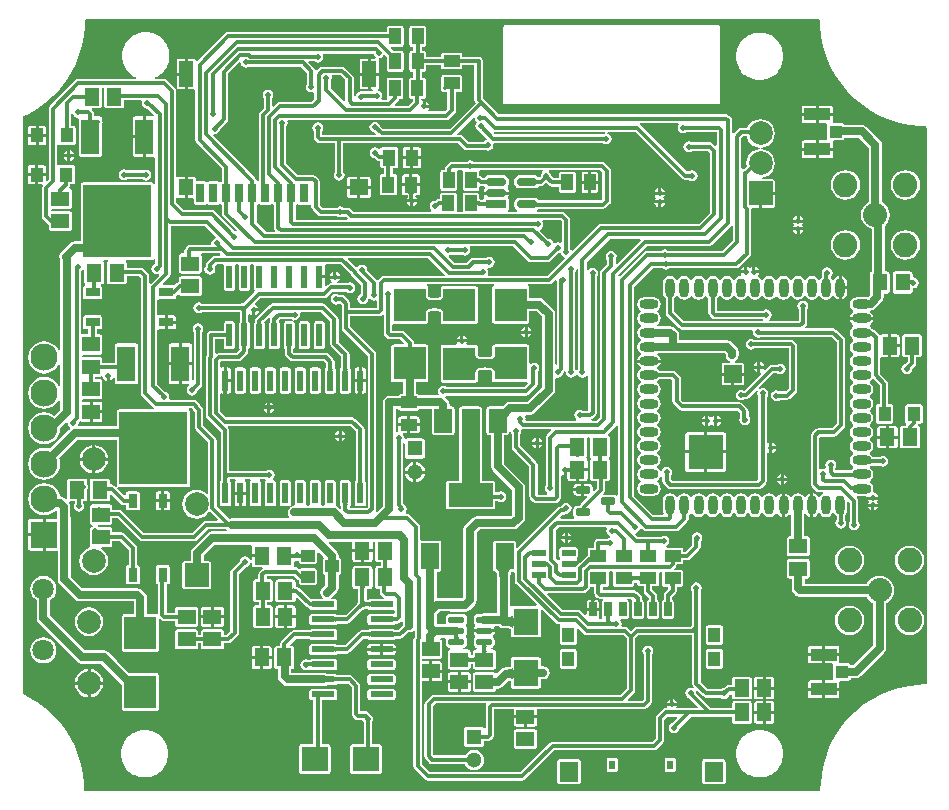
<source format=gbl>
G04 Layer_Physical_Order=2*
G04 Layer_Color=16711680*
%FSLAX25Y25*%
%MOIN*%
G70*
G01*
G75*
%ADD17R,0.05118X0.05905*%
%ADD22R,0.05905X0.05118*%
%ADD24R,0.05512X0.03937*%
%ADD25R,0.03937X0.05512*%
%ADD28R,0.04331X0.05512*%
%ADD41R,0.04331X0.04921*%
%ADD42R,0.08346X0.08976*%
%ADD52C,0.01181*%
%ADD53C,0.02756*%
%ADD54C,0.08200*%
%ADD55C,0.08000*%
%ADD56C,0.07874*%
%ADD57R,0.07874X0.07874*%
%ADD58C,0.05118*%
%ADD59R,0.05118X0.05118*%
%ADD60C,0.07087*%
%ADD61C,0.09055*%
%ADD62R,0.09055X0.09055*%
%ADD63R,0.07874X0.07874*%
%ADD64C,0.01968*%
%ADD65R,0.04331X0.04134*%
%ADD66R,0.08858X0.04331*%
%ADD67R,0.05059X0.05787*%
%ADD68R,0.04724X0.03150*%
%ADD69R,0.03150X0.04724*%
G04:AMPARAMS|DCode=70|XSize=53.94mil|YSize=23.23mil|CornerRadius=5.81mil|HoleSize=0mil|Usage=FLASHONLY|Rotation=0.000|XOffset=0mil|YOffset=0mil|HoleType=Round|Shape=RoundedRectangle|*
%AMROUNDEDRECTD70*
21,1,0.05394,0.01161,0,0,0.0*
21,1,0.04232,0.02323,0,0,0.0*
1,1,0.01161,0.02116,-0.00581*
1,1,0.01161,-0.02116,-0.00581*
1,1,0.01161,-0.02116,0.00581*
1,1,0.01161,0.02116,0.00581*
%
%ADD70ROUNDEDRECTD70*%
%ADD71R,0.05905X0.08661*%
%ADD72R,0.02100X0.07100*%
%ADD73R,0.07800X0.02000*%
%ADD74R,0.04500X0.04000*%
%ADD75R,0.02126X0.03150*%
%ADD76R,0.03937X0.05118*%
%ADD77R,0.06299X0.06693*%
%ADD78R,0.02559X0.04528*%
%ADD79R,0.06299X0.11811*%
%ADD80R,0.22835X0.24410*%
G04:AMPARAMS|DCode=81|XSize=66.93mil|YSize=25.59mil|CornerRadius=6.4mil|HoleSize=0mil|Usage=FLASHONLY|Rotation=0.000|XOffset=0mil|YOffset=0mil|HoleType=Round|Shape=RoundedRectangle|*
%AMROUNDEDRECTD81*
21,1,0.06693,0.01279,0,0,0.0*
21,1,0.05413,0.02559,0,0,0.0*
1,1,0.01279,0.02707,-0.00640*
1,1,0.01279,-0.02707,-0.00640*
1,1,0.01279,-0.02707,0.00640*
1,1,0.01279,0.02707,0.00640*
%
%ADD81ROUNDEDRECTD81*%
%ADD82R,0.06693X0.02559*%
%ADD83R,0.05905X0.07874*%
%ADD84R,0.05905X0.07874*%
%ADD85R,0.14961X0.07874*%
%ADD86R,0.05905X0.25590*%
%ADD87R,0.10799X0.11024*%
%ADD88R,0.05905X0.05905*%
%ADD89R,0.11811X0.11811*%
%ADD90O,0.06299X0.03150*%
%ADD91O,0.03150X0.06299*%
%ADD92R,0.02000X0.07800*%
G04:AMPARAMS|DCode=93|XSize=48.42mil|YSize=23.62mil|CornerRadius=2.95mil|HoleSize=0mil|Usage=FLASHONLY|Rotation=0.000|XOffset=0mil|YOffset=0mil|HoleType=Round|Shape=RoundedRectangle|*
%AMROUNDEDRECTD93*
21,1,0.04842,0.01772,0,0,0.0*
21,1,0.04252,0.02362,0,0,0.0*
1,1,0.00591,0.02126,-0.00886*
1,1,0.00591,-0.02126,-0.00886*
1,1,0.00591,-0.02126,0.00886*
1,1,0.00591,0.02126,0.00886*
%
%ADD93ROUNDEDRECTD93*%
%ADD94R,0.08976X0.08346*%
%ADD95R,0.02756X0.06299*%
%ADD96R,0.06299X0.05512*%
%ADD97R,0.04724X0.05512*%
%ADD98R,0.04724X0.08661*%
G04:AMPARAMS|DCode=99|XSize=47.64mil|YSize=22.84mil|CornerRadius=2.85mil|HoleSize=0mil|Usage=FLASHONLY|Rotation=180.000|XOffset=0mil|YOffset=0mil|HoleType=Round|Shape=RoundedRectangle|*
%AMROUNDEDRECTD99*
21,1,0.04764,0.01713,0,0,180.0*
21,1,0.04193,0.02284,0,0,180.0*
1,1,0.00571,-0.02097,0.00856*
1,1,0.00571,0.02097,0.00856*
1,1,0.00571,0.02097,-0.00856*
1,1,0.00571,-0.02097,-0.00856*
%
%ADD99ROUNDEDRECTD99*%
%ADD100C,0.02756*%
G36*
X356581Y441372D02*
X356723Y441230D01*
X356801Y441045D01*
Y440945D01*
X356843Y439231D01*
X357179Y435819D01*
X357848Y432457D01*
X358843Y429177D01*
X360155Y426010D01*
X361771Y422987D01*
X363675Y420136D01*
X365850Y417486D01*
X368274Y415062D01*
X370924Y412888D01*
X373774Y410983D01*
X376797Y409367D01*
X379964Y408055D01*
X383245Y407060D01*
X386607Y406391D01*
X390018Y406055D01*
X391732Y406013D01*
X391832D01*
X392001Y405943D01*
X392233Y405508D01*
X392234Y405042D01*
X392234Y220274D01*
Y220162D01*
X392137Y219957D01*
X392080Y219911D01*
X391633Y219783D01*
X391142Y219760D01*
X389833Y219717D01*
X386442Y219356D01*
X383103Y218666D01*
X379847Y217654D01*
X376705Y216330D01*
X373707Y214705D01*
X370882Y212796D01*
X368257Y210620D01*
X365856Y208199D01*
X363703Y205555D01*
X361817Y202714D01*
X360218Y199703D01*
X358920Y196550D01*
X357935Y193286D01*
X357273Y189941D01*
X356941Y186547D01*
X356899Y184843D01*
X356899Y184843D01*
X356899Y184743D01*
X356823Y184558D01*
X356682Y184417D01*
X356497Y184341D01*
X112106D01*
X112093Y184341D01*
X112065Y184343D01*
X112038Y184345D01*
X112011Y184350D01*
X111998Y184353D01*
X111887Y184328D01*
X111665Y184380D01*
X111487Y184522D01*
X111388Y184841D01*
X111388Y184841D01*
X111388Y184841D01*
X111345Y186486D01*
X111026Y189760D01*
X110401Y192989D01*
X109475Y196145D01*
X108256Y199201D01*
X106756Y202128D01*
X104986Y204901D01*
X102964Y207495D01*
X100706Y209887D01*
X98234Y212057D01*
X95568Y213984D01*
X92733Y215652D01*
X91692Y216169D01*
X91260Y216384D01*
X90970Y216771D01*
X90970Y216771D01*
X90971Y216843D01*
X90962Y216865D01*
X90949Y216910D01*
X90940Y216957D01*
X90935Y217004D01*
X90935Y408661D01*
Y408742D01*
X90986Y408894D01*
X91081Y409023D01*
X91212Y409117D01*
X91288Y409140D01*
X91303Y409155D01*
X91337Y409182D01*
X91372Y409207D01*
X91409Y409228D01*
X91428Y409237D01*
X92914Y409967D01*
X95775Y411634D01*
X98464Y413565D01*
X100959Y415742D01*
X103237Y418145D01*
X105276Y420753D01*
X107060Y423543D01*
X108571Y426488D01*
X109797Y429564D01*
X110726Y432742D01*
X111351Y435993D01*
X111664Y439289D01*
X111703Y440945D01*
Y441045D01*
X111780Y441229D01*
X111921Y441370D01*
X112105Y441446D01*
X112205D01*
X356295Y441446D01*
X356395Y441447D01*
X356581Y441372D01*
D02*
G37*
%LPC*%
G36*
X349311Y283511D02*
X348389Y283328D01*
X347608Y282805D01*
X347238Y282251D01*
X346660D01*
X346290Y282805D01*
X345508Y283328D01*
X345087Y283411D01*
Y279528D01*
Y275644D01*
X345508Y275728D01*
X346290Y276250D01*
X346603Y276719D01*
X347103Y276567D01*
Y269208D01*
X346555D01*
X346248Y269147D01*
X345987Y268973D01*
X345813Y268713D01*
X345752Y268406D01*
Y263287D01*
X345813Y262980D01*
X345987Y262720D01*
X346248Y262546D01*
X346555Y262485D01*
X352461D01*
X352768Y262546D01*
X353028Y262720D01*
X353202Y262980D01*
X353263Y263287D01*
Y268406D01*
X353202Y268713D01*
X353028Y268973D01*
X352768Y269147D01*
X352461Y269208D01*
X351519D01*
Y276567D01*
X352019Y276719D01*
X352332Y276250D01*
X353114Y275728D01*
X353535Y275644D01*
Y279528D01*
Y283411D01*
X353114Y283328D01*
X352332Y282805D01*
X351962Y282251D01*
X351384D01*
X351014Y282805D01*
X350233Y283328D01*
X349311Y283511D01*
D02*
G37*
G36*
X343693Y287591D02*
X342486D01*
X342524Y287399D01*
X342916Y286813D01*
X343502Y286422D01*
X343693Y286384D01*
Y287591D01*
D02*
G37*
G36*
X345900D02*
X344693D01*
Y286384D01*
X344884Y286422D01*
X345470Y286813D01*
X345862Y287399D01*
X345900Y287591D01*
D02*
G37*
G36*
X137197Y284071D02*
X136122D01*
X135815Y284009D01*
X135554Y283835D01*
X135380Y283575D01*
X135319Y283268D01*
Y281405D01*
X137197D01*
Y284071D01*
D02*
G37*
G36*
X139272D02*
X138197D01*
Y281405D01*
X140075D01*
Y283268D01*
X140013Y283575D01*
X139839Y283835D01*
X139579Y284009D01*
X139272Y284071D01*
D02*
G37*
G36*
X111713Y288303D02*
X106595D01*
X106287Y288242D01*
X106027Y288068D01*
X105853Y287807D01*
X105792Y287500D01*
Y281660D01*
X105638Y281541D01*
X105315Y281429D01*
X104884Y281860D01*
X104168Y282338D01*
X103352Y282501D01*
X103300Y282891D01*
X102765Y284184D01*
X101913Y285295D01*
X100803Y286146D01*
X99510Y286682D01*
X98122Y286865D01*
X96735Y286682D01*
X95442Y286146D01*
X94331Y285295D01*
X93479Y284184D01*
X92944Y282891D01*
X92761Y281504D01*
X92944Y280116D01*
X93479Y278823D01*
X94331Y277713D01*
X95442Y276861D01*
X96735Y276326D01*
X98122Y276143D01*
X99510Y276326D01*
X100803Y276861D01*
X101913Y277713D01*
X101918Y277720D01*
X102418Y277551D01*
Y275306D01*
X102186Y275023D01*
X98622D01*
Y269693D01*
Y264363D01*
X102607D01*
Y254732D01*
X102775Y253887D01*
X103254Y253171D01*
X108380Y248045D01*
X109096Y247567D01*
X109941Y247398D01*
X128009D01*
Y243126D01*
X124817D01*
X124510Y243065D01*
X124249Y242891D01*
X124075Y242630D01*
X124014Y242323D01*
Y231299D01*
X124075Y230992D01*
X124249Y230732D01*
X124510Y230557D01*
X124817Y230496D01*
X135616D01*
X135923Y230557D01*
X136184Y230732D01*
X136358Y230992D01*
X136419Y231299D01*
Y241402D01*
X136919Y241609D01*
X137198Y241329D01*
X137654Y241025D01*
X138192Y240918D01*
X141815D01*
Y239764D01*
X141876Y239457D01*
X142050Y239196D01*
X142311Y239022D01*
X142618Y238961D01*
X148524D01*
X148831Y239022D01*
X149091Y239196D01*
X149265Y239457D01*
X149326Y239764D01*
Y244882D01*
X149265Y245189D01*
X149091Y245450D01*
X148831Y245624D01*
X148524Y245685D01*
X142618D01*
X142311Y245624D01*
X142050Y245450D01*
X141876Y245189D01*
X141815Y244882D01*
Y243728D01*
X138905D01*
Y253134D01*
X139272D01*
X139579Y253195D01*
X139839Y253369D01*
X140013Y253630D01*
X140075Y253937D01*
Y258661D01*
X140013Y258969D01*
X139839Y259229D01*
X139579Y259403D01*
X139272Y259464D01*
X136122D01*
X135815Y259403D01*
X135554Y259229D01*
X135380Y258969D01*
X135319Y258661D01*
Y253937D01*
X135380Y253630D01*
X135554Y253369D01*
X135815Y253195D01*
X136095Y253140D01*
Y243505D01*
X135616Y243126D01*
X132424D01*
Y248524D01*
X132256Y249369D01*
X131778Y250085D01*
X130695Y251167D01*
X129979Y251646D01*
X129134Y251814D01*
X110855D01*
X107023Y255647D01*
Y275117D01*
X106855Y275962D01*
X106834Y275994D01*
Y278996D01*
X106666Y279841D01*
X106337Y280333D01*
X106543Y280699D01*
X106632Y280792D01*
X108341D01*
Y280222D01*
X108078Y279827D01*
X107940Y279136D01*
X108078Y278445D01*
X108469Y277859D01*
X109055Y277467D01*
X109746Y277330D01*
X110438Y277467D01*
X111024Y277859D01*
X111415Y278445D01*
X111553Y279136D01*
X111415Y279827D01*
X111151Y280222D01*
Y280792D01*
X111713D01*
X112020Y280853D01*
X112280Y281027D01*
X112454Y281287D01*
X112515Y281594D01*
Y284940D01*
X112617Y285092D01*
X112724Y285630D01*
X112617Y286168D01*
X112515Y286319D01*
Y287500D01*
X112454Y287807D01*
X112280Y288068D01*
X112020Y288242D01*
X111713Y288303D01*
D02*
G37*
G36*
X119365Y294284D02*
X115165D01*
Y290084D01*
X115899Y290181D01*
X117048Y290657D01*
X118035Y291414D01*
X118792Y292401D01*
X119268Y293550D01*
X119365Y294284D01*
D02*
G37*
G36*
X318102Y296744D02*
X311894D01*
Y291339D01*
X311955Y291031D01*
X312129Y290771D01*
X312390Y290597D01*
X312697Y290536D01*
X318102D01*
Y296744D01*
D02*
G37*
G36*
X325311D02*
X319102D01*
Y290536D01*
X324508D01*
X324815Y290597D01*
X325076Y290771D01*
X325250Y291031D01*
X325311Y291339D01*
Y296744D01*
D02*
G37*
G36*
X343693Y289797D02*
X343502Y289759D01*
X342916Y289368D01*
X342524Y288782D01*
X342486Y288591D01*
X343693D01*
Y289797D01*
D02*
G37*
G36*
X344693D02*
Y288591D01*
X345900D01*
X345862Y288782D01*
X345470Y289368D01*
X344884Y289759D01*
X344693Y289797D01*
D02*
G37*
G36*
X114165Y294284D02*
X109966D01*
X110063Y293550D01*
X110539Y292401D01*
X111296Y291414D01*
X112283Y290657D01*
X113432Y290181D01*
X114165Y290084D01*
Y294284D01*
D02*
G37*
G36*
X376018Y281390D02*
X372604D01*
X372642Y281199D01*
X372970Y280709D01*
X372642Y280219D01*
X372604Y280028D01*
X376018D01*
X375980Y280219D01*
X375653Y280709D01*
X375980Y281199D01*
X376018Y281390D01*
D02*
G37*
G36*
X386614Y266052D02*
X385338Y265884D01*
X384149Y265391D01*
X383128Y264608D01*
X382345Y263587D01*
X381853Y262398D01*
X381685Y261122D01*
X381853Y259846D01*
X382345Y258657D01*
X383128Y257636D01*
X384149Y256853D01*
X385338Y256360D01*
X386614Y256192D01*
X387890Y256360D01*
X389079Y256853D01*
X390100Y257636D01*
X390883Y258657D01*
X391376Y259846D01*
X391544Y261122D01*
X391376Y262398D01*
X390883Y263587D01*
X390100Y264608D01*
X389079Y265391D01*
X387890Y265884D01*
X386614Y266052D01*
D02*
G37*
G36*
X203732Y263870D02*
X200870D01*
Y261417D01*
X200932Y261110D01*
X201105Y260850D01*
X201366Y260676D01*
X201673Y260614D01*
X203732D01*
Y263870D01*
D02*
G37*
G36*
X207594D02*
X204732D01*
Y260614D01*
X206791D01*
X207099Y260676D01*
X207359Y260850D01*
X207533Y261110D01*
X207594Y261417D01*
Y263870D01*
D02*
G37*
G36*
X178043Y246078D02*
X175984D01*
X175677Y246017D01*
X175417Y245843D01*
X175242Y245583D01*
X175181Y245276D01*
Y242823D01*
X178043D01*
Y246078D01*
D02*
G37*
G36*
X181102D02*
X179043D01*
Y242823D01*
X181905D01*
Y245276D01*
X181844Y245583D01*
X181670Y245843D01*
X181410Y246017D01*
X181102Y246078D01*
D02*
G37*
G36*
X366614Y266052D02*
X365338Y265884D01*
X364149Y265391D01*
X363128Y264608D01*
X362345Y263587D01*
X361853Y262398D01*
X361685Y261122D01*
X361853Y259846D01*
X362345Y258657D01*
X363128Y257636D01*
X364149Y256853D01*
X365338Y256360D01*
X366614Y256192D01*
X367890Y256360D01*
X369079Y256853D01*
X370100Y257636D01*
X370883Y258657D01*
X371376Y259846D01*
X371544Y261122D01*
X371376Y262398D01*
X370883Y263587D01*
X370100Y264608D01*
X369079Y265391D01*
X367890Y265884D01*
X366614Y266052D01*
D02*
G37*
G36*
X140075Y280405D02*
X138197D01*
Y277741D01*
X139272D01*
X139579Y277802D01*
X139839Y277976D01*
X140013Y278236D01*
X140075Y278543D01*
Y280405D01*
D02*
G37*
G36*
X373811Y279028D02*
X372604D01*
X372642Y278836D01*
X373034Y278250D01*
X373620Y277859D01*
X373811Y277821D01*
Y279028D01*
D02*
G37*
G36*
X376018D02*
X374811D01*
Y277821D01*
X375002Y277859D01*
X375588Y278250D01*
X375980Y278836D01*
X376018Y279028D01*
D02*
G37*
G36*
X97622Y269193D02*
X92792D01*
Y265165D01*
X92853Y264858D01*
X93027Y264598D01*
X93287Y264424D01*
X93594Y264363D01*
X97622D01*
Y269193D01*
D02*
G37*
G36*
Y275023D02*
X93594D01*
X93287Y274962D01*
X93027Y274788D01*
X92853Y274528D01*
X92792Y274220D01*
Y270193D01*
X97622D01*
Y275023D01*
D02*
G37*
G36*
X137197Y280405D02*
X135319D01*
Y278543D01*
X135380Y278236D01*
X135554Y277976D01*
X135815Y277802D01*
X136122Y277741D01*
X137197D01*
Y280405D01*
D02*
G37*
G36*
X114165Y299483D02*
X113432Y299386D01*
X112283Y298910D01*
X111296Y298153D01*
X110539Y297166D01*
X110063Y296017D01*
X109966Y295284D01*
X114165D01*
Y299483D01*
D02*
G37*
G36*
X327157Y322728D02*
X323902D01*
Y320276D01*
X323963Y319968D01*
X324137Y319708D01*
X324397Y319534D01*
X324705Y319473D01*
X327157D01*
Y322728D01*
D02*
G37*
G36*
X331413D02*
X328157D01*
Y319473D01*
X330610D01*
X330918Y319534D01*
X331178Y319708D01*
X331352Y319968D01*
X331413Y320276D01*
Y322728D01*
D02*
G37*
G36*
X303589Y327059D02*
X299705D01*
X295821D01*
X295905Y326637D01*
X296427Y325856D01*
X296981Y325486D01*
Y324908D01*
X296427Y324538D01*
X295905Y323756D01*
X295722Y322835D01*
X295905Y321913D01*
X296427Y321132D01*
X296981Y320761D01*
Y320184D01*
X296427Y319813D01*
X295905Y319032D01*
X295722Y318110D01*
X295905Y317189D01*
X296427Y316407D01*
X296981Y316037D01*
Y315459D01*
X296427Y315089D01*
X295905Y314307D01*
X295722Y313386D01*
X295905Y312464D01*
X296427Y311683D01*
X296981Y311312D01*
Y310735D01*
X296427Y310365D01*
X295905Y309583D01*
X295722Y308661D01*
X295905Y307740D01*
X296427Y306958D01*
X296981Y306588D01*
Y306010D01*
X296427Y305640D01*
X295905Y304859D01*
X295722Y303937D01*
X295905Y303015D01*
X296427Y302234D01*
X296981Y301864D01*
Y301286D01*
X296427Y300916D01*
X295905Y300134D01*
X295722Y299213D01*
X295905Y298291D01*
X296427Y297510D01*
X296981Y297139D01*
Y296562D01*
X296427Y296191D01*
X295905Y295410D01*
X295722Y294488D01*
X295905Y293566D01*
X296427Y292785D01*
X296981Y292415D01*
Y291837D01*
X296427Y291467D01*
X295905Y290686D01*
X295722Y289764D01*
X295905Y288842D01*
X296427Y288061D01*
X296981Y287690D01*
Y287113D01*
X296427Y286742D01*
X295905Y285961D01*
X295722Y285039D01*
X295905Y284118D01*
X296427Y283336D01*
X297208Y282814D01*
X298130Y282631D01*
X301279D01*
X302201Y282814D01*
X302983Y283336D01*
X303505Y284118D01*
X303688Y285039D01*
X303505Y285961D01*
X302983Y286742D01*
X302428Y287113D01*
Y287690D01*
X302983Y288061D01*
X303505Y288842D01*
X303527Y288953D01*
X304076Y289149D01*
X304205Y289043D01*
Y287598D01*
X304312Y287061D01*
X304617Y286605D01*
X305896Y285326D01*
X306352Y285021D01*
X306890Y284914D01*
X336319D01*
X336857Y285021D01*
X337312Y285326D01*
X338592Y286605D01*
X338896Y287061D01*
X339003Y287598D01*
Y296793D01*
X339503Y297060D01*
X339663Y296953D01*
X339854Y296915D01*
Y298622D01*
Y300329D01*
X339663Y300291D01*
X339503Y300184D01*
X339003Y300451D01*
Y315646D01*
X339267Y316041D01*
X339405Y316732D01*
X339267Y317424D01*
X338876Y318010D01*
X338290Y318401D01*
X337598Y318539D01*
X336907Y318401D01*
X336714Y318272D01*
X336396Y318661D01*
X341232Y323497D01*
X342418D01*
X342813Y323233D01*
X343504Y323095D01*
X344195Y323233D01*
X344781Y323624D01*
X345173Y324210D01*
X345310Y324902D01*
X345173Y325593D01*
X344781Y326179D01*
X344195Y326570D01*
X343504Y326708D01*
X342813Y326570D01*
X342418Y326307D01*
X340650D01*
X340112Y326200D01*
X339656Y325895D01*
X338482Y324720D01*
X338021Y324967D01*
X338026Y324992D01*
X336819D01*
Y323785D01*
X336844Y323790D01*
X337091Y323329D01*
X331483Y317722D01*
X331203Y317909D01*
X330512Y318046D01*
X329821Y317909D01*
X329235Y317517D01*
X328843Y316931D01*
X328706Y316240D01*
X328843Y315549D01*
X329235Y314963D01*
X329821Y314571D01*
X330512Y314434D01*
X331203Y314571D01*
X331598Y314835D01*
X331988D01*
X332526Y314942D01*
X332982Y315247D01*
X335670Y317935D01*
X336058Y317616D01*
X335930Y317424D01*
X335792Y316732D01*
X335930Y316041D01*
X336193Y315646D01*
Y288180D01*
X335737Y287724D01*
X307472D01*
X307015Y288180D01*
Y289465D01*
X307279Y289860D01*
X307417Y290551D01*
X307279Y291242D01*
X306888Y291828D01*
X306301Y292220D01*
X305610Y292357D01*
X304919Y292220D01*
X304333Y291828D01*
X303941Y291242D01*
X303894Y291003D01*
X303363Y290897D01*
X302983Y291467D01*
X302428Y291837D01*
Y292415D01*
X302983Y292785D01*
X303505Y293566D01*
X303688Y294488D01*
X303505Y295410D01*
X302983Y296191D01*
X302428Y296562D01*
Y297139D01*
X302983Y297510D01*
X303505Y298291D01*
X303688Y299213D01*
X303505Y300134D01*
X302983Y300916D01*
X302428Y301286D01*
Y301864D01*
X302983Y302234D01*
X303505Y303015D01*
X303688Y303937D01*
X303505Y304859D01*
X302983Y305640D01*
X302428Y306010D01*
Y306588D01*
X302983Y306958D01*
X303505Y307740D01*
X303688Y308661D01*
X303505Y309583D01*
X302983Y310365D01*
X302428Y310735D01*
Y311312D01*
X302983Y311683D01*
X303505Y312464D01*
X303688Y313386D01*
X303505Y314307D01*
X302983Y315089D01*
X302428Y315459D01*
Y316037D01*
X302983Y316407D01*
X303505Y317189D01*
X303688Y318110D01*
X303505Y319032D01*
X302983Y319813D01*
X302428Y320184D01*
Y320761D01*
X302983Y321132D01*
X303182Y321430D01*
X307194D01*
X307552Y321072D01*
Y314075D01*
X307659Y313537D01*
X307963Y313081D01*
X309636Y311408D01*
X310092Y311104D01*
X310630Y310997D01*
X329339D01*
X330091Y310245D01*
Y308764D01*
X330024Y308664D01*
X329887Y307972D01*
X330024Y307281D01*
X330416Y306695D01*
X331002Y306304D01*
X331693Y306166D01*
X332384Y306304D01*
X332970Y306695D01*
X333362Y307281D01*
X333499Y307972D01*
X333362Y308664D01*
X332970Y309250D01*
X332901Y309296D01*
Y310827D01*
X332794Y311364D01*
X332489Y311820D01*
X330915Y313395D01*
X330459Y313700D01*
X329921Y313807D01*
X311212D01*
X310362Y314657D01*
Y321654D01*
X310255Y322191D01*
X309950Y322647D01*
X308769Y323828D01*
X308313Y324133D01*
X307776Y324240D01*
X303182D01*
X302983Y324538D01*
X302428Y324908D01*
Y325486D01*
X302983Y325856D01*
X303505Y326637D01*
X303589Y327059D01*
D02*
G37*
G36*
X322547Y309286D02*
Y308079D01*
X323754D01*
X323716Y308270D01*
X323324Y308856D01*
X322739Y309248D01*
X322547Y309286D01*
D02*
G37*
G36*
X321547D02*
X321356Y309248D01*
X320842Y308904D01*
X320592Y308856D01*
X320451D01*
X320201Y308904D01*
X319687Y309248D01*
X319496Y309286D01*
Y307579D01*
Y305872D01*
X319687Y305910D01*
X320201Y306253D01*
X320451Y306301D01*
X320592D01*
X320842Y306253D01*
X321356Y305910D01*
X321547Y305872D01*
Y307579D01*
Y309286D01*
D02*
G37*
G36*
X333850Y334967D02*
X333158Y334829D01*
X332572Y334438D01*
X332181Y333852D01*
X332043Y333161D01*
X332181Y332469D01*
X332572Y331883D01*
X333158Y331492D01*
X333850Y331354D01*
X334541Y331492D01*
X335096Y331863D01*
X346331D01*
Y318495D01*
X345284Y317448D01*
X343311D01*
X342916Y317712D01*
X342224Y317850D01*
X341533Y317712D01*
X340947Y317321D01*
X340556Y316735D01*
X340418Y316043D01*
X340556Y315352D01*
X340947Y314766D01*
X341533Y314374D01*
X342224Y314237D01*
X342916Y314374D01*
X343311Y314638D01*
X345866D01*
X346404Y314745D01*
X346860Y315050D01*
X348730Y316920D01*
X349034Y317376D01*
X349141Y317913D01*
Y332576D01*
X349034Y333114D01*
X348730Y333569D01*
X348038Y334261D01*
X347582Y334566D01*
X347044Y334673D01*
X334775D01*
X334541Y334829D01*
X333850Y334967D01*
D02*
G37*
G36*
X335819Y327199D02*
X335628Y327161D01*
X335042Y326769D01*
X334650Y326183D01*
X334612Y325992D01*
X335819D01*
Y327199D01*
D02*
G37*
G36*
X336819D02*
Y325992D01*
X338026D01*
X337988Y326183D01*
X337596Y326769D01*
X337010Y327161D01*
X336819Y327199D01*
D02*
G37*
G36*
X383283Y332177D02*
X380421D01*
Y328922D01*
X382480D01*
X382788Y328983D01*
X383048Y329157D01*
X383222Y329417D01*
X383283Y329724D01*
Y332177D01*
D02*
G37*
G36*
X389961Y336433D02*
X384842D01*
X384535Y336372D01*
X384275Y336198D01*
X384101Y335937D01*
X384040Y335630D01*
Y329724D01*
X384101Y329417D01*
X384275Y329157D01*
X384535Y328983D01*
X384842Y328922D01*
X385997D01*
Y327468D01*
X385139Y326610D01*
X384939Y326570D01*
X384353Y326179D01*
X383961Y325593D01*
X383824Y324902D01*
X383961Y324210D01*
X384353Y323624D01*
X384939Y323233D01*
X385630Y323095D01*
X386321Y323233D01*
X386907Y323624D01*
X387299Y324210D01*
X387436Y324902D01*
X387431Y324929D01*
X388395Y325893D01*
X388700Y326349D01*
X388807Y326886D01*
Y328922D01*
X389961D01*
X390268Y328983D01*
X390528Y329157D01*
X390702Y329417D01*
X390763Y329724D01*
Y335630D01*
X390702Y335937D01*
X390528Y336198D01*
X390268Y336372D01*
X389961Y336433D01*
D02*
G37*
G36*
X301279Y348865D02*
X298130D01*
X297208Y348682D01*
X296427Y348160D01*
X295905Y347378D01*
X295722Y346457D01*
X295905Y345535D01*
X296427Y344754D01*
X296981Y344383D01*
Y343806D01*
X296427Y343435D01*
X295905Y342654D01*
X295722Y341732D01*
X295905Y340811D01*
X296427Y340029D01*
X296981Y339659D01*
Y339081D01*
X296427Y338711D01*
X295905Y337930D01*
X295722Y337008D01*
X295905Y336086D01*
X296427Y335305D01*
X296981Y334934D01*
Y334357D01*
X296427Y333986D01*
X295905Y333205D01*
X295722Y332283D01*
X295905Y331362D01*
X296427Y330580D01*
X296981Y330210D01*
Y329632D01*
X296427Y329262D01*
X295905Y328481D01*
X295821Y328059D01*
X299705D01*
X303589D01*
X303505Y328481D01*
X302983Y329262D01*
X302513Y329576D01*
X302665Y330076D01*
X324932D01*
X325253Y329755D01*
Y329528D01*
X325421Y328683D01*
X325900Y327966D01*
X326616Y327488D01*
X326635Y327484D01*
X326586Y326984D01*
X324705D01*
X324397Y326923D01*
X324137Y326749D01*
X323963Y326488D01*
X323902Y326181D01*
Y323728D01*
X331413D01*
Y326181D01*
X331352Y326488D01*
X331178Y326749D01*
X330918Y326923D01*
X330610Y326984D01*
X328335D01*
X328286Y327484D01*
X328306Y327488D01*
X329022Y327966D01*
X329500Y328683D01*
X329668Y329528D01*
Y330669D01*
X329500Y331514D01*
X329022Y332230D01*
X327407Y333845D01*
X326691Y334323D01*
X325846Y334491D01*
X309885D01*
Y336122D01*
X309717Y336967D01*
X309238Y337683D01*
X308352Y338569D01*
X307636Y339048D01*
X306791Y339216D01*
X302665D01*
X302513Y339716D01*
X302983Y340029D01*
X303505Y340811D01*
X303688Y341732D01*
X303505Y342654D01*
X302983Y343435D01*
X302428Y343806D01*
Y344383D01*
X302983Y344754D01*
X303505Y345535D01*
X303688Y346457D01*
X303505Y347378D01*
X302983Y348160D01*
X302201Y348682D01*
X301279Y348865D01*
D02*
G37*
G36*
X335819Y324992D02*
X334612D01*
X334650Y324801D01*
X335042Y324215D01*
X335628Y323823D01*
X335819Y323785D01*
Y324992D01*
D02*
G37*
G36*
X318496Y309286D02*
X318305Y309248D01*
X317719Y308856D01*
X317327Y308270D01*
X317289Y308079D01*
X318496D01*
Y309286D01*
D02*
G37*
G36*
X324508Y303952D02*
X319102D01*
Y297744D01*
X325311D01*
Y303150D01*
X325250Y303457D01*
X325076Y303717D01*
X324815Y303891D01*
X324508Y303952D01*
D02*
G37*
G36*
X378732Y301665D02*
X375870D01*
Y299213D01*
X375932Y298905D01*
X376105Y298645D01*
X376366Y298471D01*
X376673Y298410D01*
X378732D01*
Y301665D01*
D02*
G37*
G36*
X382594D02*
X379732D01*
Y298410D01*
X381791D01*
X382099Y298471D01*
X382359Y298645D01*
X382533Y298905D01*
X382594Y299213D01*
Y301665D01*
D02*
G37*
G36*
X115165Y299483D02*
Y295284D01*
X119365D01*
X119268Y296017D01*
X118792Y297166D01*
X118035Y298153D01*
X117048Y298910D01*
X115899Y299386D01*
X115165Y299483D01*
D02*
G37*
G36*
X342061Y298122D02*
X340854D01*
Y296915D01*
X341046Y296953D01*
X341632Y297345D01*
X342023Y297931D01*
X342061Y298122D01*
D02*
G37*
G36*
X318102Y303952D02*
X312697D01*
X312390Y303891D01*
X312129Y303717D01*
X311955Y303457D01*
X311894Y303150D01*
Y297744D01*
X318102D01*
Y303952D01*
D02*
G37*
G36*
X381791Y305921D02*
X379732D01*
Y302665D01*
X382594D01*
Y305118D01*
X382533Y305425D01*
X382359Y305686D01*
X382099Y305860D01*
X381791Y305921D01*
D02*
G37*
G36*
X318496Y307079D02*
X317289D01*
X317327Y306888D01*
X317719Y306301D01*
X318305Y305910D01*
X318496Y305872D01*
Y307079D01*
D02*
G37*
G36*
X323754D02*
X322547D01*
Y305872D01*
X322739Y305910D01*
X323324Y306301D01*
X323716Y306888D01*
X323754Y307079D01*
D02*
G37*
G36*
X390256Y313204D02*
X385925D01*
X385618Y313143D01*
X385357Y312969D01*
X385184Y312709D01*
X385122Y312402D01*
Y307480D01*
X385184Y307173D01*
X385357Y306913D01*
X385438Y306384D01*
X385142Y305921D01*
X384154D01*
X383846Y305860D01*
X383586Y305686D01*
X383412Y305425D01*
X383351Y305118D01*
Y299213D01*
X383412Y298905D01*
X383586Y298645D01*
X383846Y298471D01*
X384154Y298410D01*
X389272D01*
X389579Y298471D01*
X389839Y298645D01*
X390013Y298905D01*
X390074Y299213D01*
Y305118D01*
X390013Y305425D01*
X389839Y305686D01*
X389579Y305860D01*
X389425Y306329D01*
X389539Y306571D01*
X389664Y306678D01*
X390256D01*
X390563Y306739D01*
X390824Y306913D01*
X390998Y307173D01*
X391059Y307480D01*
Y312402D01*
X390998Y312709D01*
X390824Y312969D01*
X390563Y313143D01*
X390256Y313204D01*
D02*
G37*
G36*
X340854Y300329D02*
Y299122D01*
X342061D01*
X342023Y299313D01*
X341632Y299899D01*
X341046Y300291D01*
X340854Y300329D01*
D02*
G37*
G36*
X378732Y305921D02*
X376673D01*
X376366Y305860D01*
X376105Y305686D01*
X375932Y305425D01*
X375870Y305118D01*
Y302665D01*
X378732D01*
Y305921D01*
D02*
G37*
G36*
X157185Y245685D02*
X154732D01*
Y242823D01*
X157988D01*
Y244882D01*
X157927Y245189D01*
X157753Y245450D01*
X157492Y245624D01*
X157185Y245685D01*
D02*
G37*
G36*
X363204Y217610D02*
X358472D01*
Y215142D01*
X362402D01*
X362709Y215203D01*
X362969Y215377D01*
X363143Y215638D01*
X363204Y215945D01*
Y217610D01*
D02*
G37*
G36*
X112591Y219677D02*
X108391D01*
X108488Y218944D01*
X108964Y217795D01*
X109721Y216808D01*
X110708Y216050D01*
X111857Y215574D01*
X112591Y215478D01*
Y219677D01*
D02*
G37*
G36*
X117790D02*
X113591D01*
Y215478D01*
X114324Y215574D01*
X115473Y216050D01*
X116460Y216808D01*
X117217Y217795D01*
X117693Y218944D01*
X117790Y219677D01*
D02*
G37*
G36*
X337591Y218004D02*
X334729D01*
Y215551D01*
X334790Y215244D01*
X334964Y214984D01*
X335224Y214809D01*
X335531Y214748D01*
X337591D01*
Y218004D01*
D02*
G37*
G36*
X341452D02*
X338591D01*
Y214748D01*
X340650D01*
X340957Y214809D01*
X341217Y214984D01*
X341391Y215244D01*
X341452Y215551D01*
Y218004D01*
D02*
G37*
G36*
X357472Y217610D02*
X352741D01*
Y215945D01*
X352802Y215638D01*
X352976Y215377D01*
X353236Y215203D01*
X353543Y215142D01*
X357472D01*
Y217610D01*
D02*
G37*
G36*
X214486Y223200D02*
X206686D01*
X206379Y223139D01*
X206118Y222965D01*
X205944Y222705D01*
X205883Y222398D01*
Y220398D01*
X205944Y220090D01*
X206118Y219830D01*
X206379Y219656D01*
X206686Y219595D01*
X214486D01*
X214793Y219656D01*
X215054Y219830D01*
X215228Y220090D01*
X215289Y220398D01*
Y222398D01*
X215228Y222705D01*
X215054Y222965D01*
X214793Y223139D01*
X214486Y223200D01*
D02*
G37*
G36*
X112591Y224876D02*
X111857Y224780D01*
X110708Y224304D01*
X109721Y223547D01*
X108964Y222560D01*
X108488Y221410D01*
X108391Y220677D01*
X112591D01*
Y224876D01*
D02*
G37*
G36*
X113591D02*
Y220677D01*
X117790D01*
X117693Y221410D01*
X117217Y222560D01*
X116460Y223547D01*
X115473Y224304D01*
X114324Y224780D01*
X113591Y224876D01*
D02*
G37*
G36*
X357472Y221078D02*
X353543D01*
X353236Y221017D01*
X352976Y220843D01*
X352802Y220583D01*
X352741Y220276D01*
Y218610D01*
X357472D01*
Y221078D01*
D02*
G37*
G36*
X337591Y222259D02*
X335531D01*
X335224Y222198D01*
X334964Y222024D01*
X334790Y221764D01*
X334729Y221457D01*
Y219004D01*
X337591D01*
Y222259D01*
D02*
G37*
G36*
X340650D02*
X338591D01*
Y219004D01*
X341452D01*
Y221457D01*
X341391Y221764D01*
X341217Y222024D01*
X340957Y222198D01*
X340650Y222259D01*
D02*
G37*
G36*
X214486Y218200D02*
X206686D01*
X206379Y218139D01*
X206118Y217965D01*
X205944Y217705D01*
X205883Y217398D01*
Y215398D01*
X205944Y215090D01*
X206118Y214830D01*
X206379Y214656D01*
X206686Y214595D01*
X214486D01*
X214793Y214656D01*
X215054Y214830D01*
X215228Y215090D01*
X215289Y215398D01*
Y217398D01*
X215228Y217705D01*
X215054Y217965D01*
X214793Y218139D01*
X214486Y218200D01*
D02*
G37*
G36*
X337312Y204543D02*
X335916D01*
X335839Y204527D01*
X335760D01*
X334390Y204255D01*
X334317Y204225D01*
X334240Y204209D01*
X332950Y203675D01*
X332884Y203631D01*
X332811Y203601D01*
X331651Y202826D01*
X331595Y202770D01*
X331529Y202726D01*
X330542Y201739D01*
X330498Y201673D01*
X330442Y201617D01*
X329667Y200456D01*
X329636Y200383D01*
X329592Y200318D01*
X329058Y199028D01*
X329043Y198950D01*
X329012Y198877D01*
X328740Y197508D01*
Y197429D01*
X328725Y197352D01*
Y195956D01*
X328740Y195878D01*
Y195799D01*
X329012Y194430D01*
X329043Y194357D01*
X329058Y194279D01*
X329592Y192990D01*
X329636Y192924D01*
X329667Y192851D01*
X330442Y191690D01*
X330498Y191634D01*
X330542Y191568D01*
X331529Y190581D01*
X331595Y190537D01*
X331651Y190481D01*
X332811Y189706D01*
X332884Y189676D01*
X332950Y189632D01*
X334240Y189097D01*
X334317Y189082D01*
X334390Y189052D01*
X335760Y188779D01*
X335839D01*
X335916Y188764D01*
X337312D01*
X337390Y188779D01*
X337469D01*
X338838Y189052D01*
X338911Y189082D01*
X338988Y189097D01*
X340278Y189632D01*
X340344Y189676D01*
X340417Y189706D01*
X341578Y190481D01*
X341634Y190537D01*
X341699Y190581D01*
X342686Y191568D01*
X342730Y191634D01*
X342786Y191690D01*
X343562Y192851D01*
X343592Y192924D01*
X343636Y192990D01*
X344170Y194279D01*
X344186Y194357D01*
X344216Y194430D01*
X344488Y195799D01*
Y195878D01*
X344504Y195956D01*
Y197352D01*
X344488Y197429D01*
Y197508D01*
X344216Y198877D01*
X344186Y198950D01*
X344170Y199028D01*
X343636Y200318D01*
X343592Y200383D01*
X343562Y200456D01*
X342786Y201617D01*
X342730Y201673D01*
X342686Y201739D01*
X341699Y202726D01*
X341634Y202770D01*
X341578Y202826D01*
X340417Y203601D01*
X340344Y203631D01*
X340278Y203675D01*
X338988Y204209D01*
X338911Y204225D01*
X338838Y204255D01*
X337469Y204527D01*
X337390D01*
X337312Y204543D01*
D02*
G37*
G36*
X195086Y218200D02*
X187286D01*
X186979Y218139D01*
X186718Y217965D01*
X186544Y217705D01*
X186483Y217398D01*
Y215398D01*
X186544Y215090D01*
X186718Y214830D01*
X186979Y214656D01*
X187286Y214595D01*
X187867D01*
Y199858D01*
X183839D01*
X183531Y199797D01*
X183271Y199623D01*
X183097Y199362D01*
X183036Y199055D01*
Y190709D01*
X183097Y190401D01*
X183271Y190141D01*
X183531Y189967D01*
X183839Y189906D01*
X192815D01*
X193122Y189967D01*
X193383Y190141D01*
X193557Y190401D01*
X193618Y190709D01*
Y199055D01*
X193557Y199362D01*
X193383Y199623D01*
X193122Y199797D01*
X192815Y199858D01*
X190677D01*
Y214595D01*
X195086D01*
X195393Y214656D01*
X195653Y214830D01*
X195827Y215090D01*
X195889Y215398D01*
Y217398D01*
X195827Y217705D01*
X195653Y217965D01*
X195393Y218139D01*
X195086Y218200D01*
D02*
G37*
G36*
X288543Y195370D02*
X286417D01*
X286110Y195309D01*
X285850Y195135D01*
X285676Y194874D01*
X285614Y194567D01*
Y191417D01*
X285676Y191110D01*
X285850Y190850D01*
X286110Y190676D01*
X286417Y190614D01*
X288543D01*
X288850Y190676D01*
X289111Y190850D01*
X289285Y191110D01*
X289346Y191417D01*
Y194567D01*
X289285Y194874D01*
X289111Y195135D01*
X288850Y195309D01*
X288543Y195370D01*
D02*
G37*
G36*
X276220Y194858D02*
X269921D01*
X269614Y194797D01*
X269354Y194623D01*
X269180Y194362D01*
X269118Y194055D01*
Y187362D01*
X269180Y187055D01*
X269354Y186794D01*
X269614Y186620D01*
X269921Y186559D01*
X276220D01*
X276528Y186620D01*
X276788Y186794D01*
X276962Y187055D01*
X277023Y187362D01*
Y194055D01*
X276962Y194362D01*
X276788Y194623D01*
X276528Y194797D01*
X276220Y194858D01*
D02*
G37*
G36*
X324449D02*
X318150D01*
X317842Y194797D01*
X317582Y194623D01*
X317408Y194362D01*
X317347Y194055D01*
Y187362D01*
X317408Y187055D01*
X317582Y186794D01*
X317842Y186620D01*
X318150Y186559D01*
X324449D01*
X324756Y186620D01*
X325016Y186794D01*
X325190Y187055D01*
X325252Y187362D01*
Y194055D01*
X325190Y194362D01*
X325016Y194623D01*
X324756Y194797D01*
X324449Y194858D01*
D02*
G37*
G36*
X132312Y204543D02*
X130916D01*
X130839Y204527D01*
X130760D01*
X129391Y204255D01*
X129317Y204225D01*
X129240Y204209D01*
X127950Y203675D01*
X127884Y203631D01*
X127811Y203601D01*
X126651Y202826D01*
X126595Y202770D01*
X126529Y202726D01*
X125542Y201739D01*
X125498Y201673D01*
X125442Y201617D01*
X124667Y200456D01*
X124636Y200383D01*
X124592Y200318D01*
X124058Y199028D01*
X124043Y198950D01*
X124012Y198877D01*
X123740Y197508D01*
Y197429D01*
X123725Y197352D01*
Y195956D01*
X123740Y195878D01*
Y195799D01*
X124012Y194430D01*
X124043Y194357D01*
X124058Y194279D01*
X124592Y192990D01*
X124636Y192924D01*
X124667Y192851D01*
X125442Y191690D01*
X125498Y191634D01*
X125542Y191568D01*
X126529Y190581D01*
X126595Y190537D01*
X126651Y190481D01*
X127811Y189706D01*
X127884Y189676D01*
X127950Y189632D01*
X129240Y189097D01*
X129317Y189082D01*
X129391Y189052D01*
X130760Y188779D01*
X130839D01*
X130916Y188764D01*
X132312D01*
X132390Y188779D01*
X132469D01*
X133838Y189052D01*
X133911Y189082D01*
X133988Y189097D01*
X135278Y189632D01*
X135344Y189676D01*
X135417Y189706D01*
X136578Y190481D01*
X136634Y190537D01*
X136699Y190581D01*
X137686Y191568D01*
X137730Y191634D01*
X137786Y191690D01*
X138562Y192851D01*
X138592Y192924D01*
X138636Y192990D01*
X139170Y194279D01*
X139186Y194357D01*
X139216Y194430D01*
X139488Y195799D01*
Y195878D01*
X139504Y195956D01*
Y197352D01*
X139488Y197429D01*
Y197508D01*
X139216Y198877D01*
X139186Y198950D01*
X139170Y199028D01*
X138636Y200318D01*
X138592Y200383D01*
X138562Y200456D01*
X137786Y201617D01*
X137730Y201673D01*
X137686Y201739D01*
X136699Y202726D01*
X136634Y202770D01*
X136578Y202826D01*
X135417Y203601D01*
X135344Y203631D01*
X135278Y203675D01*
X133988Y204209D01*
X133911Y204225D01*
X133838Y204255D01*
X132469Y204527D01*
X132390D01*
X132312Y204543D01*
D02*
G37*
G36*
X97835Y255943D02*
X96704Y255794D01*
X95651Y255358D01*
X94746Y254663D01*
X94052Y253759D01*
X93615Y252705D01*
X93467Y251575D01*
X93615Y250444D01*
X94052Y249391D01*
X94746Y248486D01*
X95627Y247810D01*
Y241831D01*
X95795Y240986D01*
X96273Y240270D01*
X109167Y227376D01*
X109883Y226897D01*
X110728Y226729D01*
X117097D01*
X119156Y224671D01*
X119354Y224374D01*
X124014Y219714D01*
Y211713D01*
X124075Y211405D01*
X124249Y211145D01*
X124510Y210971D01*
X124817Y210910D01*
X135616D01*
X135923Y210971D01*
X136184Y211145D01*
X136358Y211405D01*
X136419Y211713D01*
Y222736D01*
X136358Y223043D01*
X136184Y223304D01*
X135923Y223478D01*
X135616Y223539D01*
X126434D01*
X122675Y227298D01*
X122476Y227595D01*
X119573Y230498D01*
X118857Y230977D01*
X118012Y231145D01*
X111643D01*
X100042Y242745D01*
Y247810D01*
X100923Y248486D01*
X101618Y249391D01*
X102054Y250444D01*
X102203Y251575D01*
X102054Y252705D01*
X101618Y253759D01*
X100923Y254663D01*
X100019Y255358D01*
X98965Y255794D01*
X97835Y255943D01*
D02*
G37*
G36*
X337689Y214189D02*
X335630D01*
X335323Y214127D01*
X335062Y213953D01*
X334888Y213693D01*
X334827Y213386D01*
Y210933D01*
X337689D01*
Y214189D01*
D02*
G37*
G36*
X340748D02*
X338689D01*
Y210933D01*
X341551D01*
Y213386D01*
X341490Y213693D01*
X341316Y213953D01*
X341055Y214127D01*
X340748Y214189D01*
D02*
G37*
G36*
X307913Y195370D02*
X305787D01*
X305480Y195309D01*
X305220Y195135D01*
X305046Y194874D01*
X304985Y194567D01*
Y191417D01*
X305046Y191110D01*
X305220Y190850D01*
X305480Y190676D01*
X305787Y190614D01*
X307913D01*
X308221Y190676D01*
X308481Y190850D01*
X308655Y191110D01*
X308716Y191417D01*
Y194567D01*
X308655Y194874D01*
X308481Y195135D01*
X308221Y195309D01*
X307913Y195370D01*
D02*
G37*
G36*
X337689Y209933D02*
X334827D01*
Y207480D01*
X334888Y207173D01*
X335062Y206913D01*
X335323Y206739D01*
X335630Y206678D01*
X337689D01*
Y209933D01*
D02*
G37*
G36*
X341551D02*
X338689D01*
Y206678D01*
X340748D01*
X341055Y206739D01*
X341316Y206913D01*
X341490Y207173D01*
X341551Y207480D01*
Y209933D01*
D02*
G37*
G36*
X214486Y228201D02*
X206686D01*
X206379Y228139D01*
X206118Y227965D01*
X205944Y227705D01*
X205883Y227398D01*
Y225398D01*
X205944Y225090D01*
X206118Y224830D01*
X206379Y224656D01*
X206686Y224595D01*
X214486D01*
X214793Y224656D01*
X215054Y224830D01*
X215228Y225090D01*
X215289Y225398D01*
Y227398D01*
X215228Y227705D01*
X215054Y227965D01*
X214793Y228139D01*
X214486Y228201D01*
D02*
G37*
G36*
X195086Y238200D02*
X187286D01*
X186979Y238139D01*
X186718Y237965D01*
X186622Y237822D01*
X186615Y237821D01*
X186399Y237803D01*
X181378D01*
X180840Y237696D01*
X180385Y237391D01*
X177156Y234163D01*
X177149Y234153D01*
X177139Y234146D01*
X176997Y233925D01*
X176852Y233707D01*
X176849Y233695D01*
X176843Y233685D01*
X176796Y233427D01*
X176745Y233169D01*
X176747Y233157D01*
X176745Y233145D01*
X176747Y232995D01*
X176292Y232496D01*
X175591D01*
X175283Y232435D01*
X175023Y232261D01*
X174849Y232000D01*
X174788Y231693D01*
Y225787D01*
X174849Y225480D01*
X175023Y225220D01*
X175283Y225046D01*
X175591Y224985D01*
X176040D01*
Y222539D01*
X176208Y221694D01*
X176687Y220978D01*
X177829Y219836D01*
X178545Y219358D01*
X179390Y219190D01*
X191186D01*
X192031Y219358D01*
X192385Y219595D01*
X195086D01*
X195393Y219656D01*
X195653Y219830D01*
X195762Y219993D01*
X199474D01*
X200662Y218805D01*
Y210042D01*
X200769Y209505D01*
X201074Y209049D01*
X201765Y208357D01*
X202221Y208052D01*
X202759Y207945D01*
X204163D01*
X204237Y207576D01*
X204628Y206990D01*
X204697Y206944D01*
Y199858D01*
X200886D01*
X200579Y199797D01*
X200318Y199623D01*
X200144Y199362D01*
X200083Y199055D01*
Y190709D01*
X200144Y190401D01*
X200318Y190141D01*
X200579Y189967D01*
X200886Y189906D01*
X209862D01*
X210169Y189967D01*
X210430Y190141D01*
X210604Y190401D01*
X210665Y190709D01*
Y199055D01*
X210604Y199362D01*
X210430Y199623D01*
X210169Y199797D01*
X209862Y199858D01*
X207507D01*
Y207476D01*
X207574Y207576D01*
X207712Y208268D01*
X207574Y208959D01*
X207183Y209545D01*
X207155Y209564D01*
X207096Y209652D01*
X206404Y210344D01*
X205948Y210648D01*
X205411Y210755D01*
X203472D01*
Y219387D01*
X203365Y219924D01*
X203060Y220380D01*
X201050Y222391D01*
X200594Y222696D01*
X200056Y222803D01*
X195762D01*
X195653Y222965D01*
X195393Y223139D01*
X195086Y223200D01*
X192385D01*
X192031Y223437D01*
X191186Y223605D01*
X180456D01*
Y224985D01*
X180709D01*
X181016Y225046D01*
X181276Y225220D01*
X181450Y225480D01*
X181511Y225787D01*
Y231693D01*
X181450Y232000D01*
X181276Y232261D01*
X181016Y232435D01*
X180709Y232496D01*
X180170D01*
X179963Y232996D01*
X181960Y234993D01*
X186413D01*
X186483Y234990D01*
X186604Y234977D01*
X186622Y234973D01*
X186718Y234830D01*
X186979Y234656D01*
X187286Y234595D01*
X195086D01*
X195393Y234656D01*
X195653Y234830D01*
X195827Y235090D01*
X195889Y235398D01*
Y237398D01*
X195827Y237705D01*
X195653Y237965D01*
X195393Y238139D01*
X195086Y238200D01*
D02*
G37*
G36*
X113091Y245415D02*
X111857Y245252D01*
X110708Y244776D01*
X109721Y244019D01*
X108964Y243032D01*
X108488Y241883D01*
X108325Y240650D01*
X108488Y239416D01*
X108964Y238267D01*
X109721Y237280D01*
X110708Y236523D01*
X111857Y236047D01*
X113091Y235884D01*
X114324Y236047D01*
X115473Y236523D01*
X116460Y237280D01*
X117217Y238267D01*
X117693Y239416D01*
X117856Y240650D01*
X117693Y241883D01*
X117217Y243032D01*
X116460Y244019D01*
X115473Y244776D01*
X114324Y245252D01*
X113091Y245415D01*
D02*
G37*
G36*
X366614Y246052D02*
X365338Y245884D01*
X364149Y245391D01*
X363128Y244608D01*
X362345Y243587D01*
X361853Y242398D01*
X361685Y241122D01*
X361853Y239846D01*
X362345Y238657D01*
X363128Y237636D01*
X364149Y236853D01*
X365338Y236360D01*
X366614Y236192D01*
X367890Y236360D01*
X369079Y236853D01*
X370100Y237636D01*
X370883Y238657D01*
X371376Y239846D01*
X371544Y241122D01*
X371376Y242398D01*
X370883Y243587D01*
X370100Y244608D01*
X369079Y245391D01*
X367890Y245884D01*
X366614Y246052D01*
D02*
G37*
G36*
X210086Y233201D02*
X206686D01*
X206379Y233139D01*
X206118Y232965D01*
X205944Y232705D01*
X205883Y232398D01*
Y231898D01*
X210086D01*
Y233201D01*
D02*
G37*
G36*
X214486D02*
X211086D01*
Y231898D01*
X215289D01*
Y232398D01*
X215228Y232705D01*
X215054Y232965D01*
X214793Y233139D01*
X214486Y233201D01*
D02*
G37*
G36*
X323504Y239582D02*
X319567D01*
X319260Y239521D01*
X318999Y239347D01*
X318825Y239087D01*
X318764Y238779D01*
Y233661D01*
X318825Y233354D01*
X318999Y233094D01*
X319260Y232920D01*
X319567Y232859D01*
X323504D01*
X323811Y232920D01*
X324072Y233094D01*
X324246Y233354D01*
X324307Y233661D01*
Y238779D01*
X324246Y239087D01*
X324072Y239347D01*
X323811Y239521D01*
X323504Y239582D01*
D02*
G37*
G36*
X153732Y241823D02*
X150477D01*
Y239764D01*
X150538Y239457D01*
X150712Y239196D01*
X150972Y239022D01*
X151279Y238961D01*
X153732D01*
Y241823D01*
D02*
G37*
G36*
X157988D02*
X154732D01*
Y238961D01*
X157185D01*
X157492Y239022D01*
X157753Y239196D01*
X157927Y239457D01*
X157988Y239764D01*
Y241823D01*
D02*
G37*
G36*
X153732Y245685D02*
X151279D01*
X150972Y245624D01*
X150712Y245450D01*
X150538Y245189D01*
X150477Y244882D01*
Y242823D01*
X153732D01*
Y245685D01*
D02*
G37*
G36*
X386614Y246052D02*
X385338Y245884D01*
X384149Y245391D01*
X383128Y244608D01*
X382345Y243587D01*
X381853Y242398D01*
X381685Y241122D01*
X381853Y239846D01*
X382345Y238657D01*
X383128Y237636D01*
X384149Y236853D01*
X385338Y236360D01*
X386614Y236192D01*
X387890Y236360D01*
X389079Y236853D01*
X390100Y237636D01*
X390883Y238657D01*
X391376Y239846D01*
X391544Y241122D01*
X391376Y242398D01*
X390883Y243587D01*
X390100Y244608D01*
X389079Y245391D01*
X387890Y245884D01*
X386614Y246052D01*
D02*
G37*
G36*
X178043Y241823D02*
X175181D01*
Y239370D01*
X175242Y239063D01*
X175417Y238802D01*
X175677Y238628D01*
X175984Y238567D01*
X178043D01*
Y241823D01*
D02*
G37*
G36*
X181905D02*
X179043D01*
Y238567D01*
X181102D01*
X181410Y238628D01*
X181670Y238802D01*
X181844Y239063D01*
X181905Y239370D01*
Y241823D01*
D02*
G37*
G36*
X362402Y232693D02*
X358472D01*
Y230224D01*
X363204D01*
Y231890D01*
X363143Y232197D01*
X362969Y232457D01*
X362709Y232631D01*
X362402Y232693D01*
D02*
G37*
G36*
X352461Y261728D02*
X346555D01*
X346248Y261667D01*
X345987Y261493D01*
X345813Y261232D01*
X345752Y260925D01*
Y255807D01*
X345813Y255500D01*
X345987Y255239D01*
X346248Y255065D01*
X346555Y255004D01*
X347300D01*
Y251772D01*
X347468Y250927D01*
X347947Y250210D01*
X348537Y249620D01*
X348893Y249382D01*
X349249Y249143D01*
X349252Y249143D01*
X349254Y249141D01*
X349675Y249058D01*
X350094Y248973D01*
X372343Y248924D01*
X372432Y248708D01*
X373200Y247708D01*
X374200Y246940D01*
X374406Y246855D01*
Y232863D01*
X367767Y226223D01*
X366995D01*
X366982Y226291D01*
X366808Y226552D01*
X366547Y226726D01*
X366240Y226787D01*
X363434D01*
X363153Y227237D01*
X363150Y227287D01*
X363204Y227559D01*
Y229224D01*
X358472D01*
Y226756D01*
X360877D01*
X361158Y226307D01*
X361161Y226256D01*
X361107Y225984D01*
Y221850D01*
X361161Y221578D01*
X361158Y221528D01*
X360877Y221078D01*
X358472D01*
Y218610D01*
X363204D01*
Y220276D01*
X363150Y220548D01*
X363153Y220598D01*
X363434Y221048D01*
X366240D01*
X366547Y221109D01*
X366808Y221283D01*
X366982Y221543D01*
X367035Y221808D01*
X368681D01*
X369526Y221976D01*
X370242Y222455D01*
X378175Y230388D01*
X378654Y231104D01*
X378822Y231949D01*
Y246855D01*
X379029Y246940D01*
X380029Y247708D01*
X380796Y248708D01*
X381278Y249872D01*
X381443Y251122D01*
X381278Y252372D01*
X380796Y253536D01*
X380029Y254537D01*
X379029Y255304D01*
X377864Y255786D01*
X376614Y255951D01*
X375364Y255786D01*
X374200Y255304D01*
X373200Y254537D01*
X372432Y253536D01*
X372351Y253339D01*
X351716Y253385D01*
Y255004D01*
X352461D01*
X352768Y255065D01*
X353028Y255239D01*
X353202Y255500D01*
X353263Y255807D01*
Y260925D01*
X353202Y261232D01*
X353028Y261493D01*
X352768Y261667D01*
X352461Y261728D01*
D02*
G37*
G36*
X97835Y235470D02*
X96704Y235322D01*
X95651Y234885D01*
X94746Y234191D01*
X94052Y233286D01*
X93615Y232233D01*
X93467Y231102D01*
X93615Y229972D01*
X94052Y228918D01*
X94746Y228014D01*
X95651Y227320D01*
X96704Y226883D01*
X97835Y226734D01*
X98965Y226883D01*
X100019Y227320D01*
X100923Y228014D01*
X101618Y228918D01*
X102054Y229972D01*
X102203Y231102D01*
X102054Y232233D01*
X101618Y233286D01*
X100923Y234191D01*
X100019Y234885D01*
X98965Y235322D01*
X97835Y235470D01*
D02*
G37*
G36*
X357472Y229224D02*
X352741D01*
Y227559D01*
X352802Y227252D01*
X352976Y226991D01*
X353236Y226817D01*
X353543Y226756D01*
X357472D01*
Y229224D01*
D02*
G37*
G36*
X170169Y228240D02*
X167307D01*
Y225787D01*
X167368Y225480D01*
X167543Y225220D01*
X167803Y225046D01*
X168110Y224985D01*
X170169D01*
Y228240D01*
D02*
G37*
G36*
X174031D02*
X171169D01*
Y224985D01*
X173228D01*
X173536Y225046D01*
X173796Y225220D01*
X173970Y225480D01*
X174031Y225787D01*
Y228240D01*
D02*
G37*
G36*
X323504Y231708D02*
X319567D01*
X319260Y231647D01*
X318999Y231473D01*
X318825Y231213D01*
X318764Y230906D01*
Y225787D01*
X318825Y225480D01*
X318999Y225220D01*
X319260Y225046D01*
X319567Y224985D01*
X323504D01*
X323811Y225046D01*
X324072Y225220D01*
X324246Y225480D01*
X324307Y225787D01*
Y230906D01*
X324246Y231213D01*
X324072Y231473D01*
X323811Y231647D01*
X323504Y231708D01*
D02*
G37*
G36*
X210086Y230898D02*
X205883D01*
Y230398D01*
X205944Y230090D01*
X206118Y229830D01*
X206379Y229656D01*
X206686Y229595D01*
X210086D01*
Y230898D01*
D02*
G37*
G36*
X215289D02*
X211086D01*
Y229595D01*
X214486D01*
X214793Y229656D01*
X215054Y229830D01*
X215228Y230090D01*
X215289Y230398D01*
Y230898D01*
D02*
G37*
G36*
X357472Y232693D02*
X353543D01*
X353236Y232631D01*
X352976Y232457D01*
X352802Y232197D01*
X352741Y231890D01*
Y230224D01*
X357472D01*
Y232693D01*
D02*
G37*
G36*
X195086Y228201D02*
X187286D01*
X186979Y228139D01*
X186718Y227965D01*
X186705Y227945D01*
X186151Y227865D01*
X186026Y227948D01*
X185335Y228086D01*
X184643Y227948D01*
X184057Y227557D01*
X183666Y226971D01*
X183528Y226279D01*
X183666Y225588D01*
X184057Y225002D01*
X184643Y224611D01*
X185335Y224473D01*
X186026Y224611D01*
X186192Y224722D01*
X186718Y224830D01*
X186979Y224656D01*
X187286Y224595D01*
X195086D01*
X195393Y224656D01*
X195653Y224830D01*
X195827Y225090D01*
X195889Y225398D01*
Y227398D01*
X195827Y227705D01*
X195653Y227965D01*
X195393Y228139D01*
X195086Y228201D01*
D02*
G37*
G36*
X170169Y232496D02*
X168110D01*
X167803Y232435D01*
X167543Y232261D01*
X167368Y232000D01*
X167307Y231693D01*
Y229240D01*
X170169D01*
Y232496D01*
D02*
G37*
G36*
X173228D02*
X171169D01*
Y229240D01*
X174031D01*
Y231693D01*
X173970Y232000D01*
X173796Y232261D01*
X173536Y232435D01*
X173228Y232496D01*
D02*
G37*
G36*
X331488Y359089D02*
X331297Y359051D01*
X330711Y358659D01*
X330319Y358073D01*
X330281Y357882D01*
X331488D01*
Y359089D01*
D02*
G37*
G36*
X351116Y373713D02*
X347703D01*
X347741Y373521D01*
X348132Y372935D01*
Y372931D01*
X347741Y372345D01*
X347703Y372153D01*
X351116D01*
X351078Y372345D01*
X350687Y372931D01*
Y372935D01*
X351078Y373521D01*
X351116Y373713D01*
D02*
G37*
G36*
X105898Y395563D02*
X104691D01*
X104729Y395372D01*
X105120Y394786D01*
X105706Y394394D01*
X105898Y394356D01*
Y395563D01*
D02*
G37*
G36*
X124803Y391472D02*
X124112Y391334D01*
X123526Y390943D01*
X123134Y390357D01*
X122997Y389665D01*
X123134Y388974D01*
X123526Y388388D01*
X124112Y387997D01*
X124803Y387859D01*
X125494Y387997D01*
X125889Y388260D01*
X130665D01*
X130711Y388191D01*
X131297Y387800D01*
X131988Y387662D01*
X132679Y387800D01*
X133265Y388191D01*
X133657Y388777D01*
X133795Y389469D01*
X133657Y390160D01*
X133265Y390746D01*
X132679Y391137D01*
X131988Y391275D01*
X131297Y391137D01*
X131197Y391070D01*
X125889D01*
X125494Y391334D01*
X124803Y391472D01*
D02*
G37*
G36*
X95169Y392929D02*
X93504D01*
X93197Y392868D01*
X92936Y392694D01*
X92762Y392433D01*
X92701Y392126D01*
Y390165D01*
X95169D01*
Y392929D01*
D02*
G37*
G36*
X97835D02*
X96169D01*
Y390165D01*
X98637D01*
Y392126D01*
X98576Y392433D01*
X98402Y392694D01*
X98142Y392868D01*
X97835Y392929D01*
D02*
G37*
G36*
X361039Y397630D02*
X356307D01*
Y395162D01*
X360236D01*
X360543Y395223D01*
X360804Y395397D01*
X360978Y395657D01*
X361039Y395965D01*
Y397630D01*
D02*
G37*
G36*
X131035Y401882D02*
X127583D01*
Y396476D01*
X127644Y396169D01*
X127818Y395909D01*
X128079Y395735D01*
X128386Y395673D01*
X131035D01*
Y401882D01*
D02*
G37*
G36*
X105898Y397770D02*
X105706Y397732D01*
X105120Y397340D01*
X104729Y396754D01*
X104691Y396563D01*
X105898D01*
Y397770D01*
D02*
G37*
G36*
X365197Y371209D02*
X363921Y371041D01*
X362732Y370549D01*
X361711Y369765D01*
X360928Y368744D01*
X360435Y367555D01*
X360267Y366280D01*
X360435Y365004D01*
X360928Y363815D01*
X361711Y362794D01*
X362732Y362010D01*
X363921Y361518D01*
X365197Y361350D01*
X366473Y361518D01*
X367662Y362010D01*
X368683Y362794D01*
X369466Y363815D01*
X369958Y365004D01*
X370126Y366280D01*
X369958Y367555D01*
X369466Y368744D01*
X368683Y369765D01*
X367662Y370549D01*
X366473Y371041D01*
X365197Y371209D01*
D02*
G37*
G36*
X108105Y395563D02*
X106898D01*
Y394356D01*
X107089Y394394D01*
X107675Y394786D01*
X108066Y395372D01*
X108105Y395563D01*
D02*
G37*
G36*
X355307Y397630D02*
X350575D01*
Y395965D01*
X350636Y395657D01*
X350810Y395397D01*
X351071Y395223D01*
X351378Y395162D01*
X355307D01*
Y397630D01*
D02*
G37*
G36*
X386766Y357437D02*
X381707D01*
X381399Y357376D01*
X381139Y357202D01*
X380965Y356941D01*
X380904Y356634D01*
Y350847D01*
X380965Y350539D01*
X381139Y350279D01*
X381399Y350105D01*
X381707Y350044D01*
X386766D01*
X387073Y350105D01*
X387333Y350279D01*
X387508Y350539D01*
X387569Y350847D01*
Y351569D01*
X387894Y351835D01*
X388585Y351973D01*
X389171Y352364D01*
X389563Y352951D01*
X389700Y353642D01*
X389563Y354333D01*
X389171Y354919D01*
X388585Y355311D01*
X387894Y355448D01*
X387569Y355715D01*
Y356634D01*
X387508Y356941D01*
X387333Y357202D01*
X387073Y357376D01*
X386766Y357437D01*
D02*
G37*
G36*
X363984Y355852D02*
Y352468D01*
X365893D01*
Y353543D01*
X365709Y354465D01*
X365187Y355246D01*
X364406Y355768D01*
X363984Y355852D01*
D02*
G37*
G36*
X385197Y391209D02*
X383921Y391041D01*
X382732Y390549D01*
X381711Y389765D01*
X380928Y388744D01*
X380435Y387555D01*
X380267Y386280D01*
X380435Y385004D01*
X380928Y383815D01*
X381711Y382794D01*
X382732Y382010D01*
X383921Y381518D01*
X385197Y381350D01*
X386473Y381518D01*
X387662Y382010D01*
X388683Y382794D01*
X389466Y383815D01*
X389958Y385004D01*
X390126Y386280D01*
X389958Y387555D01*
X389466Y388744D01*
X388683Y389765D01*
X387662Y390549D01*
X386473Y391041D01*
X385197Y391209D01*
D02*
G37*
G36*
X365197D02*
X363921Y391041D01*
X362732Y390549D01*
X361711Y389765D01*
X360928Y388744D01*
X360435Y387555D01*
X360267Y386280D01*
X360435Y385004D01*
X360928Y383815D01*
X361711Y382794D01*
X362732Y382010D01*
X363921Y381518D01*
X365197Y381350D01*
X366473Y381518D01*
X367662Y382010D01*
X368683Y382794D01*
X369466Y383815D01*
X369958Y385004D01*
X370126Y386280D01*
X369958Y387555D01*
X369466Y388744D01*
X368683Y389765D01*
X367662Y390549D01*
X366473Y391041D01*
X365197Y391209D01*
D02*
G37*
G36*
X365893Y351468D02*
X363984D01*
Y348085D01*
X364406Y348169D01*
X365187Y348691D01*
X365709Y349472D01*
X365893Y350394D01*
Y351468D01*
D02*
G37*
G36*
X361039Y409244D02*
X356307D01*
Y406776D01*
X358712D01*
X358993Y406326D01*
X358995Y406276D01*
X358941Y406004D01*
Y401870D01*
X358995Y401598D01*
X358993Y401548D01*
X358712Y401098D01*
X356307D01*
Y398630D01*
X361039D01*
Y400295D01*
X360985Y400567D01*
X360987Y400618D01*
X361269Y401067D01*
X364075D01*
X364382Y401128D01*
X364643Y401302D01*
X364816Y401563D01*
X364878Y401870D01*
Y401926D01*
X369656D01*
X372989Y398593D01*
Y380547D01*
X372782Y380461D01*
X371782Y379694D01*
X371015Y378694D01*
X370533Y377529D01*
X370368Y376279D01*
X370533Y375030D01*
X371015Y373865D01*
X371782Y372865D01*
X372782Y372098D01*
X373947Y371615D01*
X373973Y371612D01*
Y357422D01*
X373738Y357376D01*
X373478Y357202D01*
X373304Y356941D01*
X373242Y356634D01*
Y350847D01*
X373304Y350539D01*
X373478Y350279D01*
X373535Y350240D01*
Y349729D01*
X372668Y348861D01*
X372449D01*
X372307Y348833D01*
X372146Y348865D01*
X368996D01*
X368074Y348682D01*
X367293Y348160D01*
X366771Y347378D01*
X366588Y346457D01*
X366771Y345535D01*
X367293Y344754D01*
X367847Y344383D01*
Y343806D01*
X367293Y343435D01*
X366771Y342654D01*
X366687Y342232D01*
X370571D01*
X374455D01*
X374371Y342654D01*
X373849Y343435D01*
X373294Y343806D01*
Y343985D01*
X373583Y344446D01*
X374427Y344614D01*
X375144Y345092D01*
X377304Y347253D01*
X377783Y347969D01*
X377951Y348814D01*
Y350044D01*
X379104D01*
X379412Y350105D01*
X379672Y350279D01*
X379846Y350539D01*
X379907Y350847D01*
Y356634D01*
X379846Y356941D01*
X379672Y357202D01*
X379412Y357376D01*
X379104Y357437D01*
X378389D01*
Y372694D01*
X378611Y372865D01*
X379379Y373865D01*
X379861Y375030D01*
X380026Y376279D01*
X379861Y377529D01*
X379379Y378694D01*
X378611Y379694D01*
X377611Y380461D01*
X377405Y380547D01*
Y399508D01*
X377237Y400353D01*
X376758Y401069D01*
X372132Y405695D01*
X371416Y406174D01*
X370571Y406342D01*
X364796D01*
X364643Y406572D01*
X364382Y406746D01*
X364075Y406807D01*
X361269D01*
X360987Y407256D01*
X360985Y407307D01*
X361039Y407579D01*
Y409244D01*
D02*
G37*
G36*
X349909Y375920D02*
Y374713D01*
X351116D01*
X351078Y374904D01*
X350687Y375490D01*
X350101Y375882D01*
X349909Y375920D01*
D02*
G37*
G36*
X348909D02*
X348718Y375882D01*
X348132Y375490D01*
X347741Y374904D01*
X347703Y374713D01*
X348909D01*
Y375920D01*
D02*
G37*
G36*
X335146Y358990D02*
Y357784D01*
X336353D01*
X336315Y357975D01*
X335923Y358561D01*
X335337Y358952D01*
X335146Y358990D01*
D02*
G37*
G36*
X332488Y359089D02*
Y357382D01*
X331988D01*
Y356882D01*
X330281D01*
X330319Y356691D01*
X330488Y356438D01*
X330472Y356335D01*
X330235Y355916D01*
X329492Y355768D01*
X328710Y355246D01*
X328340Y354692D01*
X327762D01*
X327392Y355246D01*
X326611Y355768D01*
X325689Y355952D01*
X324767Y355768D01*
X323986Y355246D01*
X323616Y354692D01*
X323038D01*
X322668Y355246D01*
X321886Y355768D01*
X320965Y355952D01*
X320043Y355768D01*
X319262Y355246D01*
X318891Y354692D01*
X318314D01*
X317943Y355246D01*
X317162Y355768D01*
X316240Y355952D01*
X315318Y355768D01*
X314537Y355246D01*
X314167Y354692D01*
X313589D01*
X313219Y355246D01*
X312437Y355768D01*
X311516Y355952D01*
X310594Y355768D01*
X309813Y355246D01*
X309442Y354692D01*
X308865D01*
X308494Y355246D01*
X307713Y355768D01*
X306791Y355952D01*
X305870Y355768D01*
X305088Y355246D01*
X304566Y354465D01*
X304383Y353543D01*
Y350394D01*
X304566Y349472D01*
X305088Y348691D01*
X305386Y348492D01*
Y343504D01*
X305493Y342966D01*
X305798Y342511D01*
X309833Y338475D01*
X310289Y338171D01*
X310827Y338064D01*
X334174D01*
X334505Y337563D01*
X334414Y337106D01*
X334552Y336415D01*
X334943Y335829D01*
X335529Y335437D01*
X336221Y335300D01*
X336912Y335437D01*
X337159Y335603D01*
X360638D01*
X362375Y333867D01*
Y306703D01*
X360817Y305145D01*
X356201D01*
X355663Y305038D01*
X355207Y304734D01*
X354026Y303553D01*
X353722Y303097D01*
X353615Y302559D01*
Y286614D01*
X353722Y286076D01*
X354026Y285621D01*
X355404Y284243D01*
X355860Y283938D01*
X356398Y283831D01*
X357808D01*
X357857Y283331D01*
X357838Y283328D01*
X357057Y282805D01*
X356686Y282251D01*
X356109D01*
X355738Y282805D01*
X354957Y283328D01*
X354535Y283411D01*
Y279528D01*
Y275644D01*
X354957Y275728D01*
X355738Y276250D01*
X356109Y276804D01*
X356686D01*
X357057Y276250D01*
X357838Y275728D01*
X358760Y275544D01*
X359682Y275728D01*
X360463Y276250D01*
X360833Y276804D01*
X361411D01*
X361781Y276250D01*
X362242Y275942D01*
X362243Y275939D01*
X362276Y275576D01*
Y274815D01*
X362274Y274774D01*
X362249Y274562D01*
X362238Y274505D01*
X362228Y274464D01*
X362227Y274462D01*
X362226Y274460D01*
X362216Y274435D01*
X362209Y274419D01*
X362207Y274411D01*
X362203Y274402D01*
X362012Y274116D01*
X361875Y273425D01*
X362012Y272734D01*
X362404Y272148D01*
X362990Y271756D01*
X363681Y271619D01*
X364372Y271756D01*
X364958Y272148D01*
X365350Y272734D01*
X365488Y273425D01*
X365350Y274116D01*
X365159Y274402D01*
X365156Y274411D01*
X365154Y274419D01*
X365146Y274435D01*
X365136Y274460D01*
X365135Y274462D01*
X365135Y274464D01*
X365124Y274505D01*
X365116Y274548D01*
X365086Y274927D01*
Y275626D01*
X365093Y275702D01*
X365114Y275840D01*
X365143Y275972D01*
X365180Y276099D01*
X365225Y276220D01*
X365277Y276339D01*
X365338Y276453D01*
X365408Y276566D01*
X365502Y276697D01*
X365504Y276702D01*
X365508Y276705D01*
X365538Y276775D01*
X365709Y277031D01*
X365893Y277953D01*
Y280527D01*
X366323Y280705D01*
X366705Y280394D01*
Y274118D01*
X366441Y273723D01*
X366304Y273031D01*
X366441Y272340D01*
X366833Y271754D01*
X367419Y271363D01*
X368110Y271225D01*
X368801Y271363D01*
X369388Y271754D01*
X369779Y272340D01*
X369917Y273031D01*
X369779Y273723D01*
X369515Y274118D01*
Y281004D01*
X369408Y281542D01*
X369104Y281997D01*
X368952Y282149D01*
X369177Y282631D01*
X372146D01*
X372384Y282390D01*
X376018D01*
X375980Y282581D01*
X375588Y283167D01*
X375002Y283559D01*
X374646Y283629D01*
X374372Y284115D01*
X374378Y284154D01*
X374554Y285039D01*
X374371Y285961D01*
X373849Y286742D01*
X373294Y287113D01*
Y287690D01*
X373849Y288061D01*
X374371Y288842D01*
X374554Y289764D01*
X374371Y290686D01*
X373849Y291467D01*
X373294Y291837D01*
X373293Y292411D01*
X373295Y292415D01*
X373338Y292429D01*
X373361Y292449D01*
X373388Y292461D01*
X373461Y292511D01*
X373513Y292540D01*
X373581Y292569D01*
X373667Y292599D01*
X373770Y292627D01*
X373891Y292652D01*
X374020Y292671D01*
X374256Y292689D01*
X376366D01*
X376407Y292687D01*
X376619Y292662D01*
X376677Y292652D01*
X376718Y292641D01*
X376720Y292640D01*
X376722Y292639D01*
X376746Y292630D01*
X376762Y292622D01*
X376770Y292620D01*
X376779Y292617D01*
X377065Y292426D01*
X377756Y292288D01*
X378447Y292426D01*
X379033Y292817D01*
X379425Y293403D01*
X379562Y294094D01*
X379425Y294786D01*
X379033Y295372D01*
X378447Y295763D01*
X377756Y295901D01*
X377065Y295763D01*
X376779Y295572D01*
X376770Y295569D01*
X376762Y295567D01*
X376746Y295559D01*
X376722Y295550D01*
X376720Y295549D01*
X376718Y295548D01*
X376677Y295537D01*
X376633Y295529D01*
X376254Y295499D01*
X374532D01*
X374412Y295508D01*
X374295Y295523D01*
X374194Y295675D01*
X374193Y295676D01*
X374192Y295678D01*
X373849Y296191D01*
X373294Y296562D01*
Y297139D01*
X373849Y297510D01*
X374371Y298291D01*
X374554Y299213D01*
X374371Y300134D01*
X373849Y300916D01*
X373294Y301286D01*
Y301864D01*
X373849Y302234D01*
X374371Y303015D01*
X374554Y303937D01*
X374371Y304859D01*
X373849Y305640D01*
X373294Y306010D01*
Y306588D01*
X373849Y306958D01*
X374371Y307740D01*
X374554Y308661D01*
X374371Y309583D01*
X373849Y310365D01*
X373294Y310735D01*
Y311312D01*
X373849Y311683D01*
X374371Y312464D01*
X374554Y313386D01*
X374371Y314307D01*
X373849Y315089D01*
X373294Y315459D01*
Y316037D01*
X373849Y316407D01*
X374371Y317189D01*
X374554Y318110D01*
X374371Y319032D01*
X373849Y319813D01*
X373294Y320184D01*
Y320761D01*
X373849Y321132D01*
X374037Y321413D01*
X374675Y321468D01*
X376745Y319398D01*
Y313204D01*
X376083D01*
X375776Y313143D01*
X375515Y312969D01*
X375341Y312709D01*
X375280Y312402D01*
Y307480D01*
X375341Y307173D01*
X375515Y306913D01*
X375776Y306739D01*
X376083Y306678D01*
X380413D01*
X380721Y306739D01*
X380981Y306913D01*
X381155Y307173D01*
X381216Y307480D01*
Y312402D01*
X381155Y312709D01*
X380981Y312969D01*
X380721Y313143D01*
X380413Y313204D01*
X379555D01*
Y319980D01*
X379448Y320518D01*
X379143Y320974D01*
X376799Y323318D01*
Y328598D01*
X377299Y328934D01*
X377362Y328922D01*
X379421D01*
Y332677D01*
Y336433D01*
X377362D01*
X377055Y336372D01*
X376795Y336198D01*
X376775D01*
X376363Y336451D01*
X374812Y338001D01*
X374357Y338306D01*
X374083Y338360D01*
X373849Y338711D01*
X373294Y339081D01*
Y339659D01*
X373849Y340029D01*
X374371Y340811D01*
X374455Y341232D01*
X370571D01*
X366687D01*
X366771Y340811D01*
X367293Y340029D01*
X367847Y339659D01*
Y339081D01*
X367293Y338711D01*
X366771Y337930D01*
X366588Y337008D01*
X366771Y336086D01*
X367293Y335305D01*
X367847Y334934D01*
Y334357D01*
X367293Y333986D01*
X366771Y333205D01*
X366588Y332283D01*
X366771Y331362D01*
X367293Y330580D01*
X367847Y330210D01*
Y329632D01*
X367293Y329262D01*
X366771Y328481D01*
X366588Y327559D01*
X366771Y326637D01*
X367293Y325856D01*
X367847Y325486D01*
Y324908D01*
X367293Y324538D01*
X366771Y323756D01*
X366588Y322835D01*
X366771Y321913D01*
X367293Y321132D01*
X367847Y320761D01*
Y320184D01*
X367293Y319813D01*
X366771Y319032D01*
X366588Y318110D01*
X366771Y317189D01*
X367293Y316407D01*
X367847Y316037D01*
Y315459D01*
X367293Y315089D01*
X366771Y314307D01*
X366588Y313386D01*
X366771Y312464D01*
X367293Y311683D01*
X367847Y311312D01*
Y310735D01*
X367293Y310365D01*
X366771Y309583D01*
X366588Y308661D01*
X366771Y307740D01*
X367293Y306958D01*
X367847Y306588D01*
Y306010D01*
X367293Y305640D01*
X366771Y304859D01*
X366588Y303937D01*
X366771Y303015D01*
X367293Y302234D01*
X367847Y301864D01*
Y301286D01*
X367293Y300916D01*
X366771Y300134D01*
X366588Y299213D01*
X366771Y298291D01*
X367293Y297510D01*
X367847Y297139D01*
Y296562D01*
X367293Y296191D01*
X366771Y295410D01*
X366588Y294488D01*
X366771Y293566D01*
X367293Y292785D01*
X367847Y292415D01*
Y291837D01*
X367293Y291467D01*
X367028Y291070D01*
X361740D01*
Y291729D01*
X362003Y292124D01*
X362141Y292815D01*
X362003Y293506D01*
X361612Y294092D01*
X361026Y294484D01*
X360335Y294621D01*
X359643Y294484D01*
X359057Y294092D01*
X358666Y293506D01*
X358528Y292815D01*
X358666Y292124D01*
X358687Y292091D01*
X358552Y291480D01*
X358521Y291446D01*
X358430Y291440D01*
X357776Y291570D01*
X357084Y291433D01*
X356925Y291326D01*
X356425Y291593D01*
Y301977D01*
X356783Y302335D01*
X361399D01*
X361937Y302442D01*
X362392Y302747D01*
X364773Y305127D01*
X365077Y305583D01*
X365184Y306121D01*
Y334449D01*
X365077Y334986D01*
X364773Y335442D01*
X362214Y338001D01*
X361758Y338306D01*
X361221Y338413D01*
X351835D01*
X351628Y338913D01*
X351978Y339263D01*
X352282Y339718D01*
X352389Y340256D01*
Y344780D01*
X352653Y345175D01*
X352791Y345866D01*
X352653Y346557D01*
X352261Y347143D01*
X351676Y347535D01*
X350984Y347673D01*
X350293Y347535D01*
X349707Y347143D01*
X349315Y346557D01*
X349178Y345866D01*
X349315Y345175D01*
X349579Y344780D01*
Y340874D01*
X339946D01*
X339886Y340956D01*
X340008Y341636D01*
X340155Y341735D01*
X340547Y342320D01*
X340684Y343012D01*
X340547Y343703D01*
X340155Y344289D01*
X339569Y344681D01*
X338878Y344818D01*
X338187Y344681D01*
X337644Y344318D01*
X322370D01*
Y348492D01*
X322668Y348691D01*
X323038Y349245D01*
X323616D01*
X323986Y348691D01*
X324767Y348169D01*
X325689Y347985D01*
X326611Y348169D01*
X327392Y348691D01*
X327762Y349245D01*
X328340D01*
X328710Y348691D01*
X329492Y348169D01*
X330413Y347985D01*
X331335Y348169D01*
X332116Y348691D01*
X332487Y349245D01*
X333064D01*
X333435Y348691D01*
X334216Y348169D01*
X335138Y347985D01*
X336059Y348169D01*
X336841Y348691D01*
X337211Y349245D01*
X337789D01*
X338159Y348691D01*
X338941Y348169D01*
X339862Y347985D01*
X340784Y348169D01*
X341565Y348691D01*
X341936Y349245D01*
X342513D01*
X342884Y348691D01*
X343665Y348169D01*
X344587Y347985D01*
X345508Y348169D01*
X346290Y348691D01*
X346660Y349245D01*
X347238D01*
X347608Y348691D01*
X348389Y348169D01*
X349311Y347985D01*
X350233Y348169D01*
X351014Y348691D01*
X351384Y349245D01*
X351962D01*
X352332Y348691D01*
X353114Y348169D01*
X354035Y347985D01*
X354957Y348169D01*
X355738Y348691D01*
X356109Y349245D01*
X356686D01*
X357057Y348691D01*
X357838Y348169D01*
X358760Y347985D01*
X359682Y348169D01*
X360463Y348691D01*
X360833Y349245D01*
X361411D01*
X361781Y348691D01*
X362563Y348169D01*
X362984Y348085D01*
Y351969D01*
Y355852D01*
X362563Y355768D01*
X361781Y355246D01*
X361411Y354692D01*
X360833D01*
X360516Y355167D01*
X360431Y355711D01*
X360822Y356297D01*
X360960Y356988D01*
X360822Y357679D01*
X360431Y358265D01*
X359845Y358657D01*
X359154Y358794D01*
X358462Y358657D01*
X357876Y358265D01*
X357485Y357679D01*
X357347Y356988D01*
X357371Y356870D01*
X357355Y356791D01*
Y355446D01*
X357057Y355246D01*
X356686Y354692D01*
X356109D01*
X355738Y355246D01*
X354957Y355768D01*
X354035Y355952D01*
X353114Y355768D01*
X352332Y355246D01*
X351962Y354692D01*
X351384D01*
X351014Y355246D01*
X350233Y355768D01*
X349311Y355952D01*
X348389Y355768D01*
X347608Y355246D01*
X347238Y354692D01*
X346660D01*
X346290Y355246D01*
X345508Y355768D01*
X344587Y355952D01*
X343665Y355768D01*
X342884Y355246D01*
X342513Y354692D01*
X341936D01*
X341565Y355246D01*
X340784Y355768D01*
X339862Y355952D01*
X338941Y355768D01*
X338159Y355246D01*
X337789Y354692D01*
X337211D01*
X336841Y355246D01*
X336239Y355648D01*
X336066Y355845D01*
X336099Y356270D01*
X336315Y356592D01*
X336353Y356784D01*
X334646D01*
Y357283D01*
X334146D01*
Y358990D01*
X333954Y358952D01*
X333751Y358817D01*
X333265Y358659D01*
X332680Y359051D01*
X332488Y359089D01*
D02*
G37*
G36*
X95169Y389165D02*
X92701D01*
Y387205D01*
X92762Y386897D01*
X92936Y386637D01*
X93197Y386463D01*
X93504Y386402D01*
X95169D01*
Y389165D01*
D02*
G37*
G36*
X341649Y382906D02*
X337409D01*
Y378666D01*
X340846D01*
X341154Y378727D01*
X341414Y378901D01*
X341588Y379161D01*
X341649Y379468D01*
Y382906D01*
D02*
G37*
G36*
X224606Y439386D02*
X220669D01*
X220362Y439324D01*
X220102Y439150D01*
X219928Y438890D01*
X219866Y438583D01*
Y433071D01*
X219928Y432764D01*
X220102Y432503D01*
X220362Y432329D01*
X220669Y432268D01*
X221233D01*
Y431019D01*
X220669D01*
X220362Y430958D01*
X220102Y430784D01*
X219928Y430524D01*
X219866Y430217D01*
Y424705D01*
X219928Y424398D01*
X220102Y424137D01*
X220362Y423963D01*
X220669Y423902D01*
X221233D01*
Y422063D01*
X220571D01*
X220264Y422002D01*
X220003Y421828D01*
X219829Y421567D01*
X219768Y421260D01*
Y415748D01*
X219829Y415441D01*
X220003Y415180D01*
X220264Y415006D01*
X220571Y414945D01*
X221036D01*
Y414165D01*
X219595Y412724D01*
X215167D01*
X214976Y413186D01*
X216053Y414262D01*
X216357Y414718D01*
X216402Y414945D01*
X217028D01*
X217335Y415006D01*
X217595Y415180D01*
X217769Y415441D01*
X217830Y415748D01*
Y421260D01*
X217769Y421567D01*
X217595Y421828D01*
X217335Y422002D01*
X217028Y422063D01*
X213090D01*
X212783Y422002D01*
X212523Y421828D01*
X212349Y421567D01*
X212288Y421260D01*
Y415748D01*
X212349Y415441D01*
X212517Y415189D01*
X212507Y415134D01*
X212353Y414692D01*
X210786D01*
X210519Y415192D01*
X210626Y415352D01*
X210763Y416043D01*
X210626Y416735D01*
X210234Y417321D01*
X209648Y417712D01*
X209458Y417750D01*
X209352Y418281D01*
X209426Y418330D01*
X209600Y418590D01*
X209661Y418898D01*
Y422728D01*
X206996D01*
Y418095D01*
X207510D01*
X207739Y417595D01*
X207612Y417448D01*
X204035D01*
X203858Y417413D01*
X203642Y417456D01*
X202951Y417318D01*
X202364Y416927D01*
X201973Y416341D01*
X201835Y415650D01*
X201862Y415517D01*
X201430Y415125D01*
X201307Y415162D01*
Y421949D01*
X201200Y422486D01*
X200895Y422942D01*
X198533Y425305D01*
X198077Y425609D01*
X197539Y425716D01*
X190849D01*
X190312Y425609D01*
X189856Y425305D01*
X188994Y424443D01*
X188452Y424607D01*
X188404Y424846D01*
X188100Y425302D01*
X186233Y427169D01*
X186424Y427631D01*
X187948D01*
X187994Y427561D01*
X188580Y427170D01*
X189272Y427032D01*
X189963Y427170D01*
X190549Y427561D01*
X190940Y428147D01*
X191078Y428839D01*
X190948Y429493D01*
X190956Y429607D01*
X191162Y429993D01*
X207903D01*
X207977Y429624D01*
X208368Y429038D01*
X208631Y428862D01*
X208480Y428362D01*
X206996D01*
Y423728D01*
X209661D01*
Y427559D01*
X209600Y427866D01*
X209491Y428030D01*
X209591Y428340D01*
X209608Y428375D01*
X209717Y428523D01*
X210337Y428646D01*
X210923Y429038D01*
X211224Y429488D01*
X211787Y429632D01*
X212386Y429033D01*
Y424705D01*
X212447Y424398D01*
X212621Y424137D01*
X212882Y423963D01*
X213189Y423902D01*
X217126D01*
X217433Y423963D01*
X217694Y424137D01*
X217868Y424398D01*
X217929Y424705D01*
Y430217D01*
X217868Y430524D01*
X217694Y430784D01*
X217433Y430958D01*
X217126Y431019D01*
X214373D01*
X213624Y431768D01*
X213831Y432268D01*
X217126D01*
X217433Y432329D01*
X217694Y432503D01*
X217868Y432764D01*
X217929Y433071D01*
Y438583D01*
X217868Y438890D01*
X217694Y439150D01*
X217433Y439324D01*
X217126Y439386D01*
X213189D01*
X212882Y439324D01*
X212621Y439150D01*
X212447Y438890D01*
X212386Y438583D01*
Y437232D01*
X159547D01*
X159010Y437125D01*
X158554Y436820D01*
X149137Y427404D01*
X148756Y427522D01*
X148629Y427602D01*
X148576Y427866D01*
X148402Y428127D01*
X148142Y428301D01*
X147835Y428362D01*
X145972D01*
Y423228D01*
Y418095D01*
X147835D01*
X147997Y418127D01*
X148394Y417897D01*
X148497Y417792D01*
Y401083D01*
X148604Y400545D01*
X148908Y400089D01*
X157453Y391544D01*
Y387412D01*
X157173Y387356D01*
X156913Y387182D01*
X156473D01*
X156213Y387356D01*
X155905Y387417D01*
X153150D01*
X152842Y387356D01*
X152582Y387182D01*
X152143D01*
X151882Y387356D01*
X151575Y387417D01*
X148819D01*
X148637Y387566D01*
Y388189D01*
X148576Y388496D01*
X148402Y388757D01*
X148142Y388931D01*
X147835Y388992D01*
X145972D01*
Y385433D01*
Y381874D01*
X147835D01*
X148016Y381725D01*
Y380315D01*
X148077Y380008D01*
X148251Y379747D01*
X148512Y379573D01*
X148819Y379512D01*
X151575D01*
X151882Y379573D01*
X152143Y379747D01*
X152582D01*
X152842Y379573D01*
X153150Y379512D01*
X155905D01*
X156213Y379573D01*
X156473Y379747D01*
X156913D01*
X157173Y379573D01*
X157453Y379518D01*
Y376673D01*
X157560Y376136D01*
X157865Y375680D01*
X162306Y371239D01*
X162217Y370815D01*
X161704Y370795D01*
X154930Y377568D01*
X154475Y377873D01*
X153937Y377980D01*
X144676D01*
X142156Y380500D01*
Y381812D01*
X142263Y381895D01*
X142656Y382034D01*
X142803Y381935D01*
X143110Y381874D01*
X144972D01*
Y385433D01*
Y388992D01*
X143110D01*
X142803Y388931D01*
X142656Y388832D01*
X142263Y388972D01*
X142156Y389054D01*
Y417517D01*
X142049Y418054D01*
X141744Y418510D01*
X139084Y421171D01*
X138628Y421475D01*
X138091Y421582D01*
X135224D01*
X135124Y422082D01*
X135672Y422309D01*
X135738Y422353D01*
X135811Y422383D01*
X136971Y423159D01*
X137027Y423215D01*
X137093Y423258D01*
X138080Y424246D01*
X138124Y424311D01*
X138180Y424367D01*
X138955Y425528D01*
X138986Y425601D01*
X139030Y425667D01*
X139564Y426956D01*
X139579Y427034D01*
X139610Y427107D01*
X139882Y428476D01*
Y428555D01*
X139897Y428633D01*
Y430029D01*
X139882Y430106D01*
Y430185D01*
X139610Y431554D01*
X139579Y431628D01*
X139564Y431705D01*
X139030Y432995D01*
X138986Y433061D01*
X138955Y433134D01*
X138180Y434294D01*
X138124Y434350D01*
X138080Y434416D01*
X137093Y435403D01*
X137027Y435447D01*
X136971Y435503D01*
X135811Y436278D01*
X135738Y436309D01*
X135672Y436352D01*
X134382Y436887D01*
X134305Y436902D01*
X134232Y436932D01*
X132862Y437205D01*
X132783D01*
X132706Y437220D01*
X131310D01*
X131232Y437205D01*
X131153D01*
X129784Y436932D01*
X129711Y436902D01*
X129633Y436887D01*
X128344Y436352D01*
X128278Y436309D01*
X128205Y436278D01*
X127044Y435503D01*
X126988Y435447D01*
X126923Y435403D01*
X125936Y434416D01*
X125892Y434350D01*
X125836Y434294D01*
X125060Y433134D01*
X125030Y433060D01*
X124986Y432995D01*
X124452Y431705D01*
X124436Y431627D01*
X124406Y431554D01*
X124134Y430185D01*
Y430106D01*
X124118Y430029D01*
Y428633D01*
X124134Y428555D01*
Y428476D01*
X124406Y427107D01*
X124436Y427034D01*
X124452Y426956D01*
X124986Y425667D01*
X125030Y425601D01*
X125060Y425528D01*
X125836Y424367D01*
X125892Y424311D01*
X125936Y424246D01*
X126923Y423258D01*
X126988Y423214D01*
X127044Y423159D01*
X128205Y422383D01*
X128278Y422353D01*
X128344Y422309D01*
X128891Y422082D01*
X128792Y421582D01*
X109547D01*
X109010Y421475D01*
X108554Y421171D01*
X99991Y412608D01*
X99686Y412152D01*
X99579Y411614D01*
Y387983D01*
X99138Y387542D01*
X98637Y387749D01*
Y389165D01*
X96169D01*
Y386402D01*
X97307D01*
X97574Y385902D01*
X97422Y385676D01*
X97316Y385138D01*
Y375787D01*
X97422Y375250D01*
X97727Y374794D01*
X99302Y373219D01*
X99758Y372915D01*
X99788Y372909D01*
Y371654D01*
X99849Y371346D01*
X100023Y371086D01*
X100283Y370912D01*
X100591Y370851D01*
X106496D01*
X106803Y370912D01*
X107064Y371086D01*
X107238Y371346D01*
X107299Y371654D01*
Y376772D01*
X107238Y377079D01*
X107064Y377339D01*
X106803Y377513D01*
X106496Y377574D01*
X100591D01*
X100437Y377703D01*
Y377895D01*
X100884Y378331D01*
X106496D01*
X106803Y378392D01*
X107064Y378566D01*
X107238Y378827D01*
X107299Y379134D01*
Y384252D01*
X107238Y384559D01*
X107064Y384820D01*
X106803Y384994D01*
X106772Y385000D01*
X106749Y385020D01*
X106547Y385536D01*
X106711Y385781D01*
X106818Y386319D01*
Y386402D01*
X107677D01*
X107984Y386463D01*
X108245Y386637D01*
X108419Y386897D01*
X108480Y387205D01*
Y392126D01*
X108419Y392433D01*
X108245Y392694D01*
X107984Y392868D01*
X107677Y392929D01*
X103347D01*
X103039Y392868D01*
X102889Y392768D01*
X102504Y392902D01*
X102389Y392989D01*
Y399558D01*
X102814Y399706D01*
X102889Y399720D01*
X103138Y399554D01*
X103445Y399493D01*
X107776D01*
X108083Y399554D01*
X108343Y399728D01*
X108517Y399988D01*
X108578Y400295D01*
Y405217D01*
X108517Y405524D01*
X108343Y405784D01*
X108083Y405958D01*
X107776Y406019D01*
X107015D01*
Y410034D01*
X107515Y410083D01*
X107583Y409742D01*
X107975Y409156D01*
X108561Y408764D01*
X109252Y408627D01*
X109591Y408184D01*
Y396476D01*
X109652Y396169D01*
X109826Y395909D01*
X110087Y395735D01*
X110394Y395673D01*
X116693D01*
X117000Y395735D01*
X117261Y395909D01*
X117435Y396169D01*
X117496Y396476D01*
Y406653D01*
X117586Y407106D01*
X117496Y407560D01*
Y408287D01*
X117435Y408595D01*
X117261Y408855D01*
X117000Y409029D01*
X116693Y409090D01*
X114791D01*
Y409941D01*
X114684Y410479D01*
X114379Y410934D01*
X113920Y411394D01*
X113932Y411532D01*
X114087Y411894D01*
X116535D01*
X116843Y411955D01*
X117103Y412129D01*
X117277Y412390D01*
X117338Y412697D01*
Y418602D01*
X117474Y418768D01*
X117663D01*
X118095Y418324D01*
Y412697D01*
X118156Y412390D01*
X118330Y412129D01*
X118590Y411955D01*
X118898Y411894D01*
X124016D01*
X124323Y411955D01*
X124583Y412129D01*
X124758Y412390D01*
X124819Y412697D01*
Y414441D01*
X130335D01*
X130666Y413941D01*
X130576Y413484D01*
X130713Y412793D01*
X131105Y412207D01*
X131691Y411815D01*
X132382Y411678D01*
X132642Y411730D01*
X134793Y409579D01*
X134744Y409357D01*
X134574Y409090D01*
X132035D01*
Y402382D01*
Y395673D01*
X134685D01*
X134709Y395678D01*
X135209Y395324D01*
Y386621D01*
X134709Y386572D01*
X134698Y386626D01*
X134524Y386887D01*
X134264Y387061D01*
X133957Y387122D01*
X111122D01*
X110815Y387061D01*
X110554Y386887D01*
X110380Y386626D01*
X110319Y386319D01*
Y367464D01*
X108366D01*
X107521Y367296D01*
X106805Y366817D01*
X103852Y363864D01*
X103374Y363148D01*
X103206Y362303D01*
X103374Y361458D01*
X103402Y361415D01*
Y331195D01*
X102902Y331096D01*
X102765Y331428D01*
X101913Y332539D01*
X100803Y333391D01*
X99510Y333926D01*
X98122Y334109D01*
X96735Y333926D01*
X95442Y333391D01*
X94331Y332539D01*
X93479Y331428D01*
X92944Y330135D01*
X92761Y328748D01*
X92944Y327361D01*
X93479Y326068D01*
X94331Y324957D01*
X95442Y324105D01*
X96735Y323570D01*
X98122Y323387D01*
X99510Y323570D01*
X100803Y324105D01*
X101913Y324957D01*
X102765Y326068D01*
X102902Y326400D01*
X103402Y326301D01*
Y319384D01*
X102902Y319285D01*
X102765Y319617D01*
X101913Y320728D01*
X100803Y321580D01*
X99510Y322115D01*
X98122Y322298D01*
X96735Y322115D01*
X95442Y321580D01*
X94331Y320728D01*
X93479Y319617D01*
X92944Y318324D01*
X92761Y316937D01*
X92944Y315549D01*
X93479Y314257D01*
X94331Y313146D01*
X95442Y312294D01*
X96735Y311759D01*
X98122Y311576D01*
X99510Y311759D01*
X100803Y312294D01*
X101913Y313146D01*
X102765Y314257D01*
X102902Y314589D01*
X103402Y314490D01*
Y311348D01*
X101380Y309325D01*
X100803Y309769D01*
X99510Y310304D01*
X98122Y310487D01*
X96735Y310304D01*
X95442Y309769D01*
X94331Y308917D01*
X93479Y307806D01*
X92944Y306514D01*
X92761Y305126D01*
X92944Y303738D01*
X93479Y302446D01*
X94331Y301335D01*
X95442Y300483D01*
X96735Y299948D01*
X98122Y299765D01*
X99510Y299948D01*
X100803Y300483D01*
X101913Y301335D01*
X102765Y302446D01*
X103300Y303738D01*
X103483Y305126D01*
X103476Y305177D01*
X105526Y307227D01*
X105987Y306981D01*
X105969Y306890D01*
X106107Y306199D01*
X106498Y305612D01*
X106609Y305539D01*
X106656Y304906D01*
X106509Y304686D01*
X106094Y304409D01*
X106094Y304409D01*
X99982Y298297D01*
X99510Y298493D01*
X98122Y298676D01*
X96735Y298493D01*
X95442Y297958D01*
X94331Y297106D01*
X93479Y295995D01*
X92944Y294702D01*
X92761Y293315D01*
X92944Y291928D01*
X93479Y290634D01*
X94331Y289524D01*
X95442Y288672D01*
X96735Y288137D01*
X98122Y287954D01*
X99510Y288137D01*
X100803Y288672D01*
X101913Y289524D01*
X102765Y290634D01*
X103300Y291928D01*
X103483Y293315D01*
X103300Y294702D01*
X103104Y295175D01*
X109216Y301287D01*
X109246Y301332D01*
X122327D01*
Y286221D01*
X122388Y285913D01*
X121994Y285603D01*
X121564Y286033D01*
X121108Y286337D01*
X120571Y286444D01*
X119996D01*
Y287500D01*
X119935Y287807D01*
X119761Y288068D01*
X119500Y288242D01*
X119193Y288303D01*
X114075D01*
X113768Y288242D01*
X113507Y288068D01*
X113333Y287807D01*
X113272Y287500D01*
Y281594D01*
X113333Y281287D01*
X113507Y281027D01*
X113768Y280853D01*
X114075Y280792D01*
X119193D01*
X119500Y280853D01*
X119761Y281027D01*
X119935Y281287D01*
X119996Y281594D01*
Y282974D01*
X120458Y283166D01*
X123711Y279912D01*
X124167Y279608D01*
X124705Y279501D01*
X125280D01*
Y278543D01*
X125341Y278236D01*
X125515Y277976D01*
X125776Y277802D01*
X126083Y277741D01*
X129232D01*
X129540Y277802D01*
X129800Y277976D01*
X129974Y278236D01*
X130035Y278543D01*
Y283268D01*
X129974Y283575D01*
X129800Y283835D01*
X129540Y284009D01*
X129232Y284071D01*
X126083D01*
X125776Y284009D01*
X125515Y283835D01*
X125341Y283575D01*
X125280Y283268D01*
Y282971D01*
X124818Y282779D01*
X122512Y285085D01*
X122823Y285479D01*
X123130Y285418D01*
X145965D01*
X146272Y285479D01*
X146532Y285653D01*
X146706Y285913D01*
X146767Y286221D01*
Y310630D01*
X146706Y310937D01*
X146532Y311198D01*
X146403Y311284D01*
X146555Y311784D01*
X147358D01*
X147358Y311781D01*
X147663Y311325D01*
X148300Y310688D01*
Y305610D01*
X148407Y305073D01*
X148711Y304617D01*
X152827Y300501D01*
Y283266D01*
X152354Y283105D01*
X152287Y283192D01*
X151300Y283950D01*
X150151Y284426D01*
X148917Y284588D01*
X147684Y284426D01*
X146535Y283950D01*
X145548Y283192D01*
X144791Y282205D01*
X144315Y281056D01*
X144152Y279823D01*
X144315Y278590D01*
X144791Y277440D01*
X145548Y276453D01*
X146535Y275696D01*
X147684Y275220D01*
X148917Y275058D01*
X150151Y275220D01*
X151300Y275696D01*
X152287Y276453D01*
X152875Y277220D01*
X153446Y277298D01*
X153516Y277273D01*
X155989Y274800D01*
X155797Y274338D01*
X152165D01*
X151628Y274231D01*
X151172Y273926D01*
X147548Y270303D01*
X131389D01*
X124222Y277470D01*
X123766Y277774D01*
X123228Y277881D01*
X120882D01*
Y278937D01*
X120820Y279244D01*
X120646Y279505D01*
X120386Y279679D01*
X120079Y279740D01*
X116298D01*
X116240Y279751D01*
X116182Y279740D01*
X114173D01*
X113866Y279679D01*
X113605Y279505D01*
X113432Y279244D01*
X113370Y278937D01*
Y273819D01*
X113432Y273512D01*
X113605Y273251D01*
X113866Y273077D01*
X114090Y273033D01*
X114219Y272747D01*
X114258Y272516D01*
X114044Y272234D01*
X113866Y272198D01*
X113605Y272024D01*
X113432Y271764D01*
X113370Y271457D01*
Y266339D01*
X113432Y266031D01*
X113432Y265919D01*
X113250Y265453D01*
X112283Y265052D01*
X111296Y264295D01*
X110539Y263308D01*
X110063Y262158D01*
X109900Y260925D01*
X110063Y259692D01*
X110539Y258543D01*
X111296Y257556D01*
X112283Y256798D01*
X113432Y256322D01*
X114665Y256160D01*
X115899Y256322D01*
X117048Y256798D01*
X118035Y257556D01*
X118792Y258543D01*
X119268Y259692D01*
X119430Y260925D01*
X119268Y262158D01*
X118792Y263308D01*
X118035Y264295D01*
X117069Y265036D01*
X117065Y265086D01*
X117234Y265536D01*
X120079D01*
X120386Y265597D01*
X120646Y265771D01*
X120820Y266031D01*
X120882Y266339D01*
Y267591D01*
X123335D01*
X126252Y264674D01*
Y259464D01*
X126083D01*
X125776Y259403D01*
X125515Y259229D01*
X125341Y258969D01*
X125280Y258661D01*
Y253937D01*
X125341Y253630D01*
X125515Y253369D01*
X125776Y253195D01*
X126083Y253134D01*
X129232D01*
X129540Y253195D01*
X129800Y253369D01*
X129974Y253630D01*
X130035Y253937D01*
Y258661D01*
X129974Y258969D01*
X129800Y259229D01*
X129540Y259403D01*
X129232Y259464D01*
X129062D01*
Y265256D01*
X128955Y265794D01*
X128651Y266249D01*
X124911Y269989D01*
X124455Y270294D01*
X123917Y270401D01*
X120882D01*
Y271457D01*
X120820Y271764D01*
X120646Y272024D01*
X120386Y272198D01*
X120079Y272259D01*
X116292D01*
X116048Y272519D01*
X116218Y273016D01*
X120079D01*
X120386Y273077D01*
X120646Y273251D01*
X120820Y273512D01*
X120882Y273819D01*
Y275071D01*
X122646D01*
X129814Y267904D01*
X130269Y267600D01*
X130807Y267493D01*
X148130D01*
X148668Y267600D01*
X149123Y267904D01*
X152747Y271528D01*
X158743D01*
X158913Y271310D01*
X158669Y270810D01*
X154134D01*
X153289Y270642D01*
X152573Y270163D01*
X147652Y265242D01*
X147173Y264526D01*
X147005Y263681D01*
Y260941D01*
X144980D01*
X144673Y260879D01*
X144413Y260705D01*
X144239Y260445D01*
X144177Y260138D01*
Y252264D01*
X144239Y251957D01*
X144413Y251696D01*
X144673Y251522D01*
X144980Y251461D01*
X152854D01*
X153162Y251522D01*
X153422Y251696D01*
X153596Y251957D01*
X153657Y252264D01*
Y260138D01*
X153596Y260445D01*
X153422Y260705D01*
X153162Y260879D01*
X152854Y260941D01*
X151420D01*
Y262767D01*
X155048Y266395D01*
X167060D01*
X167312Y266037D01*
X167356Y265895D01*
X167307Y265650D01*
Y263197D01*
X170669D01*
Y262197D01*
X167307D01*
Y261069D01*
X166807Y261020D01*
X166728Y261420D01*
X166336Y262006D01*
X165750Y262397D01*
X165059Y262535D01*
X164368Y262397D01*
X163782Y262006D01*
X163390Y261420D01*
X163297Y260954D01*
X160621Y258277D01*
X160316Y257821D01*
X160209Y257283D01*
Y237590D01*
X158867Y236247D01*
X157988D01*
Y237402D01*
X157927Y237709D01*
X157753Y237969D01*
X157492Y238143D01*
X157185Y238204D01*
X151279D01*
X150972Y238143D01*
X150712Y237969D01*
X150538Y237709D01*
X150477Y237402D01*
Y236247D01*
X149326D01*
Y237402D01*
X149265Y237709D01*
X149091Y237969D01*
X148831Y238143D01*
X148524Y238204D01*
X142618D01*
X142311Y238143D01*
X142050Y237969D01*
X141876Y237709D01*
X141815Y237402D01*
Y232283D01*
X141876Y231976D01*
X142050Y231716D01*
X142311Y231542D01*
X142618Y231481D01*
X148524D01*
X148831Y231542D01*
X149091Y231716D01*
X149265Y231976D01*
X149326Y232283D01*
Y233438D01*
X150477D01*
Y232283D01*
X150538Y231976D01*
X150712Y231716D01*
X150972Y231542D01*
X151279Y231481D01*
X157185D01*
X157492Y231542D01*
X157753Y231716D01*
X157927Y231976D01*
X157988Y232283D01*
Y233438D01*
X159449D01*
X159986Y233544D01*
X160442Y233849D01*
X162608Y236014D01*
X162912Y236470D01*
X163019Y237008D01*
Y256701D01*
X165284Y258967D01*
X165750Y259060D01*
X166336Y259451D01*
X166728Y260037D01*
X166807Y260437D01*
X167307Y260388D01*
Y259744D01*
X167368Y259437D01*
X167543Y259176D01*
X167803Y259002D01*
X168110Y258941D01*
X170804D01*
X170956Y258441D01*
X170857Y258375D01*
X169873Y257391D01*
X169568Y256935D01*
X169461Y256398D01*
Y254740D01*
X168504D01*
X168197Y254679D01*
X167936Y254505D01*
X167762Y254244D01*
X167701Y253937D01*
Y248031D01*
X167762Y247724D01*
X167936Y247464D01*
X168197Y247290D01*
X168504Y247229D01*
X169658D01*
Y246078D01*
X168504D01*
X168197Y246017D01*
X167936Y245843D01*
X167762Y245583D01*
X167701Y245276D01*
Y239370D01*
X167762Y239063D01*
X167936Y238802D01*
X168197Y238628D01*
X168504Y238567D01*
X173622D01*
X173929Y238628D01*
X174190Y238802D01*
X174364Y239063D01*
X174425Y239370D01*
Y245276D01*
X174364Y245583D01*
X174190Y245843D01*
X173929Y246017D01*
X173622Y246078D01*
X172468D01*
Y247229D01*
X173622D01*
X173929Y247290D01*
X174190Y247464D01*
X174364Y247724D01*
X174425Y248031D01*
Y253937D01*
X174364Y254244D01*
X174190Y254505D01*
X173929Y254679D01*
X173622Y254740D01*
X172271D01*
Y255816D01*
X172432Y255977D01*
X181505D01*
X182822Y254660D01*
X183006Y254537D01*
Y253654D01*
X183067Y253346D01*
X183241Y253086D01*
X183502Y252912D01*
X183809Y252851D01*
X188309D01*
X188616Y252912D01*
X188877Y253086D01*
X189051Y253346D01*
X189112Y253654D01*
Y257653D01*
X189051Y257961D01*
X188877Y258221D01*
X188616Y258395D01*
X188309Y258456D01*
X183809D01*
X183502Y258395D01*
X183207Y258248D01*
X183080Y258375D01*
X182860Y258522D01*
X182860Y258522D01*
X182814Y258554D01*
X182624Y258680D01*
X182087Y258787D01*
X181572D01*
X181485Y258901D01*
X181350Y259287D01*
X181450Y259437D01*
X181511Y259744D01*
Y260690D01*
X182011Y261063D01*
X182382Y260989D01*
X182620Y261036D01*
X182938Y260775D01*
X183016Y260605D01*
X183067Y260346D01*
X183241Y260086D01*
X183502Y259912D01*
X183809Y259851D01*
X188309D01*
X188616Y259912D01*
X188877Y260086D01*
X189051Y260346D01*
X189112Y260653D01*
Y263707D01*
X189574Y263898D01*
X191186Y262286D01*
X191241Y261721D01*
X191067Y261461D01*
X191006Y261154D01*
Y257154D01*
X191067Y256846D01*
X191241Y256586D01*
X191502Y256412D01*
X191809Y256351D01*
X191851D01*
Y252946D01*
X190860Y251955D01*
X190382Y251239D01*
X190214Y250394D01*
X190382Y249549D01*
X190860Y248833D01*
X191058Y248700D01*
X190906Y248200D01*
X187286D01*
X187011Y248146D01*
X183178Y251978D01*
X182723Y252282D01*
X182185Y252389D01*
X181926D01*
X181905Y252391D01*
Y253937D01*
X181844Y254244D01*
X181670Y254505D01*
X181410Y254679D01*
X181102Y254740D01*
X175984D01*
X175677Y254679D01*
X175417Y254505D01*
X175242Y254244D01*
X175181Y253937D01*
Y248031D01*
X175242Y247724D01*
X175417Y247464D01*
X175677Y247290D01*
X175984Y247229D01*
X181102D01*
X181410Y247290D01*
X181670Y247464D01*
X181844Y247724D01*
X181905Y248031D01*
Y248624D01*
X182367Y248815D01*
X185778Y245404D01*
X186234Y245100D01*
X186584Y245030D01*
X186718Y244830D01*
X186979Y244656D01*
X187286Y244595D01*
X195086D01*
X195393Y244656D01*
X195653Y244830D01*
X195827Y245090D01*
X195889Y245398D01*
Y247398D01*
X195827Y247705D01*
X195653Y247965D01*
X195393Y248139D01*
X195086Y248200D01*
X193936D01*
X193785Y248700D01*
X193982Y248833D01*
X195620Y250470D01*
X196099Y251187D01*
X196267Y252031D01*
Y256351D01*
X196309D01*
X196616Y256412D01*
X196877Y256586D01*
X197051Y256846D01*
X197112Y257154D01*
Y261154D01*
X197051Y261461D01*
X196877Y261721D01*
X196616Y261895D01*
X196309Y261956D01*
X196267D01*
Y262535D01*
X196099Y263380D01*
X195620Y264096D01*
X192785Y266932D01*
X193045Y267379D01*
X200824D01*
X200870Y267323D01*
Y264870D01*
X207594D01*
Y267323D01*
X207640Y267379D01*
X208305D01*
X208351Y267323D01*
Y261417D01*
X208412Y261110D01*
X208586Y260850D01*
X208846Y260676D01*
X209154Y260614D01*
X210308D01*
Y259169D01*
X209154D01*
X208846Y259108D01*
X208586Y258934D01*
X208412Y258673D01*
X208351Y258366D01*
Y252461D01*
X208412Y252153D01*
X208586Y251893D01*
X208846Y251719D01*
X209154Y251658D01*
X210012D01*
Y250593D01*
X210119Y250056D01*
X210424Y249600D01*
X211116Y248908D01*
X211426Y248700D01*
X211275Y248200D01*
X206686D01*
X206379Y248139D01*
X206138Y247979D01*
X206106Y247976D01*
X206054Y247980D01*
X205754Y248099D01*
X205637Y248224D01*
Y251546D01*
X205644Y251616D01*
X205650Y251658D01*
X206791D01*
X207099Y251719D01*
X207359Y251893D01*
X207533Y252153D01*
X207594Y252461D01*
Y258366D01*
X207533Y258673D01*
X207359Y258934D01*
X207099Y259108D01*
X206791Y259169D01*
X201673D01*
X201366Y259108D01*
X201105Y258934D01*
X200932Y258673D01*
X200870Y258366D01*
Y252461D01*
X200932Y252153D01*
X201105Y251893D01*
X201366Y251719D01*
X201673Y251658D01*
X202814D01*
X202821Y251616D01*
X202827Y251546D01*
Y247606D01*
X202814Y247484D01*
X202784Y247328D01*
X202743Y247179D01*
X202691Y247036D01*
X202627Y246898D01*
X202550Y246764D01*
X202461Y246632D01*
X202384Y246537D01*
X198650Y242803D01*
X195959D01*
X195888Y242805D01*
X195768Y242819D01*
X195749Y242822D01*
X195653Y242965D01*
X195393Y243139D01*
X195086Y243200D01*
X187286D01*
X186979Y243139D01*
X186718Y242965D01*
X186544Y242705D01*
X186483Y242398D01*
Y240398D01*
X186544Y240090D01*
X186718Y239830D01*
X186979Y239656D01*
X187286Y239595D01*
X195086D01*
X195393Y239656D01*
X195653Y239830D01*
X195749Y239973D01*
X195757Y239975D01*
X195973Y239993D01*
X199232D01*
X199770Y240100D01*
X200226Y240404D01*
X204371Y244550D01*
X204467Y244626D01*
X204598Y244716D01*
X204733Y244792D01*
X204871Y244856D01*
X205014Y244908D01*
X205163Y244949D01*
X205319Y244979D01*
X205441Y244993D01*
X205813D01*
X205883Y244990D01*
X206004Y244977D01*
X206022Y244973D01*
X206118Y244830D01*
X206379Y244656D01*
X206686Y244595D01*
X214486D01*
X214532Y244604D01*
X215032Y244260D01*
Y243535D01*
X214532Y243191D01*
X214486Y243200D01*
X206686D01*
X206379Y243139D01*
X206118Y242965D01*
X205944Y242705D01*
X205883Y242398D01*
Y240398D01*
X205944Y240090D01*
X206118Y239830D01*
X206379Y239656D01*
X206686Y239595D01*
X214486D01*
X214793Y239656D01*
X215054Y239830D01*
X215162Y239993D01*
X215745D01*
X216283Y240100D01*
X216739Y240404D01*
X217076Y240741D01*
X217576Y240534D01*
Y239370D01*
X217612Y239186D01*
X216229Y237803D01*
X215359D01*
X215288Y237805D01*
X215168Y237819D01*
X215149Y237822D01*
X215054Y237965D01*
X214793Y238139D01*
X214486Y238200D01*
X206686D01*
X206379Y238139D01*
X206118Y237965D01*
X206022Y237822D01*
X206015Y237821D01*
X205799Y237803D01*
X204016D01*
X203478Y237696D01*
X203022Y237391D01*
X198434Y232803D01*
X195959D01*
X195888Y232805D01*
X195768Y232819D01*
X195749Y232822D01*
X195653Y232965D01*
X195393Y233139D01*
X195086Y233201D01*
X187286D01*
X186979Y233139D01*
X186718Y232965D01*
X186544Y232705D01*
X186483Y232398D01*
Y230398D01*
X186544Y230090D01*
X186718Y229830D01*
X186979Y229656D01*
X187286Y229595D01*
X195086D01*
X195393Y229656D01*
X195653Y229830D01*
X195749Y229973D01*
X195757Y229975D01*
X195973Y229993D01*
X199016D01*
X199553Y230100D01*
X200009Y230404D01*
X204598Y234993D01*
X205813D01*
X205883Y234990D01*
X206004Y234977D01*
X206022Y234973D01*
X206118Y234830D01*
X206379Y234656D01*
X206686Y234595D01*
X214486D01*
X214793Y234656D01*
X215054Y234830D01*
X215149Y234973D01*
X215157Y234975D01*
X215372Y234993D01*
X216811D01*
X217349Y235100D01*
X217805Y235404D01*
X219599Y237199D01*
X219783Y237162D01*
X220628Y237330D01*
X221323Y237795D01*
X221446Y237770D01*
X221823Y237626D01*
Y235897D01*
X221644Y235718D01*
X221340Y235262D01*
X221233Y234724D01*
Y192520D01*
X221340Y191982D01*
X221644Y191526D01*
X225089Y188081D01*
X225545Y187777D01*
X226083Y187670D01*
X257382D01*
X257920Y187777D01*
X258375Y188081D01*
X268200Y197906D01*
X301378D01*
X301916Y198013D01*
X302371Y198318D01*
X304438Y200384D01*
X304743Y200840D01*
X304850Y201378D01*
Y207910D01*
X305968Y209028D01*
X308947D01*
X309138Y208566D01*
X307416Y206844D01*
X306892Y206494D01*
X306500Y205908D01*
X306363Y205217D01*
X306500Y204525D01*
X306892Y203939D01*
X307478Y203548D01*
X308169Y203410D01*
X308861Y203548D01*
X309447Y203939D01*
X309838Y204525D01*
X309976Y205217D01*
X309940Y205394D01*
X313574Y209028D01*
X327347D01*
Y207480D01*
X327408Y207173D01*
X327582Y206913D01*
X327842Y206739D01*
X328150Y206678D01*
X333268D01*
X333575Y206739D01*
X333835Y206913D01*
X334009Y207173D01*
X334070Y207480D01*
Y213386D01*
X334009Y213693D01*
X333835Y213953D01*
X333575Y214127D01*
X333268Y214189D01*
X328150D01*
X327842Y214127D01*
X327582Y213953D01*
X327408Y213693D01*
X327347Y213386D01*
Y211838D01*
X320365D01*
X315386Y216817D01*
X315389Y216831D01*
X315251Y217522D01*
X315123Y217715D01*
X315511Y218034D01*
X317806Y215739D01*
X318262Y215434D01*
X318799Y215327D01*
X323717D01*
X324112Y215063D01*
X324803Y214926D01*
X325494Y215063D01*
X326080Y215455D01*
X326472Y216041D01*
X326517Y216268D01*
X326748Y216410D01*
X327248Y216130D01*
Y215551D01*
X327309Y215244D01*
X327484Y214984D01*
X327744Y214809D01*
X328051Y214748D01*
X333169D01*
X333476Y214809D01*
X333737Y214984D01*
X333911Y215244D01*
X333972Y215551D01*
Y221457D01*
X333911Y221764D01*
X333737Y222024D01*
X333476Y222198D01*
X333169Y222259D01*
X328051D01*
X327744Y222198D01*
X327484Y222024D01*
X327309Y221764D01*
X327248Y221457D01*
Y219712D01*
X326378D01*
X325840Y219605D01*
X325384Y219301D01*
X324578Y218494D01*
X324112Y218401D01*
X323717Y218137D01*
X319381D01*
X316956Y220562D01*
Y238878D01*
Y250882D01*
X317220Y251277D01*
X317357Y251969D01*
X317220Y252660D01*
X316828Y253246D01*
X316242Y253637D01*
X315551Y253775D01*
X314860Y253637D01*
X314274Y253246D01*
X313882Y252660D01*
X313745Y251969D01*
X313882Y251277D01*
X314146Y250882D01*
Y239460D01*
X313690Y239003D01*
X295571D01*
X295033Y238896D01*
X294577Y238592D01*
X293701Y237715D01*
X292824Y238592D01*
X292368Y238896D01*
X291831Y239003D01*
X290760D01*
X290475Y239503D01*
X290586Y240059D01*
X290448Y240750D01*
X290150Y241197D01*
X290329Y241649D01*
X290371Y241697D01*
X292284D01*
X292591Y241758D01*
X292851Y241932D01*
X293025Y242193D01*
X293086Y242500D01*
Y247028D01*
X293025Y247335D01*
X292851Y247595D01*
X292591Y247769D01*
X292438Y247800D01*
X292487Y248300D01*
X293803D01*
X294012Y248049D01*
X294157Y247595D01*
X293983Y247335D01*
X293922Y247028D01*
Y242500D01*
X293983Y242193D01*
X294157Y241932D01*
X294417Y241758D01*
X294724Y241697D01*
X297284D01*
X297591Y241758D01*
X297851Y241932D01*
X298025Y242193D01*
X298086Y242500D01*
Y247028D01*
X298025Y247335D01*
X297851Y247595D01*
X297591Y247769D01*
X297409Y247806D01*
Y248484D01*
X297302Y249022D01*
X296997Y249478D01*
X295777Y250698D01*
X295321Y251003D01*
X294783Y251110D01*
X284279D01*
Y252235D01*
X284285Y252305D01*
X284292Y252347D01*
X285630D01*
X285937Y252408D01*
X286198Y252582D01*
X286372Y252842D01*
X286433Y253150D01*
Y257087D01*
X286812Y257540D01*
X287302D01*
X287681Y257087D01*
Y253150D01*
X287743Y252842D01*
X287917Y252582D01*
X288177Y252408D01*
X288484Y252347D01*
X293996D01*
X294303Y252408D01*
X294564Y252582D01*
X294738Y252842D01*
X294799Y253150D01*
Y253701D01*
X294835Y253707D01*
X294908Y253713D01*
X295742D01*
X295815Y253707D01*
X295851Y253701D01*
Y253248D01*
X295912Y252941D01*
X296086Y252680D01*
X296346Y252506D01*
X296654Y252445D01*
X298005D01*
Y250886D01*
X298112Y250348D01*
X298416Y249892D01*
X299599Y248709D01*
Y247806D01*
X299417Y247769D01*
X299157Y247595D01*
X298983Y247335D01*
X298922Y247028D01*
Y242500D01*
X298983Y242193D01*
X299157Y241932D01*
X299417Y241758D01*
X299724Y241697D01*
X302284D01*
X302591Y241758D01*
X302851Y241932D01*
X303025Y242193D01*
X303086Y242500D01*
Y247028D01*
X303025Y247335D01*
X302851Y247595D01*
X302591Y247769D01*
X302409Y247806D01*
Y249291D01*
X302302Y249829D01*
X301997Y250285D01*
X300814Y251468D01*
Y252445D01*
X302165D01*
X302473Y252506D01*
X302733Y252680D01*
X302907Y252941D01*
X302968Y253248D01*
Y256980D01*
X303393Y257366D01*
X303813Y257334D01*
X304020Y257087D01*
Y253150D01*
X304081Y252842D01*
X304255Y252582D01*
X304516Y252408D01*
X304823Y252347D01*
X306161D01*
X306168Y252305D01*
X306174Y252235D01*
Y251566D01*
X305011Y250403D01*
X304706Y249947D01*
X304599Y249410D01*
Y247939D01*
X304593Y247867D01*
X304582Y247802D01*
X304417Y247769D01*
X304157Y247595D01*
X303983Y247335D01*
X303922Y247028D01*
Y242500D01*
X303983Y242193D01*
X304157Y241932D01*
X304417Y241758D01*
X304724Y241697D01*
X307283D01*
X307591Y241758D01*
X307851Y241932D01*
X308025Y242193D01*
X308086Y242500D01*
Y247028D01*
X308025Y247335D01*
X307851Y247595D01*
X307591Y247769D01*
X307426Y247802D01*
X307415Y247867D01*
X307409Y247939D01*
Y248828D01*
X308572Y249991D01*
X308877Y250447D01*
X308984Y250984D01*
Y252235D01*
X308990Y252305D01*
X308997Y252347D01*
X310335D01*
X310642Y252408D01*
X310902Y252582D01*
X311076Y252842D01*
X311138Y253150D01*
Y257087D01*
X311076Y257394D01*
X310902Y257654D01*
X310642Y257828D01*
X310335Y257889D01*
X308418D01*
X308211Y258389D01*
X308572Y258751D01*
X308877Y259207D01*
X308984Y259744D01*
Y259827D01*
X310335D01*
X310642Y259888D01*
X310902Y260062D01*
X311076Y260323D01*
X311138Y260630D01*
Y261181D01*
X311174Y261187D01*
X311246Y261193D01*
X312500D01*
X313038Y261300D01*
X313493Y261605D01*
X316545Y264656D01*
X316849Y265112D01*
X316956Y265650D01*
Y267001D01*
X316964Y267126D01*
X316976Y267213D01*
X316990Y267285D01*
X316995Y267305D01*
X317025Y267325D01*
X317417Y267911D01*
X317554Y268602D01*
X317417Y269294D01*
X317025Y269880D01*
X316439Y270271D01*
X315748Y270409D01*
X315057Y270271D01*
X314471Y269880D01*
X314079Y269294D01*
X313942Y268602D01*
X314079Y267911D01*
X314119Y267852D01*
X314146Y267257D01*
Y266232D01*
X311918Y264003D01*
X311246D01*
X311174Y264010D01*
X311138Y264016D01*
Y264567D01*
X311076Y264874D01*
X310902Y265135D01*
X310642Y265309D01*
X310335Y265370D01*
X305677D01*
X305438Y265833D01*
X305444Y265870D01*
X306002Y266242D01*
X306393Y266828D01*
X306531Y267520D01*
X306393Y268211D01*
X306002Y268797D01*
X305416Y269188D01*
X304724Y269326D01*
X304033Y269188D01*
X303638Y268925D01*
X303447D01*
X302953Y269023D01*
X295956D01*
X295119Y269860D01*
X295302Y270384D01*
X295770Y270477D01*
X296356Y270868D01*
X296748Y271454D01*
X296792Y271676D01*
X297334Y271840D01*
X297825Y271349D01*
X298281Y271044D01*
X298819Y270938D01*
X308858D01*
X309396Y271044D01*
X309852Y271349D01*
X312509Y274007D01*
X312814Y274462D01*
X312921Y275000D01*
Y276050D01*
X313219Y276250D01*
X313589Y276804D01*
X314167D01*
X314537Y276250D01*
X315318Y275728D01*
X316240Y275544D01*
X317162Y275728D01*
X317943Y276250D01*
X318314Y276804D01*
X318891D01*
X319262Y276250D01*
X320043Y275728D01*
X320965Y275544D01*
X321886Y275728D01*
X322668Y276250D01*
X323038Y276804D01*
X323616D01*
X323986Y276250D01*
X324767Y275728D01*
X325689Y275544D01*
X326611Y275728D01*
X327392Y276250D01*
X327762Y276804D01*
X328340D01*
X328710Y276250D01*
X329492Y275728D01*
X330413Y275544D01*
X331335Y275728D01*
X332116Y276250D01*
X332487Y276804D01*
X333064D01*
X333435Y276250D01*
X334216Y275728D01*
X335138Y275544D01*
X336059Y275728D01*
X336841Y276250D01*
X337211Y276804D01*
X337789D01*
X338159Y276250D01*
X338941Y275728D01*
X339862Y275544D01*
X340784Y275728D01*
X341565Y276250D01*
X341936Y276804D01*
X342513D01*
X342884Y276250D01*
X343665Y275728D01*
X344087Y275644D01*
Y279528D01*
Y283411D01*
X343665Y283328D01*
X342884Y282805D01*
X342513Y282251D01*
X341936D01*
X341565Y282805D01*
X340784Y283328D01*
X339862Y283511D01*
X338941Y283328D01*
X338159Y282805D01*
X337789Y282251D01*
X337211D01*
X336841Y282805D01*
X336059Y283328D01*
X335138Y283511D01*
X334216Y283328D01*
X333435Y282805D01*
X333064Y282251D01*
X332487D01*
X332116Y282805D01*
X331335Y283328D01*
X330413Y283511D01*
X329492Y283328D01*
X328710Y282805D01*
X328340Y282251D01*
X327762D01*
X327392Y282805D01*
X326611Y283328D01*
X325689Y283511D01*
X324767Y283328D01*
X323986Y282805D01*
X323616Y282251D01*
X323038D01*
X322668Y282805D01*
X321886Y283328D01*
X320965Y283511D01*
X320043Y283328D01*
X319262Y282805D01*
X318891Y282251D01*
X318314D01*
X317943Y282805D01*
X317162Y283328D01*
X316240Y283511D01*
X315318Y283328D01*
X314537Y282805D01*
X314167Y282251D01*
X313589D01*
X313219Y282805D01*
X312437Y283328D01*
X311516Y283511D01*
X310594Y283328D01*
X309813Y282805D01*
X309442Y282251D01*
X308865D01*
X308494Y282805D01*
X307713Y283328D01*
X306791Y283511D01*
X305870Y283328D01*
X305088Y282805D01*
X304566Y282024D01*
X304383Y281102D01*
Y277953D01*
X304566Y277031D01*
X304756Y276747D01*
X304520Y276307D01*
X301172D01*
X294811Y282669D01*
Y352174D01*
X301074Y358438D01*
X304426D01*
X304821Y358174D01*
X305512Y358036D01*
X306203Y358174D01*
X306598Y358438D01*
X328839D01*
X329376Y358544D01*
X329832Y358849D01*
X333277Y362294D01*
X333581Y362750D01*
X333688Y363287D01*
Y378209D01*
X333674Y378279D01*
X333992Y378666D01*
X336409D01*
Y383405D01*
X336910D01*
Y383906D01*
X341649D01*
Y387343D01*
X341588Y387650D01*
X341414Y387910D01*
X341154Y388084D01*
X340846Y388145D01*
X337340D01*
X337296Y388187D01*
X337316Y388412D01*
X337470Y388714D01*
X338143Y388803D01*
X339292Y389279D01*
X340279Y390036D01*
X341036Y391023D01*
X341512Y392172D01*
X341675Y393406D01*
X341512Y394639D01*
X341036Y395788D01*
X340279Y396775D01*
X339292Y397532D01*
X338143Y398008D01*
X337265Y398124D01*
X337041Y398153D01*
Y398658D01*
X337265Y398687D01*
X338143Y398803D01*
X339292Y399279D01*
X340279Y400036D01*
X341036Y401023D01*
X341512Y402172D01*
X341675Y403406D01*
X341512Y404639D01*
X341036Y405788D01*
X340279Y406775D01*
X339292Y407532D01*
X338143Y408008D01*
X336910Y408171D01*
X335676Y408008D01*
X334527Y407532D01*
X333540Y406775D01*
X332783Y405788D01*
X332557Y405243D01*
X330512D01*
X329974Y405137D01*
X329518Y404832D01*
X328042Y403356D01*
X327988Y403274D01*
X327488Y403426D01*
Y407779D01*
X327381Y408316D01*
X327076Y408772D01*
X326488Y409360D01*
X326033Y409664D01*
X325495Y409771D01*
X249696D01*
X244318Y415149D01*
Y427559D01*
X244211Y428097D01*
X243907Y428552D01*
X243451Y428857D01*
X242913Y428964D01*
X237515D01*
Y429528D01*
X237454Y429835D01*
X237280Y430095D01*
X237020Y430269D01*
X236713Y430330D01*
X231201D01*
X230894Y430269D01*
X230633Y430095D01*
X230459Y429835D01*
X230398Y429528D01*
Y428964D01*
X225409D01*
Y430217D01*
X225348Y430524D01*
X225174Y430784D01*
X224914Y430958D01*
X224606Y431019D01*
X224043D01*
Y432268D01*
X224606D01*
X224914Y432329D01*
X225174Y432503D01*
X225348Y432764D01*
X225409Y433071D01*
Y438583D01*
X225348Y438890D01*
X225174Y439150D01*
X224914Y439324D01*
X224606Y439386D01*
D02*
G37*
G36*
X322736Y439543D02*
X251870D01*
X251563Y439482D01*
X251302Y439308D01*
X251128Y439047D01*
X251067Y438740D01*
Y413937D01*
X251128Y413630D01*
X251302Y413369D01*
X251563Y413195D01*
X251870Y413134D01*
X322736D01*
X323043Y413195D01*
X323304Y413369D01*
X323478Y413630D01*
X323539Y413937D01*
Y438740D01*
X323478Y439047D01*
X323304Y439308D01*
X323043Y439482D01*
X322736Y439543D01*
D02*
G37*
G36*
X360236Y412712D02*
X356307D01*
Y410244D01*
X361039D01*
Y411909D01*
X360978Y412217D01*
X360804Y412477D01*
X360543Y412651D01*
X360236Y412712D01*
D02*
G37*
G36*
X355307Y409244D02*
X350575D01*
Y407579D01*
X350636Y407271D01*
X350810Y407011D01*
X351071Y406837D01*
X351378Y406776D01*
X355307D01*
Y409244D01*
D02*
G37*
G36*
Y412712D02*
X351378D01*
X351071Y412651D01*
X350810Y412477D01*
X350636Y412217D01*
X350575Y411909D01*
Y410244D01*
X355307D01*
Y412712D01*
D02*
G37*
G36*
X144972Y422728D02*
X142307D01*
Y418898D01*
X142368Y418590D01*
X142543Y418330D01*
X142803Y418156D01*
X143110Y418095D01*
X144972D01*
Y422728D01*
D02*
G37*
G36*
X337312Y437023D02*
X335916D01*
X335839Y437008D01*
X335760D01*
X334390Y436735D01*
X334317Y436705D01*
X334240Y436690D01*
X332950Y436156D01*
X332884Y436112D01*
X332811Y436082D01*
X331651Y435306D01*
X331595Y435250D01*
X331529Y435206D01*
X330542Y434219D01*
X330498Y434153D01*
X330442Y434097D01*
X329667Y432937D01*
X329636Y432864D01*
X329592Y432798D01*
X329058Y431508D01*
X329043Y431431D01*
X329012Y431358D01*
X328740Y429988D01*
Y429909D01*
X328725Y429832D01*
Y428436D01*
X328740Y428358D01*
Y428279D01*
X329012Y426910D01*
X329043Y426837D01*
X329058Y426759D01*
X329592Y425470D01*
X329636Y425404D01*
X329667Y425331D01*
X330442Y424170D01*
X330498Y424115D01*
X330542Y424049D01*
X331529Y423062D01*
X331595Y423018D01*
X331651Y422962D01*
X332811Y422186D01*
X332884Y422156D01*
X332950Y422112D01*
X334240Y421578D01*
X334317Y421562D01*
X334390Y421532D01*
X335760Y421260D01*
X335839D01*
X335916Y421244D01*
X337312D01*
X337390Y421260D01*
X337469D01*
X338838Y421532D01*
X338911Y421562D01*
X338988Y421578D01*
X340278Y422112D01*
X340344Y422156D01*
X340417Y422186D01*
X341578Y422962D01*
X341634Y423018D01*
X341699Y423062D01*
X342686Y424049D01*
X342730Y424115D01*
X342786Y424170D01*
X343562Y425331D01*
X343592Y425404D01*
X343636Y425470D01*
X344170Y426759D01*
X344186Y426837D01*
X344216Y426910D01*
X344488Y428279D01*
Y428358D01*
X344504Y428436D01*
Y429832D01*
X344488Y429909D01*
Y429988D01*
X344216Y431358D01*
X344186Y431431D01*
X344170Y431508D01*
X343636Y432798D01*
X343592Y432864D01*
X343562Y432937D01*
X342786Y434097D01*
X342730Y434153D01*
X342686Y434219D01*
X341699Y435206D01*
X341634Y435250D01*
X341578Y435306D01*
X340417Y436082D01*
X340344Y436112D01*
X340278Y436156D01*
X338988Y436690D01*
X338911Y436705D01*
X338838Y436735D01*
X337469Y437008D01*
X337390D01*
X337312Y437023D01*
D02*
G37*
G36*
X144972Y428362D02*
X143110D01*
X142803Y428301D01*
X142543Y428127D01*
X142368Y427866D01*
X142307Y427559D01*
Y423728D01*
X144972D01*
Y428362D01*
D02*
G37*
G36*
X382480Y336433D02*
X380421D01*
Y333177D01*
X383283D01*
Y335630D01*
X383222Y335937D01*
X383048Y336198D01*
X382788Y336372D01*
X382480Y336433D01*
D02*
G37*
G36*
X205996Y422728D02*
X203331D01*
Y418898D01*
X203392Y418590D01*
X203566Y418330D01*
X203827Y418156D01*
X204134Y418095D01*
X205996D01*
Y422728D01*
D02*
G37*
G36*
Y428362D02*
X204134D01*
X203827Y428301D01*
X203566Y428127D01*
X203392Y427866D01*
X203331Y427559D01*
Y423728D01*
X205996D01*
Y428362D01*
D02*
G37*
G36*
X355307Y401098D02*
X351378D01*
X351071Y401037D01*
X350810Y400863D01*
X350636Y400602D01*
X350575Y400295D01*
Y398630D01*
X355307D01*
Y401098D01*
D02*
G37*
G36*
X385197Y371209D02*
X383921Y371041D01*
X382732Y370549D01*
X381711Y369765D01*
X380928Y368744D01*
X380435Y367555D01*
X380267Y366280D01*
X380435Y365004D01*
X380928Y363815D01*
X381711Y362794D01*
X382732Y362010D01*
X383921Y361518D01*
X385197Y361350D01*
X386473Y361518D01*
X387662Y362010D01*
X388683Y362794D01*
X389466Y363815D01*
X389958Y365004D01*
X390126Y366280D01*
X389958Y367555D01*
X389466Y368744D01*
X388683Y369765D01*
X387662Y370549D01*
X386473Y371041D01*
X385197Y371209D01*
D02*
G37*
G36*
X95268Y402256D02*
X92800D01*
Y400295D01*
X92861Y399988D01*
X93035Y399728D01*
X93295Y399554D01*
X93602Y399493D01*
X95268D01*
Y402256D01*
D02*
G37*
G36*
X351116Y371153D02*
X349909D01*
Y369947D01*
X350101Y369985D01*
X350687Y370376D01*
X351078Y370962D01*
X351116Y371153D01*
D02*
G37*
G36*
X98736Y402256D02*
X96268D01*
Y399493D01*
X97933D01*
X98240Y399554D01*
X98501Y399728D01*
X98675Y399988D01*
X98736Y400295D01*
Y402256D01*
D02*
G37*
G36*
X95268Y406019D02*
X93602D01*
X93295Y405958D01*
X93035Y405784D01*
X92861Y405524D01*
X92800Y405217D01*
Y403256D01*
X95268D01*
Y406019D01*
D02*
G37*
G36*
X97933D02*
X96268D01*
Y403256D01*
X98736D01*
Y405217D01*
X98675Y405524D01*
X98501Y405784D01*
X98240Y405958D01*
X97933Y406019D01*
D02*
G37*
G36*
X348909Y371153D02*
X347703D01*
X347741Y370962D01*
X348132Y370376D01*
X348718Y369985D01*
X348909Y369947D01*
Y371153D01*
D02*
G37*
G36*
X131035Y409090D02*
X128386D01*
X128079Y409029D01*
X127818Y408855D01*
X127644Y408595D01*
X127583Y408287D01*
Y402882D01*
X131035D01*
Y409090D01*
D02*
G37*
G36*
X106898Y397770D02*
Y396563D01*
X108105D01*
X108066Y396754D01*
X107675Y397340D01*
X107089Y397732D01*
X106898Y397770D01*
D02*
G37*
%LPD*%
G36*
X178819Y228749D02*
X178832Y228737D01*
X178969Y228600D01*
X179243Y228316D01*
X177222Y228281D01*
X177634Y228731D01*
X178815Y228751D01*
X178819Y228749D01*
D02*
G37*
G36*
X178755Y232634D02*
X178776Y232431D01*
X178809Y232253D01*
X178853Y232097D01*
X178908Y231966D01*
X178975Y231859D01*
X179053Y231775D01*
X179143Y231716D01*
X179244Y231680D01*
X179356Y231668D01*
X176994D01*
X177106Y231680D01*
X177206Y231716D01*
X177293Y231775D01*
X177368Y231859D01*
X177432Y231966D01*
X177483Y232097D01*
X177521Y232253D01*
X177548Y232431D01*
X177562Y232634D01*
X177564Y232861D01*
X178745D01*
X178755Y232634D01*
D02*
G37*
G36*
X187299Y235411D02*
X187287Y235486D01*
X187252Y235553D01*
X187192Y235613D01*
X187110Y235664D01*
X187004Y235708D01*
X186874Y235744D01*
X186720Y235771D01*
X186543Y235791D01*
X186118Y235807D01*
Y236988D01*
X186342Y236992D01*
X186720Y237024D01*
X186874Y237052D01*
X187004Y237087D01*
X187110Y237131D01*
X187192Y237182D01*
X187252Y237242D01*
X187287Y237309D01*
X187299Y237385D01*
Y235411D01*
D02*
G37*
G36*
X364740Y277012D02*
X364642Y276854D01*
X364555Y276691D01*
X364480Y276522D01*
X364417Y276349D01*
X364365Y276171D01*
X364324Y275987D01*
X364296Y275799D01*
X364278Y275605D01*
X364272Y275407D01*
X363090Y275247D01*
X363085Y275551D01*
X363038Y276056D01*
X362997Y276257D01*
X362945Y276425D01*
X362881Y276557D01*
X362805Y276656D01*
X362717Y276721D01*
X362618Y276751D01*
X362507Y276748D01*
X364849Y277165D01*
X364740Y277012D01*
D02*
G37*
G36*
X364274Y275019D02*
X364319Y274441D01*
X364340Y274331D01*
X364364Y274234D01*
X364393Y274151D01*
X364425Y274082D01*
X364461Y274026D01*
X362901D01*
X362937Y274082D01*
X362969Y274151D01*
X362998Y274234D01*
X363022Y274331D01*
X363043Y274441D01*
X363073Y274703D01*
X363083Y274854D01*
X363090Y275197D01*
X364272D01*
X364274Y275019D01*
D02*
G37*
G36*
X377155Y293315D02*
X377099Y293351D01*
X377030Y293383D01*
X376947Y293411D01*
X376850Y293436D01*
X376740Y293457D01*
X376478Y293487D01*
X376327Y293496D01*
X375984Y293504D01*
Y294685D01*
X376163Y294687D01*
X376740Y294732D01*
X376850Y294753D01*
X376947Y294778D01*
X377030Y294806D01*
X377099Y294838D01*
X377155Y294874D01*
Y293315D01*
D02*
G37*
G36*
X373486Y295160D02*
X373505Y295060D01*
X373559Y294972D01*
X373646Y294896D01*
X373767Y294832D01*
X373921Y294779D01*
X374110Y294738D01*
X374332Y294708D01*
X374588Y294691D01*
X374877Y294685D01*
X374541Y293504D01*
X374325Y293500D01*
X373930Y293470D01*
X373751Y293443D01*
X373584Y293409D01*
X373429Y293367D01*
X373287Y293317D01*
X373157Y293260D01*
X373039Y293195D01*
X372934Y293123D01*
X373500Y295272D01*
X373486Y295160D01*
D02*
G37*
G36*
X319262Y348691D02*
X319560Y348492D01*
Y343605D01*
X319667Y343068D01*
X319971Y342612D01*
X320663Y341920D01*
X321119Y341615D01*
X321656Y341508D01*
X337677D01*
X337866Y341215D01*
X337657Y340874D01*
X311409D01*
X308196Y344086D01*
Y348492D01*
X308494Y348691D01*
X308865Y349245D01*
X309442D01*
X309813Y348691D01*
X310594Y348169D01*
X311516Y347985D01*
X312437Y348169D01*
X313219Y348691D01*
X313589Y349245D01*
X314167D01*
X314537Y348691D01*
X315318Y348169D01*
X316240Y347985D01*
X317162Y348169D01*
X317943Y348691D01*
X318314Y349245D01*
X318891D01*
X319262Y348691D01*
D02*
G37*
G36*
X285807Y271717D02*
X285634Y271459D01*
X285497Y270768D01*
X285634Y270076D01*
X286026Y269490D01*
X286602Y269105D01*
X286610Y269059D01*
X286591Y268593D01*
X286120Y268500D01*
X285872Y268334D01*
X282874D01*
X282336Y268227D01*
X281881Y267923D01*
X281576Y267467D01*
X281469Y266929D01*
Y265370D01*
X280118D01*
X279811Y265309D01*
X279551Y265135D01*
X279376Y264874D01*
X279315Y264567D01*
Y263003D01*
X276605Y260293D01*
X276143Y260484D01*
Y260797D01*
X276060Y261216D01*
X275857Y261519D01*
X275823Y261571D01*
X275823Y262051D01*
X275857Y262103D01*
X276060Y262406D01*
X276143Y262825D01*
Y264537D01*
X276060Y264956D01*
X275823Y265311D01*
X275468Y265548D01*
X275049Y265631D01*
X270856D01*
X270438Y265548D01*
X270083Y265311D01*
X269846Y264956D01*
X269762Y264537D01*
Y262825D01*
X269846Y262406D01*
X270048Y262103D01*
X270083Y262051D01*
X270083Y261571D01*
X270048Y261519D01*
X269888Y261279D01*
X269664Y261189D01*
X269321Y261139D01*
X268629Y261830D01*
Y271170D01*
X269676Y272217D01*
X285540D01*
X285807Y271717D01*
D02*
G37*
G36*
X253646Y303443D02*
X253910Y303048D01*
Y298917D01*
X254017Y298380D01*
X254322Y297924D01*
X259816Y292430D01*
Y282480D01*
X259923Y281943D01*
X260227Y281487D01*
X261113Y280601D01*
X261569Y280296D01*
X262106Y280189D01*
X268403D01*
X268940Y280296D01*
X269396Y280601D01*
X270088Y281293D01*
X270392Y281749D01*
X270499Y282286D01*
Y289317D01*
X270940Y289553D01*
X271061Y289473D01*
X271252Y289435D01*
Y291142D01*
X272252D01*
Y289202D01*
X272524Y288979D01*
Y288386D01*
X272585Y288079D01*
X272759Y287818D01*
X273020Y287644D01*
X273327Y287583D01*
X275386D01*
Y291339D01*
X275886D01*
Y291839D01*
X279248D01*
Y294291D01*
X279187Y294599D01*
X279013Y294859D01*
X278937Y294909D01*
X278890Y295448D01*
X278903Y295488D01*
X278914Y295495D01*
X279088Y295756D01*
X279149Y296063D01*
Y301969D01*
X279506Y302380D01*
X279549D01*
X279902Y301973D01*
X279906Y301965D01*
Y296063D01*
X279967Y295756D01*
X280141Y295495D01*
X280216Y295445D01*
X280264Y294907D01*
X280251Y294866D01*
X280239Y294859D01*
X280065Y294599D01*
X280004Y294291D01*
Y288386D01*
X280065Y288079D01*
X280239Y287818D01*
X280500Y287644D01*
X280807Y287583D01*
X282328D01*
Y285299D01*
X281408Y284380D01*
X280946Y284571D01*
Y285531D01*
X280862Y285954D01*
X280623Y286312D01*
X280265Y286551D01*
X279842Y286635D01*
X278217D01*
Y284646D01*
Y282656D01*
X279031D01*
X279223Y282194D01*
X277058Y280029D01*
X276753Y279573D01*
X276670Y279155D01*
X275590D01*
X275168Y279071D01*
X274810Y278832D01*
X274571Y278474D01*
X274487Y278051D01*
Y276279D01*
X274571Y275857D01*
X274791Y275527D01*
X274759Y275374D01*
X274616Y275027D01*
X270356D01*
X270164Y275489D01*
X271026Y276351D01*
X271454D01*
X271991Y276458D01*
X272317Y276676D01*
X272837Y276779D01*
X273423Y277170D01*
X273815Y277757D01*
X273952Y278448D01*
X273815Y279139D01*
X273423Y279725D01*
X272837Y280117D01*
X272146Y280254D01*
X271454Y280117D01*
X270868Y279725D01*
X270491Y279161D01*
X270444D01*
X269907Y279054D01*
X269451Y278749D01*
X255830Y265129D01*
X255330Y265336D01*
Y266831D01*
X255269Y267138D01*
X255095Y267398D01*
X254835Y267572D01*
X254528Y267634D01*
X248622D01*
X248315Y267572D01*
X248054Y267398D01*
X247880Y267138D01*
X247819Y266831D01*
Y258169D01*
X247880Y257862D01*
X248054Y257602D01*
X248315Y257428D01*
X248622Y257366D01*
X248689D01*
X248705Y257360D01*
X248732Y257340D01*
X248784Y257280D01*
X248855Y257154D01*
X248931Y256952D01*
X249000Y256674D01*
X249053Y256325D01*
X249072Y256094D01*
Y243546D01*
X244764D01*
X243919Y243378D01*
X243823Y243314D01*
X242648D01*
X242114Y243208D01*
X241661Y242906D01*
X241359Y242453D01*
X241253Y241919D01*
Y240758D01*
X241359Y240224D01*
X241661Y239772D01*
X241665Y239769D01*
Y239168D01*
X241661Y239165D01*
X241359Y238713D01*
X241253Y238179D01*
Y238099D01*
X244764D01*
X248275D01*
Y238179D01*
X248185Y238631D01*
X248436Y239131D01*
X249743D01*
X250435Y238669D01*
X251279Y238501D01*
X252386D01*
X252641Y238478D01*
X252987Y238421D01*
X253260Y238348D01*
X253459Y238267D01*
X253584Y238191D01*
X253650Y238130D01*
X253679Y238086D01*
X253685Y238069D01*
Y236221D01*
X253747Y235913D01*
X253921Y235653D01*
X254181Y235479D01*
X254488Y235418D01*
X262835D01*
X263142Y235479D01*
X263402Y235653D01*
X263576Y235913D01*
X263637Y236221D01*
Y244451D01*
X264099Y244642D01*
X268593Y240148D01*
X269049Y239844D01*
X269586Y239737D01*
X270003D01*
X270090Y239622D01*
X270225Y239237D01*
X270124Y239087D01*
X270063Y238779D01*
Y233661D01*
X270124Y233354D01*
X270299Y233094D01*
X270559Y232920D01*
X270866Y232859D01*
X274803D01*
X275110Y232920D01*
X275371Y233094D01*
X275545Y233354D01*
X275606Y233661D01*
Y238235D01*
X276106Y238442D01*
X277944Y236605D01*
X278399Y236300D01*
X278937Y236193D01*
X291249D01*
X292296Y235146D01*
Y218495D01*
X290166Y216366D01*
X228150D01*
X227612Y216259D01*
X227156Y215954D01*
X225286Y214084D01*
X224981Y213628D01*
X224875Y213090D01*
Y195768D01*
X224981Y195230D01*
X225286Y194774D01*
X226369Y193692D01*
X226825Y193387D01*
X227362Y193280D01*
X238315D01*
X238514Y192800D01*
X239050Y192102D01*
X239749Y191565D01*
X240563Y191228D01*
X241437Y191113D01*
X242311Y191228D01*
X243125Y191565D01*
X243824Y192102D01*
X244360Y192800D01*
X244697Y193615D01*
X244812Y194488D01*
X244697Y195362D01*
X244360Y196176D01*
X243824Y196875D01*
X243125Y197411D01*
X242311Y197748D01*
X241437Y197863D01*
X240563Y197748D01*
X239749Y197411D01*
X239050Y196875D01*
X238514Y196176D01*
X238478Y196090D01*
X227944D01*
X227684Y196350D01*
Y212509D01*
X228732Y213556D01*
X245234D01*
X245501Y213056D01*
X245356Y212838D01*
X245249Y212300D01*
Y205223D01*
X244749Y205174D01*
X244738Y205228D01*
X244564Y205489D01*
X244303Y205663D01*
X243996Y205724D01*
X238878D01*
X238571Y205663D01*
X238310Y205489D01*
X238136Y205228D01*
X238075Y204921D01*
Y199803D01*
X238136Y199496D01*
X238310Y199235D01*
X238571Y199061D01*
X238878Y199000D01*
X243996D01*
X244303Y199061D01*
X244564Y199235D01*
X244738Y199496D01*
X244799Y199803D01*
Y200957D01*
X245962D01*
X246499Y201064D01*
X246955Y201369D01*
X247647Y202061D01*
X247952Y202516D01*
X248059Y203054D01*
Y211587D01*
X254807D01*
Y209555D01*
X258563D01*
X262319D01*
Y211587D01*
X297933D01*
X298471Y211694D01*
X298926Y211999D01*
X300305Y213377D01*
X300609Y213832D01*
X300716Y214370D01*
Y229819D01*
X300980Y230214D01*
X301117Y230906D01*
X300980Y231597D01*
X300588Y232183D01*
X300002Y232574D01*
X299311Y232712D01*
X298620Y232574D01*
X298034Y232183D01*
X297642Y231597D01*
X297505Y230906D01*
X297642Y230214D01*
X297906Y229819D01*
Y214952D01*
X297351Y214397D01*
X292825D01*
X292633Y214859D01*
X294694Y216920D01*
X294999Y217376D01*
X295106Y217913D01*
Y235146D01*
X296153Y236193D01*
X314146D01*
Y219980D01*
X314253Y219443D01*
X314558Y218987D01*
X314786Y218759D01*
X314467Y218371D01*
X314274Y218500D01*
X313583Y218637D01*
X312891Y218500D01*
X312305Y218108D01*
X311914Y217522D01*
X311776Y216831D01*
X311914Y216139D01*
X312305Y215553D01*
X312891Y215162D01*
X313112Y215118D01*
X315930Y212300D01*
X315738Y211838D01*
X309108D01*
X308872Y212279D01*
X308952Y212399D01*
X308990Y212591D01*
X305577D01*
X305615Y212399D01*
X305695Y212279D01*
X305459Y211838D01*
X305386D01*
X304849Y211731D01*
X304393Y211426D01*
X302451Y209485D01*
X302147Y209029D01*
X302040Y208492D01*
Y201960D01*
X300796Y200716D01*
X267618D01*
X267080Y200609D01*
X266625Y200305D01*
X256800Y190480D01*
X226665D01*
X224043Y193102D01*
Y220752D01*
X226468D01*
Y224114D01*
Y227476D01*
X224043D01*
Y228233D01*
X229921D01*
X230228Y228294D01*
X230489Y228468D01*
X230663Y228728D01*
X230724Y229035D01*
Y234154D01*
X230663Y234461D01*
X230489Y234721D01*
X230228Y234895D01*
X230301Y235391D01*
X231879D01*
X232130Y234891D01*
X232040Y234439D01*
Y233278D01*
X232146Y232744D01*
X232449Y232291D01*
X232901Y231989D01*
X233435Y231883D01*
X233427Y231386D01*
X233256Y231352D01*
X232995Y231178D01*
X232821Y230918D01*
X232760Y230610D01*
Y225492D01*
X232821Y225185D01*
X232995Y224924D01*
X233256Y224750D01*
X233563Y224689D01*
X239469D01*
X239776Y224750D01*
X240036Y224924D01*
X240210Y225185D01*
X240271Y225492D01*
Y226634D01*
X240307Y226640D01*
X240380Y226646D01*
X241018D01*
X241090Y226640D01*
X241126Y226634D01*
Y225492D01*
X241187Y225185D01*
X241361Y224924D01*
X241622Y224750D01*
X241929Y224689D01*
X247835D01*
X248142Y224750D01*
X248402Y224924D01*
X248576Y225185D01*
X248638Y225492D01*
Y230610D01*
X248576Y230918D01*
X248402Y231178D01*
X248142Y231352D01*
X247835Y231413D01*
X247082D01*
X247033Y231913D01*
X247414Y231989D01*
X247866Y232291D01*
X248169Y232744D01*
X248275Y233278D01*
Y234439D01*
X248169Y234973D01*
X247866Y235425D01*
X247863Y235428D01*
Y236029D01*
X247866Y236031D01*
X248169Y236484D01*
X248275Y237018D01*
Y237099D01*
X244764D01*
X241253D01*
Y237018D01*
X241359Y236484D01*
X241661Y236031D01*
X241665Y236029D01*
Y235428D01*
X241661Y235425D01*
X241359Y234973D01*
X241253Y234439D01*
Y233278D01*
X241359Y232744D01*
X241661Y232291D01*
X242114Y231989D01*
X242495Y231913D01*
X242446Y231413D01*
X241929D01*
X241622Y231352D01*
X241361Y231178D01*
X241187Y230918D01*
X241126Y230610D01*
Y229468D01*
X241090Y229463D01*
X241018Y229456D01*
X240380D01*
X240307Y229463D01*
X240271Y229468D01*
Y230610D01*
X240210Y230918D01*
X240036Y231178D01*
X239776Y231352D01*
X239469Y231413D01*
X237869D01*
X237820Y231913D01*
X238201Y231989D01*
X238654Y232291D01*
X238956Y232744D01*
X239062Y233278D01*
Y234439D01*
X238956Y234973D01*
X238654Y235425D01*
X238650Y235428D01*
Y236029D01*
X238654Y236031D01*
X238956Y236484D01*
X239062Y237018D01*
Y238179D01*
X238956Y238713D01*
X238654Y239165D01*
X238650Y239168D01*
Y239769D01*
X238654Y239772D01*
X238956Y240224D01*
X239062Y240758D01*
Y241919D01*
X238956Y242453D01*
X238654Y242906D01*
X238201Y243208D01*
X237667Y243314D01*
X233435D01*
X232901Y243208D01*
X232449Y242906D01*
X232146Y242453D01*
X232040Y241919D01*
Y240758D01*
X232130Y240306D01*
X231879Y239806D01*
X229064D01*
X228979Y239891D01*
Y243082D01*
X230048Y244150D01*
X233167D01*
X233661Y244052D01*
X238445D01*
X239290Y244220D01*
X240006Y244699D01*
X241620Y246313D01*
X242099Y247029D01*
X242267Y247874D01*
Y270345D01*
X243336Y271414D01*
X254528D01*
X255372Y271582D01*
X256089Y272061D01*
X257860Y273833D01*
X258339Y274549D01*
X258507Y275394D01*
Y285433D01*
X258339Y286278D01*
X257860Y286994D01*
X251519Y293336D01*
Y302937D01*
X252264D01*
X252571Y302998D01*
X252832Y303172D01*
X253006Y303433D01*
X253067Y303740D01*
Y303793D01*
X253567Y303842D01*
X253646Y303443D01*
D02*
G37*
G36*
X253774Y258155D02*
X253539Y258072D01*
X253333Y257934D01*
X253153Y257741D01*
X253002Y257493D01*
X252878Y257190D01*
X252782Y256832D01*
X252713Y256418D01*
X252671Y255950D01*
X252658Y255426D01*
X249902D01*
X249889Y255950D01*
X249851Y256418D01*
X249788Y256832D01*
X249699Y257190D01*
X249585Y257493D01*
X249446Y257741D01*
X249281Y257934D01*
X249091Y258072D01*
X248876Y258155D01*
X248635Y258182D01*
X254035D01*
X253774Y258155D01*
D02*
G37*
G36*
X316401Y267866D02*
X316352Y267813D01*
X316308Y267746D01*
X316269Y267666D01*
X316235Y267572D01*
X316207Y267463D01*
X316183Y267341D01*
X316165Y267206D01*
X316144Y266893D01*
X316142Y266716D01*
X314961Y267028D01*
X314911Y268084D01*
X316401Y267866D01*
D02*
G37*
G36*
X310322Y263667D02*
X310357Y263567D01*
X310417Y263478D01*
X310501Y263402D01*
X310608Y263337D01*
X310739Y263283D01*
X310894Y263242D01*
X311073Y263213D01*
X311276Y263195D01*
X311503Y263189D01*
Y262008D01*
X311276Y262002D01*
X311073Y261984D01*
X310894Y261955D01*
X310739Y261913D01*
X310608Y261860D01*
X310501Y261795D01*
X310417Y261719D01*
X310357Y261630D01*
X310322Y261529D01*
X310310Y261417D01*
Y263779D01*
X310322Y263667D01*
D02*
G37*
G36*
X183157Y379573D02*
X183465Y379512D01*
X186221D01*
X186528Y379573D01*
X186678Y379674D01*
X187063Y379539D01*
X187178Y379452D01*
Y378937D01*
X187285Y378399D01*
X187589Y377944D01*
X189262Y376270D01*
X189718Y375966D01*
X190256Y375859D01*
X195567D01*
X195962Y375595D01*
X196653Y375457D01*
X197345Y375595D01*
X197514Y375708D01*
X198798D01*
X199372Y375133D01*
X199171Y374633D01*
X181917D01*
Y379518D01*
X182197Y379573D01*
X182457Y379747D01*
X182897D01*
X183157Y379573D01*
D02*
G37*
G36*
X270642Y374123D02*
Y367184D01*
X270142Y366916D01*
X269983Y367023D01*
X269291Y367161D01*
X268600Y367023D01*
X268302Y366824D01*
X267746Y367054D01*
X267712Y367227D01*
X267321Y367813D01*
X266735Y368204D01*
X266146Y368321D01*
X263463Y371005D01*
X263576Y371599D01*
X263948Y371847D01*
X264340Y372433D01*
X264477Y373124D01*
X264340Y373816D01*
X264163Y374079D01*
X264431Y374579D01*
X270186D01*
X270642Y374123D01*
D02*
G37*
G36*
X170165Y379573D02*
X170472Y379512D01*
X173228D01*
X173536Y379573D01*
X173796Y379747D01*
X174235D01*
X174496Y379573D01*
X174776Y379518D01*
Y372047D01*
X174883Y371510D01*
X175158Y371098D01*
X175093Y370825D01*
X174999Y370598D01*
X172137D01*
X168925Y373810D01*
Y379518D01*
X169205Y379573D01*
X169465Y379747D01*
X169905D01*
X170165Y379573D01*
D02*
G37*
G36*
X199456Y279915D02*
X199380Y279879D01*
X199313Y279820D01*
X199255Y279738D01*
X199206Y279631D01*
X199166Y279502D01*
X199135Y279348D01*
X199112Y279171D01*
X199099Y278970D01*
X199094Y278746D01*
X197913D01*
X197909Y278970D01*
X197873Y279348D01*
X197842Y279502D01*
X197802Y279631D01*
X197753Y279738D01*
X197695Y279820D01*
X197628Y279879D01*
X197552Y279915D01*
X197467Y279927D01*
X199541D01*
X199456Y279915D01*
D02*
G37*
G36*
X289245Y305848D02*
Y282989D01*
X288745Y282722D01*
X288611Y282811D01*
X288189Y282895D01*
X284605D01*
X284398Y283395D01*
X284726Y283724D01*
X285031Y284179D01*
X285138Y284717D01*
Y287583D01*
X285925D01*
X286232Y287644D01*
X286493Y287818D01*
X286667Y288079D01*
X286728Y288386D01*
Y294291D01*
X286667Y294599D01*
X286493Y294859D01*
X286418Y294909D01*
X286370Y295448D01*
X286383Y295488D01*
X286395Y295495D01*
X286568Y295756D01*
X286630Y296063D01*
Y301969D01*
X286568Y302276D01*
X286395Y302536D01*
X286134Y302710D01*
X286116Y302714D01*
X285952Y303256D01*
X288745Y306049D01*
X289245Y305848D01*
D02*
G37*
G36*
X211292Y342805D02*
Y336811D01*
X211399Y336273D01*
X211703Y335818D01*
X212294Y335227D01*
X212750Y334923D01*
X213287Y334816D01*
X216741D01*
X218008Y333548D01*
X217817Y333086D01*
X214581D01*
X214274Y333025D01*
X214013Y332851D01*
X213839Y332591D01*
X213778Y332283D01*
Y321260D01*
X213839Y320953D01*
X214013Y320692D01*
X214274Y320518D01*
X214581Y320457D01*
X217773D01*
Y316551D01*
X216929D01*
X216622Y316490D01*
X216361Y316316D01*
X216187Y316055D01*
X216174Y315987D01*
X213189D01*
X212344Y315819D01*
X211628Y315341D01*
X211149Y314624D01*
X210981Y313779D01*
Y279261D01*
X209079Y277359D01*
X208690Y277677D01*
X208778Y277809D01*
X208885Y278346D01*
Y329823D01*
X208778Y330361D01*
X208474Y330816D01*
X200224Y339066D01*
Y342493D01*
X209744D01*
X210282Y342600D01*
X210738Y342904D01*
X210830Y342997D01*
X211292Y342805D01*
D02*
G37*
G36*
X332307Y402172D02*
X332783Y401023D01*
X333540Y400036D01*
X334527Y399279D01*
X335676Y398803D01*
X336553Y398687D01*
X336778Y398658D01*
Y398153D01*
X336553Y398124D01*
X335676Y398008D01*
X334527Y397532D01*
X333540Y396775D01*
X332783Y395788D01*
X332307Y394639D01*
X332144Y393406D01*
X332263Y392504D01*
X331367Y391607D01*
X331057Y391546D01*
X330940Y391468D01*
X330440Y391735D01*
Y401780D01*
X331094Y402434D01*
X332272D01*
X332307Y402172D01*
D02*
G37*
G36*
X241954Y226870D02*
X241942Y226982D01*
X241906Y227083D01*
X241847Y227171D01*
X241763Y227248D01*
X241656Y227313D01*
X241525Y227366D01*
X241370Y227408D01*
X241191Y227437D01*
X240988Y227455D01*
X240761Y227461D01*
Y228642D01*
X240988Y228648D01*
X241191Y228665D01*
X241370Y228695D01*
X241525Y228736D01*
X241656Y228789D01*
X241763Y228854D01*
X241847Y228931D01*
X241906Y229020D01*
X241942Y229120D01*
X241954Y229232D01*
Y226870D01*
D02*
G37*
G36*
X195085Y232309D02*
X195120Y232242D01*
X195179Y232183D01*
X195262Y232131D01*
X195368Y232087D01*
X195498Y232052D01*
X195652Y232024D01*
X195829Y232004D01*
X196254Y231988D01*
Y230807D01*
X196029Y230803D01*
X195652Y230771D01*
X195498Y230744D01*
X195368Y230708D01*
X195262Y230664D01*
X195179Y230613D01*
X195120Y230553D01*
X195085Y230486D01*
X195073Y230411D01*
Y232385D01*
X195085Y232309D01*
D02*
G37*
G36*
X236148Y235973D02*
X236165Y235770D01*
X236195Y235591D01*
X236236Y235436D01*
X236289Y235305D01*
X236354Y235198D01*
X236431Y235114D01*
X236520Y235054D01*
X236620Y235019D01*
X236732Y235007D01*
X234370D01*
X234482Y235019D01*
X234583Y235054D01*
X234671Y235114D01*
X234748Y235198D01*
X234813Y235305D01*
X234866Y235436D01*
X234908Y235591D01*
X234937Y235770D01*
X234955Y235973D01*
X234961Y236200D01*
X236142D01*
X236148Y235973D01*
D02*
G37*
G36*
X245951Y232698D02*
X245850Y232662D01*
X245762Y232602D01*
X245685Y232519D01*
X245620Y232411D01*
X245567Y232280D01*
X245526Y232125D01*
X245496Y231946D01*
X245478Y231743D01*
X245476Y231647D01*
X245478Y231552D01*
X245496Y231349D01*
X245526Y231170D01*
X245567Y231015D01*
X245620Y230884D01*
X245685Y230776D01*
X245762Y230693D01*
X245850Y230633D01*
X245951Y230597D01*
X246063Y230585D01*
X243701D01*
X243813Y230597D01*
X243913Y230633D01*
X244002Y230693D01*
X244079Y230776D01*
X244144Y230884D01*
X244197Y231015D01*
X244238Y231170D01*
X244268Y231349D01*
X244285Y231552D01*
X244288Y231647D01*
X244285Y231743D01*
X244268Y231946D01*
X244238Y232125D01*
X244197Y232280D01*
X244144Y232411D01*
X244079Y232519D01*
X244002Y232602D01*
X243913Y232662D01*
X243813Y232698D01*
X243701Y232710D01*
X246063D01*
X245951Y232698D01*
D02*
G37*
G36*
X163475Y427130D02*
X163704Y426997D01*
X163827Y426376D01*
X164219Y425790D01*
X164805Y425398D01*
X165496Y425261D01*
X166187Y425398D01*
X166582Y425662D01*
X183765D01*
X185701Y423726D01*
Y419984D01*
X185437Y419589D01*
X185300Y418898D01*
X185437Y418206D01*
X185829Y417620D01*
X186415Y417229D01*
X187106Y417091D01*
X187662Y417202D01*
X188162Y416917D01*
Y414952D01*
X187115Y413905D01*
X176848D01*
X176310Y413798D01*
X175855Y413493D01*
X174603Y412242D01*
X174141Y412433D01*
Y415154D01*
X174405Y415549D01*
X174543Y416240D01*
X174405Y416931D01*
X174013Y417518D01*
X173427Y417909D01*
X172736Y418047D01*
X172045Y417909D01*
X171459Y417518D01*
X171067Y416931D01*
X170930Y416240D01*
X171067Y415549D01*
X171331Y415154D01*
Y411754D01*
X170168Y410591D01*
X169863Y410135D01*
X169756Y409597D01*
Y387726D01*
X169304Y387463D01*
X168925Y387644D01*
Y387697D01*
X168818Y388234D01*
X168513Y388690D01*
X154395Y402808D01*
X154642Y403269D01*
X154921Y403213D01*
X155613Y403351D01*
X156199Y403742D01*
X156590Y404328D01*
X156683Y404794D01*
X159064Y407176D01*
X159369Y407632D01*
X159476Y408169D01*
Y423476D01*
X163208Y427209D01*
X163475Y427130D01*
D02*
G37*
G36*
X198497Y421367D02*
Y414335D01*
X198073Y414119D01*
X198013Y414111D01*
X193629Y418495D01*
Y420764D01*
X193893Y421159D01*
X194031Y421850D01*
X193920Y422406D01*
X194205Y422906D01*
X196957D01*
X198497Y421367D01*
D02*
G37*
G36*
X241508Y414567D02*
X241615Y414029D01*
X241920Y413574D01*
X241960Y413533D01*
X233276Y404850D01*
X211211D01*
X210036Y406025D01*
X210018Y406114D01*
X209626Y406700D01*
X209040Y407092D01*
X208349Y407229D01*
X207658Y407092D01*
X207072Y406700D01*
X206680Y406114D01*
X206543Y405423D01*
X206680Y404732D01*
X207072Y404146D01*
X207658Y403754D01*
X208349Y403617D01*
X208367Y403620D01*
X208608Y403358D01*
X208407Y402881D01*
X190775D01*
Y404229D01*
X191039Y404624D01*
X191176Y405315D01*
X191039Y406006D01*
X190647Y406592D01*
X190061Y406984D01*
X189370Y407121D01*
X188679Y406984D01*
X188093Y406592D01*
X187701Y406006D01*
X187564Y405315D01*
X187701Y404624D01*
X187965Y404229D01*
Y402168D01*
X188072Y401631D01*
X188377Y401175D01*
X189068Y400483D01*
X189524Y400178D01*
X190062Y400071D01*
X195052D01*
Y390555D01*
X194788Y390160D01*
X194650Y389469D01*
X194788Y388777D01*
X195179Y388191D01*
X195765Y387800D01*
X196457Y387662D01*
X197148Y387800D01*
X197734Y388191D01*
X198126Y388777D01*
X198263Y389469D01*
X198126Y390160D01*
X197862Y390555D01*
Y400071D01*
X236229D01*
X237983Y398318D01*
X238439Y398013D01*
X238976Y397906D01*
X244743D01*
X244852Y397901D01*
X245029Y397882D01*
X245065Y397875D01*
X245075Y397873D01*
X245075Y397873D01*
X245273Y397741D01*
X245965Y397603D01*
X246656Y397741D01*
X247242Y398132D01*
X247633Y398718D01*
X247771Y399410D01*
X247696Y399785D01*
X248077Y400268D01*
X284445D01*
X284840Y400004D01*
X285531Y399867D01*
X286223Y400004D01*
X286809Y400396D01*
X287200Y400982D01*
X287338Y401673D01*
X287200Y402364D01*
X286809Y402950D01*
X286223Y403342D01*
X285881Y403410D01*
X285930Y403910D01*
X295284D01*
X310818Y388377D01*
X311273Y388072D01*
X311811Y387965D01*
X313087D01*
X313482Y387701D01*
X314173Y387564D01*
X314864Y387701D01*
X315451Y388093D01*
X315842Y388679D01*
X315980Y389370D01*
X315842Y390061D01*
X315451Y390647D01*
X314864Y391039D01*
X314173Y391176D01*
X313482Y391039D01*
X313087Y390775D01*
X312393D01*
X296860Y406308D01*
X296631Y406461D01*
X296783Y406961D01*
X309565D01*
X309757Y406461D01*
X309453Y406006D01*
X309316Y405315D01*
X309453Y404624D01*
X309845Y404038D01*
X310431Y403646D01*
X311122Y403509D01*
X311813Y403646D01*
X312208Y403910D01*
X322316D01*
Y399419D01*
X321854Y399228D01*
X321072Y400009D01*
X320616Y400314D01*
X320079Y400421D01*
X314078D01*
X313683Y400685D01*
X312992Y400822D01*
X312301Y400685D01*
X311715Y400293D01*
X311323Y399707D01*
X311186Y399016D01*
X311323Y398324D01*
X311715Y397739D01*
X312301Y397347D01*
X312992Y397209D01*
X313683Y397347D01*
X314078Y397611D01*
X319497D01*
X320052Y397056D01*
Y377058D01*
X316249Y373255D01*
X283760D01*
X283222Y373148D01*
X282766Y372844D01*
X274286Y364364D01*
X273744Y364528D01*
X273716Y364668D01*
X273452Y365063D01*
Y374705D01*
X273345Y375242D01*
X273041Y375698D01*
X271761Y376978D01*
X271305Y377282D01*
X270768Y377389D01*
X262477D01*
X262415Y377565D01*
X262394Y377889D01*
X262791Y378154D01*
X262901Y378320D01*
X284449D01*
X284986Y378426D01*
X285442Y378731D01*
X286623Y379912D01*
X286928Y380368D01*
X287035Y380906D01*
Y391043D01*
X286928Y391581D01*
X286623Y392037D01*
X285049Y393612D01*
X284593Y393916D01*
X284055Y394023D01*
X241244D01*
X240849Y394287D01*
X240158Y394425D01*
X239466Y394287D01*
X239071Y394023D01*
X234058D01*
X233520Y393916D01*
X233065Y393612D01*
X232077Y392624D01*
X231773Y392169D01*
X231666Y391631D01*
Y391354D01*
X231004D01*
X230697Y391293D01*
X230436Y391119D01*
X230262Y390858D01*
X230201Y390551D01*
Y385039D01*
X230262Y384732D01*
X230436Y384472D01*
X230697Y384298D01*
X231004Y384237D01*
X234941D01*
X235248Y384298D01*
X235509Y384472D01*
X235683Y384732D01*
X235744Y385039D01*
Y390551D01*
X235712Y390713D01*
X235942Y391111D01*
X236047Y391213D01*
X237378D01*
X237483Y391111D01*
X237714Y390713D01*
X237681Y390551D01*
Y385039D01*
X237742Y384732D01*
X237917Y384472D01*
X238177Y384298D01*
X238484Y384237D01*
X242421D01*
X242728Y384298D01*
X242989Y384472D01*
X243163Y384732D01*
X243224Y385039D01*
Y385489D01*
X243602Y385800D01*
X244734D01*
X245030Y385324D01*
X244991Y385094D01*
X244768Y384760D01*
X244657Y384203D01*
Y384063D01*
X252981D01*
Y384203D01*
X252870Y384760D01*
X252646Y385094D01*
X252589Y385433D01*
X252646Y385772D01*
X252870Y386106D01*
X252981Y386663D01*
Y387943D01*
X252870Y388500D01*
X252554Y388972D01*
X252082Y389287D01*
X251526Y389398D01*
X246112D01*
X245555Y389287D01*
X245083Y388972D01*
X244841Y388610D01*
X244184D01*
X244005Y388789D01*
X243549Y389093D01*
X243224Y389158D01*
Y390551D01*
X243192Y390713D01*
X243422Y391111D01*
X243527Y391213D01*
X264287D01*
X264346Y391130D01*
X264225Y390451D01*
X264077Y390352D01*
X263685Y389766D01*
X263593Y389300D01*
X263341Y389048D01*
X262791Y388972D01*
X262319Y389287D01*
X261762Y389398D01*
X256348D01*
X255792Y389287D01*
X255319Y388972D01*
X255004Y388500D01*
X254893Y387943D01*
Y386663D01*
X255004Y386106D01*
X255319Y385634D01*
X255792Y385319D01*
X256348Y385208D01*
X261762D01*
X262319Y385319D01*
X262791Y385634D01*
X262967Y385898D01*
X263583D01*
X264120Y386005D01*
X264576Y386310D01*
X265354Y387088D01*
X266329Y386113D01*
X266785Y385808D01*
X267323Y385701D01*
X269768D01*
Y384350D01*
X269829Y384043D01*
X270003Y383783D01*
X270264Y383609D01*
X270571Y383548D01*
X274508D01*
X274815Y383609D01*
X275076Y383783D01*
X275250Y384043D01*
X275311Y384350D01*
Y389862D01*
X275250Y390169D01*
X275076Y390430D01*
X274815Y390604D01*
X274508Y390665D01*
X270571D01*
X270264Y390604D01*
X270003Y390430D01*
X269829Y390169D01*
X269768Y389862D01*
Y388511D01*
X267905D01*
X267116Y389300D01*
X267023Y389766D01*
X266632Y390352D01*
X266484Y390451D01*
X266362Y391130D01*
X266422Y391213D01*
X283473D01*
X284225Y390461D01*
Y381487D01*
X283867Y381129D01*
X263033D01*
X262791Y381491D01*
X262319Y381807D01*
X261762Y381918D01*
X256348D01*
X255792Y381807D01*
X255319Y381491D01*
X255004Y381019D01*
X254893Y380463D01*
Y379183D01*
X255004Y378626D01*
X255319Y378154D01*
X255716Y377889D01*
X255695Y377565D01*
X255633Y377389D01*
X252755D01*
X252604Y377889D01*
X252733Y377976D01*
X252907Y378236D01*
X252968Y378543D01*
Y381102D01*
X252907Y381410D01*
X252733Y381670D01*
X252784Y382238D01*
X252870Y382366D01*
X252981Y382923D01*
Y383063D01*
X244657D01*
Y382923D01*
X244768Y382366D01*
X244854Y382238D01*
X244898Y381750D01*
X244563Y381326D01*
X243684D01*
X243549Y381416D01*
X243126Y381500D01*
Y382874D01*
X243065Y383181D01*
X242891Y383442D01*
X242630Y383616D01*
X242323Y383677D01*
X238386D01*
X238079Y383616D01*
X237818Y383442D01*
X237644Y383181D01*
X237583Y382874D01*
Y377389D01*
X235645D01*
Y382874D01*
X235584Y383181D01*
X235410Y383442D01*
X235150Y383616D01*
X234842Y383677D01*
X230906D01*
X230598Y383616D01*
X230338Y383442D01*
X230164Y383181D01*
X230103Y382874D01*
Y381523D01*
X229626D01*
X229088Y381416D01*
X228632Y381112D01*
X228458Y380938D01*
X228445Y380940D01*
X227754Y380803D01*
X227168Y380411D01*
X226776Y379825D01*
X226639Y379134D01*
X226776Y378443D01*
X227146Y377889D01*
X227108Y377717D01*
X226967Y377389D01*
X201090D01*
X200373Y378107D01*
X199917Y378411D01*
X199380Y378518D01*
X197946D01*
X197931Y378541D01*
X197345Y378933D01*
X196653Y379070D01*
X195962Y378933D01*
X195567Y378669D01*
X190838D01*
X189988Y379519D01*
Y387402D01*
X189881Y387939D01*
X189576Y388395D01*
X188887Y389084D01*
X188431Y389388D01*
X187894Y389495D01*
X182711D01*
X178866Y393341D01*
Y405902D01*
X179130Y406297D01*
X179267Y406988D01*
X179176Y407445D01*
X179507Y407945D01*
X232185D01*
X232723Y408052D01*
X233178Y408357D01*
X234950Y410129D01*
X235255Y410584D01*
X235362Y411122D01*
Y417307D01*
X236713D01*
X237020Y417369D01*
X237280Y417543D01*
X237454Y417803D01*
X237515Y418110D01*
Y422047D01*
X237454Y422355D01*
X237280Y422615D01*
X237020Y422789D01*
X236713Y422850D01*
X231201D01*
X230894Y422789D01*
X230633Y422615D01*
X230459Y422355D01*
X230398Y422047D01*
Y418759D01*
X230386Y418701D01*
X230398Y418643D01*
Y418110D01*
X230459Y417803D01*
X230633Y417543D01*
X230894Y417369D01*
X231201Y417307D01*
X231733D01*
X231791Y417296D01*
X231850Y417307D01*
X232552D01*
Y411704D01*
X231603Y410755D01*
X226360D01*
X226168Y411255D01*
X226472Y411710D01*
X226510Y411902D01*
X224803D01*
Y412402D01*
X224303D01*
Y414145D01*
X223846Y414448D01*
Y414945D01*
X224508D01*
X224815Y415006D01*
X225076Y415180D01*
X225250Y415441D01*
X225311Y415748D01*
Y421260D01*
X225250Y421567D01*
X225076Y421828D01*
X224815Y422002D01*
X224508Y422063D01*
X224043D01*
Y423902D01*
X224606D01*
X224914Y423963D01*
X225174Y424137D01*
X225348Y424398D01*
X225409Y424705D01*
Y426154D01*
X230398D01*
Y425591D01*
X230459Y425283D01*
X230633Y425023D01*
X230894Y424849D01*
X231201Y424788D01*
X236713D01*
X237020Y424849D01*
X237280Y425023D01*
X237454Y425283D01*
X237515Y425591D01*
Y426154D01*
X241508D01*
Y414567D01*
D02*
G37*
G36*
X248327Y403910D02*
X285133D01*
X285182Y403410D01*
X284840Y403342D01*
X284445Y403078D01*
X248318D01*
X247914Y403482D01*
X248160Y403943D01*
X248327Y403910D01*
D02*
G37*
G36*
X239455Y229120D02*
X239491Y229020D01*
X239551Y228931D01*
X239634Y228854D01*
X239742Y228789D01*
X239873Y228736D01*
X240028Y228695D01*
X240207Y228665D01*
X240410Y228648D01*
X240637Y228642D01*
Y227461D01*
X240410Y227455D01*
X240207Y227437D01*
X240028Y227408D01*
X239873Y227366D01*
X239742Y227313D01*
X239634Y227248D01*
X239551Y227171D01*
X239491Y227083D01*
X239455Y226982D01*
X239443Y226870D01*
Y229232D01*
X239455Y229120D01*
D02*
G37*
G36*
X245404Y398600D02*
X245362Y398623D01*
X245304Y398644D01*
X245230Y398662D01*
X245141Y398677D01*
X244915Y398701D01*
X244628Y398716D01*
X244277Y398721D01*
X244128Y399902D01*
X244305Y399904D01*
X244756Y399939D01*
X244879Y399960D01*
X244990Y399985D01*
X245087Y400015D01*
X245171Y400050D01*
X245241Y400090D01*
X245298Y400134D01*
X245404Y398600D01*
D02*
G37*
G36*
X241714Y408607D02*
X241709Y408583D01*
X241847Y407892D01*
X242238Y407306D01*
X242123Y406782D01*
X241933Y406498D01*
X241796Y405807D01*
X241933Y405116D01*
X242325Y404530D01*
X242911Y404138D01*
X243377Y404046D01*
X245741Y401681D01*
X245577Y401139D01*
X245273Y401078D01*
X244820Y400776D01*
X244808Y400769D01*
X244808Y400769D01*
X244780Y400761D01*
X244722Y400747D01*
X244658Y400736D01*
X244394Y400716D01*
X239558D01*
X237805Y402470D01*
X237349Y402774D01*
X236811Y402881D01*
X235935D01*
X235744Y403343D01*
X241253Y408853D01*
X241714Y408607D01*
D02*
G37*
G36*
X205301Y252462D02*
X205201Y252426D01*
X205112Y252367D01*
X205035Y252285D01*
X204971Y252178D01*
X204917Y252048D01*
X204876Y251895D01*
X204847Y251718D01*
X204829Y251517D01*
X204823Y251292D01*
X203642D01*
X203636Y251517D01*
X203618Y251718D01*
X203589Y251895D01*
X203547Y252048D01*
X203494Y252178D01*
X203429Y252285D01*
X203352Y252367D01*
X203264Y252426D01*
X203163Y252462D01*
X203051Y252474D01*
X205413D01*
X205301Y252462D01*
D02*
G37*
G36*
X181088Y251984D02*
X181122Y251898D01*
X181177Y251822D01*
X181255Y251757D01*
X181354Y251701D01*
X181476Y251656D01*
X181620Y251620D01*
X181786Y251595D01*
X181975Y251580D01*
X182185Y251575D01*
Y250394D01*
X181975Y250389D01*
X181786Y250374D01*
X181620Y250348D01*
X181476Y250313D01*
X181354Y250267D01*
X181255Y250212D01*
X181177Y250146D01*
X181122Y250070D01*
X181088Y249985D01*
X181077Y249889D01*
Y252080D01*
X181088Y251984D01*
D02*
G37*
G36*
X306600Y247969D02*
X306618Y247766D01*
X306648Y247587D01*
X306689Y247432D01*
X306742Y247301D01*
X306807Y247194D01*
X306884Y247110D01*
X306972Y247050D01*
X307073Y247014D01*
X307185Y247003D01*
X304823D01*
X304935Y247014D01*
X305035Y247050D01*
X305124Y247110D01*
X305201Y247194D01*
X305266Y247301D01*
X305319Y247432D01*
X305360Y247587D01*
X305390Y247766D01*
X305408Y247969D01*
X305413Y248196D01*
X306594D01*
X306600Y247969D01*
D02*
G37*
G36*
X283943Y253151D02*
X283842Y253115D01*
X283754Y253056D01*
X283677Y252974D01*
X283612Y252867D01*
X283559Y252737D01*
X283518Y252584D01*
X283488Y252407D01*
X283471Y252206D01*
X283465Y251981D01*
X282283D01*
X282278Y252206D01*
X282260Y252407D01*
X282230Y252584D01*
X282189Y252737D01*
X282136Y252867D01*
X282071Y252974D01*
X281994Y253056D01*
X281906Y253115D01*
X281805Y253151D01*
X281693Y253163D01*
X284055D01*
X283943Y253151D01*
D02*
G37*
G36*
X296679Y253937D02*
X296667Y254049D01*
X296631Y254150D01*
X296571Y254238D01*
X296488Y254315D01*
X296380Y254380D01*
X296249Y254433D01*
X296094Y254474D01*
X295915Y254504D01*
X295712Y254522D01*
X295485Y254528D01*
Y255709D01*
X295712Y255715D01*
X295915Y255732D01*
X296094Y255762D01*
X296249Y255803D01*
X296380Y255856D01*
X296488Y255921D01*
X296571Y255998D01*
X296631Y256087D01*
X296667Y256187D01*
X296679Y256299D01*
Y253937D01*
D02*
G37*
G36*
X293983Y256187D02*
X294019Y256087D01*
X294078Y255998D01*
X294162Y255921D01*
X294269Y255856D01*
X294401Y255803D01*
X294556Y255762D01*
X294735Y255732D01*
X294937Y255715D01*
X295164Y255709D01*
Y254528D01*
X294937Y254522D01*
X294735Y254504D01*
X294556Y254474D01*
X294401Y254433D01*
X294269Y254380D01*
X294162Y254315D01*
X294078Y254238D01*
X294019Y254150D01*
X293983Y254049D01*
X293971Y253937D01*
Y256299D01*
X293983Y256187D01*
D02*
G37*
G36*
X308648Y253151D02*
X308547Y253115D01*
X308459Y253056D01*
X308382Y252974D01*
X308317Y252867D01*
X308264Y252737D01*
X308223Y252584D01*
X308193Y252407D01*
X308175Y252206D01*
X308169Y251981D01*
X306988D01*
X306982Y252206D01*
X306965Y252407D01*
X306935Y252584D01*
X306894Y252737D01*
X306841Y252867D01*
X306776Y252974D01*
X306699Y253056D01*
X306610Y253115D01*
X306510Y253151D01*
X306398Y253163D01*
X308760D01*
X308648Y253151D01*
D02*
G37*
G36*
X254513Y237953D02*
X254486Y238215D01*
X254402Y238449D01*
X254264Y238655D01*
X254070Y238835D01*
X253821Y238986D01*
X253517Y239110D01*
X253157Y239207D01*
X252742Y239276D01*
X252271Y239317D01*
X251745Y239331D01*
Y242087D01*
X252271Y242100D01*
X252742Y242142D01*
X253157Y242211D01*
X253517Y242307D01*
X253821Y242431D01*
X254070Y242583D01*
X254264Y242762D01*
X254402Y242969D01*
X254486Y243203D01*
X254513Y243465D01*
Y237953D01*
D02*
G37*
G36*
X214485Y237309D02*
X214520Y237242D01*
X214579Y237182D01*
X214662Y237131D01*
X214768Y237087D01*
X214898Y237052D01*
X215052Y237024D01*
X215229Y237004D01*
X215654Y236988D01*
Y235807D01*
X215429Y235803D01*
X215052Y235771D01*
X214898Y235744D01*
X214768Y235708D01*
X214662Y235664D01*
X214579Y235613D01*
X214520Y235553D01*
X214485Y235486D01*
X214473Y235411D01*
Y237385D01*
X214485Y237309D01*
D02*
G37*
G36*
X206699Y235411D02*
X206687Y235486D01*
X206652Y235553D01*
X206592Y235613D01*
X206510Y235664D01*
X206403Y235708D01*
X206274Y235744D01*
X206120Y235771D01*
X205943Y235791D01*
X205518Y235807D01*
Y236988D01*
X205742Y236992D01*
X206120Y237024D01*
X206274Y237052D01*
X206403Y237087D01*
X206510Y237131D01*
X206592Y237182D01*
X206652Y237242D01*
X206687Y237309D01*
X206699Y237385D01*
Y235411D01*
D02*
G37*
G36*
X195085Y242309D02*
X195120Y242242D01*
X195179Y242182D01*
X195262Y242131D01*
X195368Y242087D01*
X195498Y242052D01*
X195652Y242024D01*
X195829Y242004D01*
X196254Y241988D01*
Y240807D01*
X196029Y240803D01*
X195652Y240771D01*
X195498Y240744D01*
X195368Y240708D01*
X195262Y240664D01*
X195179Y240613D01*
X195120Y240553D01*
X195085Y240486D01*
X195073Y240411D01*
Y242385D01*
X195085Y242309D01*
D02*
G37*
G36*
X255091Y257043D02*
Y254232D01*
X255198Y253695D01*
X255503Y253239D01*
X262280Y246462D01*
X262088Y246000D01*
X254488D01*
X254181Y245939D01*
X253987Y245809D01*
X253713Y245885D01*
X253487Y246016D01*
Y256064D01*
X253510Y256317D01*
X253567Y256661D01*
X253640Y256933D01*
X253721Y257130D01*
X253797Y257254D01*
X253857Y257319D01*
X253901Y257348D01*
X253952Y257366D01*
X253954Y257366D01*
X254528D01*
X254591Y257379D01*
X255091Y257043D01*
D02*
G37*
G36*
X204835Y247945D02*
X204870Y247744D01*
X204929Y247567D01*
X205012Y247413D01*
X205118Y247284D01*
X205248Y247177D01*
X205402Y247094D01*
X205579Y247035D01*
X205780Y247000D01*
X205814Y246998D01*
X206120Y247024D01*
X206274Y247052D01*
X206403Y247087D01*
X206510Y247131D01*
X206592Y247182D01*
X206652Y247242D01*
X206687Y247309D01*
X206699Y247385D01*
Y245411D01*
X206687Y245486D01*
X206652Y245553D01*
X206592Y245613D01*
X206510Y245664D01*
X206403Y245708D01*
X206274Y245744D01*
X206120Y245771D01*
X205943Y245791D01*
X205587Y245805D01*
X205425Y245799D01*
X205199Y245774D01*
X204980Y245732D01*
X204768Y245673D01*
X204563Y245598D01*
X204365Y245506D01*
X204174Y245398D01*
X203990Y245273D01*
X203812Y245131D01*
X203642Y244972D01*
X202807Y245807D01*
X202965Y245978D01*
X203107Y246155D01*
X203233Y246339D01*
X203341Y246531D01*
X203433Y246729D01*
X203508Y246934D01*
X203567Y247146D01*
X203608Y247365D01*
X203633Y247591D01*
X203642Y247823D01*
X204823Y248169D01*
X204835Y247945D01*
D02*
G37*
G36*
X281463Y252305D02*
X281469Y252235D01*
Y250197D01*
X281576Y249659D01*
X281881Y249203D01*
X282373Y248711D01*
X282828Y248407D01*
X283366Y248300D01*
X284521D01*
X284570Y247800D01*
X284417Y247769D01*
X284157Y247595D01*
X283983Y247335D01*
X283922Y247028D01*
Y242500D01*
X283983Y242193D01*
X284136Y241964D01*
X284099Y241796D01*
X283958Y241464D01*
X283050D01*
X282909Y241796D01*
X282872Y241964D01*
X283025Y242193D01*
X283086Y242500D01*
Y244264D01*
X281004D01*
X278922D01*
Y243092D01*
X278422Y242885D01*
X277202Y244104D01*
X276747Y244408D01*
X276209Y244515D01*
X270984D01*
X265890Y249609D01*
X266081Y250071D01*
X277854D01*
X278392Y250178D01*
X278848Y250483D01*
X279675Y251310D01*
X279979Y251765D01*
X280086Y252303D01*
Y252320D01*
X280118Y252347D01*
X281456D01*
X281463Y252305D01*
D02*
G37*
G36*
X231579Y356395D02*
X231388Y355932D01*
X211319D01*
X210781Y355826D01*
X210326Y355521D01*
X209516Y354711D01*
X209198Y354669D01*
X208889Y354712D01*
X205823Y357778D01*
X205842Y357874D01*
X205704Y358565D01*
X205313Y359151D01*
X204727Y359543D01*
X204035Y359680D01*
X203344Y359543D01*
X202758Y359151D01*
X202583Y358889D01*
X201946Y358819D01*
X199345Y361420D01*
X199536Y361882D01*
X226091D01*
X231579Y356395D01*
D02*
G37*
G36*
X135209Y361607D02*
Y359990D01*
X134939Y359937D01*
X134353Y359545D01*
X133961Y358959D01*
X133824Y358268D01*
X133961Y357576D01*
X134353Y356990D01*
X134939Y356599D01*
X135630Y356461D01*
X136278Y356590D01*
X136307Y356568D01*
X136420Y356025D01*
X133696Y353301D01*
X133196Y353508D01*
Y355807D01*
X133089Y356345D01*
X132785Y356801D01*
X131407Y358178D01*
X130951Y358483D01*
X130413Y358590D01*
X125704D01*
Y359941D01*
X125643Y360248D01*
X125469Y360509D01*
X125323Y360607D01*
X125445Y361107D01*
X133957D01*
X134264Y361168D01*
X134524Y361342D01*
X134698Y361602D01*
X134709Y361657D01*
X135209Y361607D01*
D02*
G37*
G36*
X276105Y358116D02*
Y324832D01*
X276036Y324728D01*
X275506Y324675D01*
X275224Y324950D01*
Y357182D01*
X275488Y357576D01*
X275605Y358165D01*
X276105Y358116D01*
D02*
G37*
G36*
X248267Y324016D02*
X248239Y324278D01*
X248156Y324512D01*
X248018Y324718D01*
X247824Y324898D01*
X247575Y325049D01*
X247271Y325173D01*
X246911Y325270D01*
X246496Y325339D01*
X246025Y325380D01*
X245499Y325394D01*
Y328150D01*
X246025Y328163D01*
X246496Y328205D01*
X246911Y328274D01*
X247271Y328370D01*
X247575Y328494D01*
X247824Y328646D01*
X248018Y328825D01*
X248156Y329031D01*
X248239Y329266D01*
X248267Y329528D01*
Y324016D01*
D02*
G37*
G36*
X165398Y341010D02*
X165429Y340632D01*
X165457Y340478D01*
X165493Y340348D01*
X165536Y340242D01*
X165588Y340160D01*
X165647Y340100D01*
X165715Y340065D01*
X165790Y340053D01*
X163816D01*
X163891Y340065D01*
X163959Y340100D01*
X164018Y340160D01*
X164070Y340242D01*
X164113Y340348D01*
X164149Y340478D01*
X164177Y340632D01*
X164197Y340809D01*
X164213Y341234D01*
X165394D01*
X165398Y341010D01*
D02*
G37*
G36*
X247989Y352623D02*
X247935Y352612D01*
X247674Y352438D01*
X247500Y352177D01*
X247439Y351870D01*
Y340846D01*
X247500Y340539D01*
X247674Y340279D01*
X247935Y340105D01*
X248242Y340044D01*
X259041D01*
X259349Y340105D01*
X259609Y340279D01*
X259783Y340539D01*
X259844Y340846D01*
Y344150D01*
X262275D01*
X264032Y342393D01*
Y322514D01*
X264131Y322020D01*
Y318926D01*
X259223Y314019D01*
X253445D01*
X252600Y313851D01*
X251884Y313372D01*
X250929Y312417D01*
X246358D01*
X246051Y312356D01*
X245791Y312182D01*
X245617Y311921D01*
X245555Y311614D01*
Y303740D01*
X245617Y303433D01*
X245791Y303172D01*
X246051Y302998D01*
X246358Y302937D01*
X247103D01*
Y292421D01*
X247271Y291576D01*
X247750Y290860D01*
X254091Y284519D01*
Y276308D01*
X253613Y275830D01*
X242421D01*
X241576Y275662D01*
X240860Y275183D01*
X238498Y272821D01*
X238019Y272105D01*
X237851Y271260D01*
Y248789D01*
X237530Y248468D01*
X234058D01*
X233563Y248566D01*
X229134D01*
X228979Y248693D01*
Y257366D01*
X229724D01*
X230032Y257428D01*
X230292Y257602D01*
X230466Y257862D01*
X230527Y258169D01*
Y266831D01*
X230466Y267138D01*
X230292Y267398D01*
X230032Y267572D01*
X229724Y267634D01*
X223819D01*
X223452Y268070D01*
Y272342D01*
X223345Y272880D01*
X223041Y273336D01*
X220088Y276289D01*
X219632Y276593D01*
X219094Y276700D01*
X218850D01*
X218583Y277200D01*
X218795Y277517D01*
X218932Y278208D01*
X218795Y278900D01*
X218403Y279486D01*
X218251Y279588D01*
X218023Y279928D01*
X217743Y280208D01*
Y300250D01*
X217792Y300285D01*
X218292Y300034D01*
Y295866D01*
X218353Y295559D01*
X218527Y295299D01*
X218787Y295124D01*
X219094Y295063D01*
X224213D01*
X224520Y295124D01*
X224780Y295299D01*
X224954Y295559D01*
X225015Y295866D01*
Y300984D01*
X224954Y301291D01*
X224780Y301552D01*
X224520Y301726D01*
X224213Y301787D01*
X219094D01*
X218787Y301726D01*
X218624Y301617D01*
X218313Y301717D01*
X218279Y301734D01*
X218131Y301843D01*
X218007Y302463D01*
X217630Y303028D01*
X217654Y303150D01*
X217799Y303528D01*
X219185D01*
Y305799D01*
X216126D01*
Y304331D01*
X216181Y304056D01*
X216187Y304024D01*
X216142Y303928D01*
X215897Y303861D01*
X215397Y304243D01*
Y311572D01*
X216174D01*
X216187Y311504D01*
X216361Y311243D01*
X216622Y311069D01*
X216929Y311008D01*
X219350D01*
X219980Y310883D01*
X220611Y311008D01*
X222441D01*
X222748Y311069D01*
X223009Y311243D01*
X223183Y311504D01*
X223216Y311670D01*
X227399D01*
X227445Y311614D01*
Y303740D01*
X227506Y303433D01*
X227680Y303172D01*
X227941Y302998D01*
X228248Y302937D01*
X234154D01*
X234461Y302998D01*
X234721Y303172D01*
X234895Y303433D01*
X234956Y303740D01*
Y311614D01*
X234895Y311921D01*
X234721Y312182D01*
X234461Y312356D01*
X234154Y312417D01*
X233310D01*
Y312894D01*
X233142Y313739D01*
X232663Y314455D01*
X231878Y315240D01*
X231883Y315419D01*
X231983Y315812D01*
X231984Y315814D01*
X232287Y316016D01*
X258760D01*
X259297Y316123D01*
X259753Y316428D01*
X262214Y318888D01*
X262519Y319344D01*
X262625Y319882D01*
Y323963D01*
X262988Y324506D01*
X263125Y325197D01*
X262988Y325888D01*
X262596Y326474D01*
X262010Y326866D01*
X261319Y327003D01*
X260628Y326866D01*
X260344Y326676D01*
X259844Y326944D01*
Y332283D01*
X259783Y332591D01*
X259609Y332851D01*
X259349Y333025D01*
X259041Y333086D01*
X248242D01*
X247935Y333025D01*
X247674Y332851D01*
X247500Y332591D01*
X247439Y332283D01*
Y329411D01*
X247433Y329395D01*
X247404Y329350D01*
X247338Y329290D01*
X247213Y329213D01*
X247014Y329133D01*
X246741Y329059D01*
X246395Y329002D01*
X246140Y328979D01*
X244017D01*
X243763Y329002D01*
X243417Y329059D01*
X243143Y329133D01*
X242945Y329213D01*
X242819Y329290D01*
X242754Y329350D01*
X242724Y329395D01*
X242718Y329411D01*
Y332185D01*
X242657Y332492D01*
X242483Y332753D01*
X242223Y332927D01*
X241915Y332988D01*
X239125D01*
X238858Y333488D01*
X238972Y333659D01*
X239010Y333850D01*
X235596D01*
X235634Y333659D01*
X235749Y333488D01*
X235482Y332988D01*
X231116D01*
X230809Y332927D01*
X230549Y332753D01*
X230374Y332492D01*
X230313Y332185D01*
Y321161D01*
X230374Y320854D01*
X230549Y320594D01*
X230809Y320420D01*
X231116Y320359D01*
X241915D01*
X242223Y320420D01*
X242483Y320594D01*
X242657Y320854D01*
X242718Y321161D01*
Y324132D01*
X242724Y324149D01*
X242754Y324193D01*
X242819Y324254D01*
X242945Y324330D01*
X243143Y324411D01*
X243417Y324484D01*
X243763Y324541D01*
X244017Y324564D01*
X246140D01*
X246395Y324541D01*
X246741Y324484D01*
X247014Y324411D01*
X247213Y324330D01*
X247338Y324254D01*
X247404Y324193D01*
X247433Y324149D01*
X247439Y324132D01*
Y321260D01*
X247500Y320953D01*
X247674Y320692D01*
X247935Y320518D01*
X248242Y320457D01*
X259041D01*
X259117Y320472D01*
X259363Y320011D01*
X258178Y318826D01*
X232287D01*
X231892Y319090D01*
X231201Y319228D01*
X230509Y319090D01*
X229924Y318699D01*
X229532Y318112D01*
X229394Y317421D01*
X229532Y316730D01*
X229628Y316586D01*
X229361Y316086D01*
X223162D01*
X223009Y316316D01*
X222748Y316490D01*
X222441Y316551D01*
X222188D01*
Y320457D01*
X225380D01*
X225687Y320518D01*
X225948Y320692D01*
X226122Y320953D01*
X226183Y321260D01*
Y332283D01*
X226122Y332591D01*
X225948Y332851D01*
X225687Y333025D01*
X225380Y333086D01*
X221385D01*
Y333563D01*
X221278Y334101D01*
X220974Y334556D01*
X218316Y337214D01*
X217861Y337519D01*
X217323Y337625D01*
X214102D01*
Y339664D01*
X214581Y340044D01*
X225380D01*
X225687Y340105D01*
X225948Y340279D01*
X226122Y340539D01*
X226183Y340846D01*
Y343817D01*
X226189Y343834D01*
X226219Y343878D01*
X226284Y343939D01*
X226409Y344015D01*
X226608Y344096D01*
X226881Y344169D01*
X227227Y344227D01*
X227482Y344249D01*
X229014D01*
X229269Y344227D01*
X229615Y344169D01*
X229888Y344096D01*
X230087Y344015D01*
X230212Y343939D01*
X230278Y343878D01*
X230307Y343834D01*
X230313Y343817D01*
Y340748D01*
X230374Y340441D01*
X230549Y340180D01*
X230809Y340006D01*
X231116Y339945D01*
X241915D01*
X242223Y340006D01*
X242483Y340180D01*
X242657Y340441D01*
X242718Y340748D01*
Y351772D01*
X242657Y352079D01*
X242483Y352339D01*
X242223Y352513D01*
X241915Y352574D01*
X231116D01*
X230809Y352513D01*
X230549Y352339D01*
X230374Y352079D01*
X230313Y351772D01*
Y349096D01*
X230307Y349080D01*
X230278Y349035D01*
X230212Y348975D01*
X230087Y348898D01*
X229888Y348818D01*
X229615Y348744D01*
X229269Y348687D01*
X229014Y348664D01*
X227482D01*
X227227Y348687D01*
X226881Y348744D01*
X226608Y348818D01*
X226409Y348898D01*
X226284Y348975D01*
X226219Y349035D01*
X226189Y349080D01*
X226183Y349096D01*
Y351870D01*
X226122Y352177D01*
X225948Y352438D01*
X225687Y352612D01*
X225633Y352623D01*
X225682Y353123D01*
X247940D01*
X247989Y352623D01*
D02*
G37*
G36*
X272028Y323899D02*
X272012Y323819D01*
X272150Y323128D01*
X272542Y322542D01*
X273128Y322150D01*
X273819Y322012D01*
X274510Y322150D01*
X275096Y322542D01*
X275411Y323013D01*
X275560Y323049D01*
X275818D01*
X275967Y323013D01*
X276282Y322542D01*
X276868Y322150D01*
X277559Y322012D01*
X278250Y322150D01*
X278836Y322542D01*
X279001Y322787D01*
X279501Y322636D01*
Y310952D01*
X277661D01*
X277266Y311216D01*
X276575Y311354D01*
X275884Y311216D01*
X275297Y310824D01*
X274906Y310239D01*
X274768Y309547D01*
X274906Y308856D01*
X275297Y308270D01*
X275396Y308204D01*
X275244Y307704D01*
X258860D01*
X258543Y308091D01*
X258598Y308366D01*
X258460Y309057D01*
X258390Y309162D01*
X258626Y309603D01*
X260138D01*
X260983Y309771D01*
X261699Y310250D01*
X267900Y316451D01*
X268378Y317167D01*
X268546Y318012D01*
Y321696D01*
X269046Y322081D01*
X269390Y322012D01*
X270081Y322150D01*
X270667Y322542D01*
X271059Y323128D01*
X271151Y323593D01*
X271368Y323810D01*
X271557Y324094D01*
X272028Y323899D01*
D02*
G37*
G36*
X241918Y329266D02*
X242001Y329031D01*
X242140Y328825D01*
X242333Y328646D01*
X242582Y328494D01*
X242887Y328370D01*
X243247Y328274D01*
X243662Y328205D01*
X244132Y328163D01*
X244658Y328150D01*
Y325394D01*
X244132Y325380D01*
X243662Y325339D01*
X243247Y325270D01*
X242887Y325173D01*
X242582Y325049D01*
X242333Y324898D01*
X242140Y324718D01*
X242001Y324512D01*
X241918Y324278D01*
X241890Y324016D01*
Y329528D01*
X241918Y329266D01*
D02*
G37*
G36*
X119362Y360607D02*
X119216Y360509D01*
X119042Y360248D01*
X118981Y359941D01*
Y354035D01*
X119042Y353728D01*
X119216Y353468D01*
X119476Y353294D01*
X119783Y353233D01*
X124902D01*
X125209Y353294D01*
X125469Y353468D01*
X125643Y353728D01*
X125704Y354035D01*
Y355780D01*
X129831D01*
X130386Y355225D01*
Y316831D01*
X130493Y316293D01*
X130798Y315837D01*
X134440Y312195D01*
X134833Y311933D01*
X134832Y311692D01*
X134750Y311433D01*
X123130D01*
X122823Y311372D01*
X122562Y311198D01*
X122388Y310937D01*
X122327Y310630D01*
Y305748D01*
X109674D01*
X109479Y306111D01*
X109454Y306248D01*
X109582Y306890D01*
X109563Y306985D01*
X109827Y307250D01*
X110259Y307503D01*
X110520Y307329D01*
X110827Y307268D01*
X113279D01*
Y310630D01*
Y313992D01*
X110827D01*
X110707Y314090D01*
Y314298D01*
X111166Y314748D01*
X116732D01*
X117040Y314809D01*
X117300Y314984D01*
X117474Y315244D01*
X117535Y315551D01*
Y320669D01*
X117474Y320976D01*
X117300Y321237D01*
X117040Y321411D01*
X116732Y321472D01*
X115184D01*
Y322229D01*
X116732D01*
X117040Y322290D01*
X117218Y322409D01*
X117568Y322339D01*
X117759Y322251D01*
X117819Y321947D01*
X118211Y321360D01*
X118797Y320969D01*
X118988Y320931D01*
Y322638D01*
X119988D01*
Y320931D01*
X120179Y320969D01*
X120765Y321360D01*
X121099Y321859D01*
X121512Y321810D01*
X121599Y321776D01*
Y320787D01*
X121660Y320480D01*
X121834Y320220D01*
X122094Y320046D01*
X122402Y319985D01*
X128701D01*
X129008Y320046D01*
X129269Y320220D01*
X129443Y320480D01*
X129504Y320787D01*
Y332598D01*
X129443Y332906D01*
X129269Y333166D01*
X129008Y333340D01*
X128701Y333401D01*
X122402D01*
X122094Y333340D01*
X121834Y333166D01*
X121660Y332906D01*
X121599Y332598D01*
Y326995D01*
X117535D01*
Y328150D01*
X117474Y328457D01*
X117300Y328717D01*
X117040Y328891D01*
X116732Y328952D01*
X110827D01*
X110707Y329051D01*
Y329259D01*
X111166Y329709D01*
X116732D01*
X117040Y329770D01*
X117300Y329944D01*
X117474Y330205D01*
X117535Y330512D01*
Y335630D01*
X117474Y335937D01*
X117300Y336198D01*
X117040Y336372D01*
X116732Y336433D01*
X115677D01*
Y338075D01*
X116634D01*
X116941Y338136D01*
X117201Y338310D01*
X117376Y338571D01*
X117437Y338878D01*
Y342028D01*
X117376Y342335D01*
X117201Y342595D01*
X116941Y342769D01*
X116634Y342830D01*
X111909D01*
X111602Y342769D01*
X111342Y342595D01*
X111168Y342335D01*
X111107Y342028D01*
Y338878D01*
X111168Y338571D01*
X111342Y338310D01*
X111602Y338136D01*
X111909Y338075D01*
X112867D01*
Y336433D01*
X110827D01*
X110558Y336653D01*
Y357535D01*
X110628Y357581D01*
X111000Y358139D01*
X111037Y358144D01*
X111500Y357906D01*
Y354035D01*
X111561Y353728D01*
X111735Y353468D01*
X111893Y353363D01*
X111899Y353173D01*
X111845Y352905D01*
X111824Y352853D01*
X111602Y352809D01*
X111342Y352635D01*
X111168Y352374D01*
X111107Y352067D01*
Y348917D01*
X111168Y348610D01*
X111342Y348350D01*
X111602Y348176D01*
X111909Y348114D01*
X116634D01*
X116941Y348176D01*
X117201Y348350D01*
X117376Y348610D01*
X117437Y348917D01*
Y352067D01*
X117376Y352374D01*
X117201Y352635D01*
X117055Y352733D01*
X117177Y353233D01*
X117421D01*
X117728Y353294D01*
X117989Y353468D01*
X118163Y353728D01*
X118224Y354035D01*
Y359941D01*
X118163Y360248D01*
X117989Y360509D01*
X117842Y360607D01*
X117965Y361107D01*
X119240D01*
X119362Y360607D01*
D02*
G37*
G36*
X172529Y288787D02*
X172474Y288823D01*
X172404Y288855D01*
X172321Y288884D01*
X172224Y288908D01*
X172114Y288929D01*
X171852Y288959D01*
X171701Y288969D01*
X171358Y288976D01*
Y290158D01*
X171537Y290159D01*
X172114Y290205D01*
X172224Y290226D01*
X172321Y290250D01*
X172404Y290279D01*
X172474Y290311D01*
X172529Y290347D01*
Y288787D01*
D02*
G37*
G36*
X259243Y361014D02*
X259699Y360710D01*
X260236Y360603D01*
X265945D01*
X266482Y360710D01*
X266938Y361014D01*
X269517Y363593D01*
X269983Y363685D01*
X270327Y363543D01*
X270378Y363285D01*
X270770Y362699D01*
X271356Y362308D01*
X271495Y362280D01*
X271660Y361737D01*
X265855Y355932D01*
X246214D01*
X245978Y356374D01*
X246059Y356494D01*
X246196Y357185D01*
X246059Y357876D01*
X245797Y358268D01*
X246098Y358718D01*
X246555Y358627D01*
X247246Y358764D01*
X247832Y359156D01*
X248224Y359742D01*
X248361Y360433D01*
X248224Y361124D01*
X247832Y361710D01*
X247246Y362102D01*
X246555Y362239D01*
X245864Y362102D01*
X245469Y361838D01*
X241043D01*
X240506Y361731D01*
X240050Y361426D01*
X238985Y360362D01*
X234932D01*
X233065Y362229D01*
X233229Y362772D01*
X233368Y362800D01*
X233763Y363064D01*
X237300D01*
X237695Y362800D01*
X238386Y362662D01*
X239077Y362800D01*
X239663Y363191D01*
X240055Y363777D01*
X240192Y364469D01*
X240055Y365160D01*
X239948Y365319D01*
X240215Y365820D01*
X254438D01*
X259243Y361014D01*
D02*
G37*
G36*
X267209Y304432D02*
X265739Y302962D01*
X265434Y302506D01*
X265327Y301969D01*
Y286224D01*
X265063Y285829D01*
X264926Y285138D01*
X265063Y284447D01*
X265455Y283860D01*
X265602Y283762D01*
X265724Y283082D01*
X265665Y282999D01*
X262688D01*
X262625Y283062D01*
Y293012D01*
X262519Y293549D01*
X262214Y294005D01*
X256720Y299499D01*
Y303048D01*
X256984Y303443D01*
X257121Y304134D01*
X257050Y304493D01*
X257137Y304618D01*
X257484Y304873D01*
X257874Y304796D01*
X257874Y304796D01*
X257874Y304796D01*
X258108Y304842D01*
X258369Y304894D01*
X267018D01*
X267209Y304432D01*
D02*
G37*
G36*
X268947Y354343D02*
X268969Y354230D01*
Y326127D01*
X268948Y326116D01*
X268448Y326416D01*
Y343307D01*
X268280Y344152D01*
X267801Y344868D01*
X264750Y347919D01*
X264034Y348398D01*
X263189Y348566D01*
X259844D01*
Y351870D01*
X259783Y352177D01*
X259609Y352438D01*
X259349Y352612D01*
X259294Y352623D01*
X259343Y353123D01*
X266437D01*
X266975Y353230D01*
X267430Y353534D01*
X268404Y354508D01*
X268947Y354343D01*
D02*
G37*
G36*
X225383Y348951D02*
X225466Y348716D01*
X225604Y348510D01*
X225798Y348331D01*
X226047Y348179D01*
X226351Y348055D01*
X226711Y347959D01*
X227126Y347890D01*
X227597Y347848D01*
X228123Y347835D01*
Y345079D01*
X227597Y345065D01*
X227126Y345024D01*
X226711Y344955D01*
X226351Y344858D01*
X226047Y344734D01*
X225798Y344583D01*
X225604Y344404D01*
X225466Y344197D01*
X225383Y343963D01*
X225355Y343701D01*
Y349213D01*
X225383Y348951D01*
D02*
G37*
G36*
X327630Y372558D02*
Y367905D01*
X324123Y364397D01*
X306008D01*
X305612Y364661D01*
X304921Y364798D01*
X304230Y364661D01*
X303835Y364397D01*
X299213D01*
X298675Y364290D01*
X298219Y363986D01*
X297727Y363493D01*
X289983Y355750D01*
X289457Y355931D01*
X289417Y356230D01*
X299007Y365820D01*
X319685D01*
X320223Y365926D01*
X320678Y366231D01*
X327076Y372629D01*
X327131Y372710D01*
X327630Y372558D01*
D02*
G37*
G36*
X231141Y343701D02*
X231114Y343963D01*
X231030Y344197D01*
X230892Y344404D01*
X230698Y344583D01*
X230449Y344734D01*
X230145Y344858D01*
X229785Y344955D01*
X229370Y345024D01*
X228899Y345065D01*
X228373Y345079D01*
Y347835D01*
X228899Y347848D01*
X229370Y347890D01*
X229785Y347959D01*
X230145Y348055D01*
X230449Y348179D01*
X230698Y348331D01*
X230892Y348510D01*
X231030Y348716D01*
X231114Y348951D01*
X231141Y349213D01*
Y343701D01*
D02*
G37*
G36*
X297092Y367879D02*
X289072Y359858D01*
X288610Y360049D01*
Y361315D01*
X288874Y361710D01*
X289011Y362402D01*
X288874Y363093D01*
X288482Y363679D01*
X287896Y364070D01*
X287205Y364208D01*
X286513Y364070D01*
X285927Y363679D01*
X285536Y363093D01*
X285398Y362402D01*
X285536Y361710D01*
X285800Y361315D01*
Y359735D01*
X283849Y357785D01*
X283544Y357329D01*
X283438Y356791D01*
Y308948D01*
X282194Y307704D01*
X280574D01*
X280525Y308204D01*
X280751Y308249D01*
X281207Y308554D01*
X281899Y309246D01*
X282204Y309701D01*
X282311Y310239D01*
Y355705D01*
X282574Y356100D01*
X282712Y356791D01*
X282574Y357483D01*
X282183Y358069D01*
X281597Y358460D01*
X280906Y358598D01*
X280214Y358460D01*
X279628Y358069D01*
X279415Y357749D01*
X278915Y357901D01*
Y360688D01*
X286606Y368378D01*
X296885D01*
X297092Y367879D01*
D02*
G37*
G36*
X155305Y368988D02*
X155140Y368445D01*
X154919Y368401D01*
X154333Y368010D01*
X153941Y367424D01*
X153804Y366732D01*
X153820Y366654D01*
X153502Y366267D01*
X146752D01*
X146214Y366160D01*
X145758Y365856D01*
X145266Y365364D01*
X144962Y364908D01*
X144855Y364370D01*
Y363401D01*
X143898D01*
X143590Y363340D01*
X143330Y363166D01*
X143156Y362906D01*
X143095Y362598D01*
Y357480D01*
X143156Y357173D01*
X143330Y356913D01*
X143590Y356739D01*
X143898Y356678D01*
X149803D01*
X150110Y356739D01*
X150371Y356913D01*
X150545Y357173D01*
X150606Y357480D01*
Y362598D01*
X150545Y362906D01*
X150510Y362957D01*
X150767Y363457D01*
X156690D01*
X156873Y363224D01*
X156643Y362724D01*
X155118D01*
X154580Y362617D01*
X154125Y362312D01*
X152382Y360570D01*
X152078Y360114D01*
X151971Y359577D01*
Y359201D01*
X151678Y358762D01*
X151540Y358071D01*
X151678Y357380D01*
X152069Y356794D01*
X152655Y356402D01*
X153347Y356264D01*
X154038Y356402D01*
X154624Y356794D01*
X155015Y357380D01*
X155153Y358071D01*
X155015Y358762D01*
X154828Y359042D01*
X155700Y359914D01*
X157600D01*
X158000Y359466D01*
Y351666D01*
X158061Y351359D01*
X158236Y351098D01*
X158496Y350924D01*
X158803Y350863D01*
X160803D01*
X161110Y350924D01*
X161371Y351098D01*
X161545Y351359D01*
X161606Y351666D01*
Y359466D01*
X162006Y359914D01*
X162600D01*
X163000Y359466D01*
Y351666D01*
X163061Y351359D01*
X163235Y351098D01*
X163496Y350924D01*
X163803Y350863D01*
X165803D01*
X166110Y350924D01*
X166371Y351098D01*
X166545Y351359D01*
X166606Y351666D01*
Y359466D01*
X167007Y359914D01*
X167600D01*
X168000Y359466D01*
Y351666D01*
X168061Y351359D01*
X168236Y351098D01*
X168200Y350521D01*
X164416Y346736D01*
X163823D01*
X163544Y346680D01*
X150788D01*
X150298Y347008D01*
X149606Y347146D01*
X148915Y347008D01*
X148329Y346617D01*
X147937Y346031D01*
X147800Y345339D01*
X147937Y344648D01*
X148329Y344062D01*
X148915Y343670D01*
X149606Y343533D01*
X150298Y343670D01*
X150597Y343871D01*
X163296D01*
X163398Y343768D01*
Y340939D01*
X163396Y340869D01*
X163382Y340748D01*
X163379Y340730D01*
X163235Y340634D01*
X163061Y340373D01*
X163000Y340066D01*
Y332266D01*
X163061Y331959D01*
X163235Y331698D01*
X163222Y331154D01*
X162410Y330342D01*
X156496D01*
X155958Y330235D01*
X155591Y329989D01*
X155091Y330146D01*
Y334761D01*
X158000D01*
Y332266D01*
X158061Y331959D01*
X158236Y331698D01*
X158496Y331524D01*
X158803Y331463D01*
X160803D01*
X161110Y331524D01*
X161371Y331698D01*
X161545Y331959D01*
X161606Y332266D01*
Y340066D01*
X161545Y340373D01*
X161371Y340634D01*
X161110Y340808D01*
X160803Y340869D01*
X158803D01*
X158496Y340808D01*
X158236Y340634D01*
X158061Y340373D01*
X158000Y340066D01*
Y337571D01*
X153686D01*
X153148Y337464D01*
X152692Y337160D01*
X152388Y336704D01*
X152281Y336166D01*
Y329408D01*
X152147Y329207D01*
X152040Y328670D01*
Y309421D01*
X152147Y308883D01*
X152451Y308427D01*
X157060Y303819D01*
Y288583D01*
X157099Y288385D01*
Y287724D01*
X156886Y287581D01*
X156712Y287321D01*
X156651Y287014D01*
Y279914D01*
X156712Y279607D01*
X156886Y279346D01*
X157147Y279172D01*
X157454Y279111D01*
X159554D01*
X159861Y279172D01*
X160122Y279346D01*
X160296Y279607D01*
X160357Y279914D01*
Y287014D01*
X160296Y287321D01*
X160122Y287581D01*
X160001Y287662D01*
X160073Y288162D01*
X161855D01*
X162007Y287662D01*
X161886Y287581D01*
X161712Y287321D01*
X161651Y287014D01*
Y283964D01*
X163504D01*
X165357D01*
Y287014D01*
X165296Y287321D01*
X165122Y287581D01*
X165001Y287662D01*
X165153Y288162D01*
X166855D01*
X167007Y287662D01*
X166886Y287581D01*
X166712Y287321D01*
X166651Y287014D01*
Y279914D01*
X166712Y279607D01*
X166886Y279346D01*
X167147Y279172D01*
X167454Y279111D01*
X169554D01*
X169861Y279172D01*
X170122Y279346D01*
X170296Y279607D01*
X170357Y279914D01*
Y287014D01*
X170296Y287321D01*
X170122Y287581D01*
X170001Y287662D01*
X170153Y288162D01*
X171740D01*
X171781Y288159D01*
X171841Y288153D01*
X171971Y287740D01*
X171967Y287667D01*
X171966Y287662D01*
X171949Y287624D01*
X171886Y287581D01*
X171712Y287321D01*
X171651Y287014D01*
Y279914D01*
X171712Y279607D01*
X171886Y279346D01*
X172147Y279172D01*
X172454Y279111D01*
X174554D01*
X174861Y279172D01*
X175122Y279346D01*
X175296Y279607D01*
X175357Y279914D01*
Y287014D01*
X175296Y287321D01*
X175122Y287581D01*
X174861Y287755D01*
X174589Y287810D01*
X174517Y287936D01*
X174481Y288051D01*
X174425Y288317D01*
X174799Y288876D01*
X174936Y289567D01*
X174799Y290258D01*
X174407Y290844D01*
X173821Y291236D01*
X173130Y291373D01*
X172439Y291236D01*
X172153Y291045D01*
X172144Y291041D01*
X172136Y291039D01*
X172120Y291032D01*
X172096Y291022D01*
X172094Y291021D01*
X172092Y291020D01*
X172050Y291010D01*
X172007Y291002D01*
X171628Y290972D01*
X159870D01*
Y304401D01*
X159763Y304939D01*
X159458Y305395D01*
X159338Y305515D01*
X159529Y305977D01*
X200304D01*
X202099Y304182D01*
Y287724D01*
X201886Y287581D01*
X201712Y287321D01*
X201651Y287014D01*
Y279914D01*
X201712Y279607D01*
X201886Y279346D01*
X202147Y279172D01*
X202454Y279111D01*
X204554D01*
X204861Y279172D01*
X205122Y279346D01*
X205296Y279607D01*
X205357Y279914D01*
Y287014D01*
X205296Y287321D01*
X205122Y287581D01*
X204909Y287724D01*
Y304764D01*
X204802Y305301D01*
X204497Y305757D01*
X201879Y308375D01*
X201424Y308680D01*
X200886Y308787D01*
X158850D01*
X156818Y310818D01*
Y316390D01*
X156900Y316485D01*
X157318Y316738D01*
X157454Y316711D01*
X158004D01*
Y321064D01*
Y325417D01*
X157454D01*
X157318Y325390D01*
X156900Y325642D01*
X156818Y325737D01*
Y327272D01*
X157078Y327532D01*
X162992D01*
X163530Y327639D01*
X163986Y327944D01*
X165797Y329755D01*
X166101Y330210D01*
X166208Y330748D01*
Y331590D01*
X166371Y331698D01*
X166545Y331959D01*
X166606Y332266D01*
Y340066D01*
X166545Y340373D01*
X166371Y340634D01*
X166228Y340730D01*
X166226Y340737D01*
X166208Y340953D01*
Y343050D01*
X166422Y343179D01*
X166708Y343261D01*
X167222Y342918D01*
X167413Y342880D01*
Y344587D01*
X167913D01*
Y345087D01*
X169620D01*
X169582Y345278D01*
X169191Y345864D01*
X168605Y346255D01*
X168545Y346267D01*
X168399Y346746D01*
X170150Y348497D01*
X191535D01*
X192073Y348604D01*
X192529Y348908D01*
X194283Y350662D01*
X198767D01*
X199309Y350300D01*
X200000Y350162D01*
X200691Y350300D01*
X201277Y350691D01*
X201669Y351277D01*
X201806Y351969D01*
X201669Y352660D01*
X201277Y353246D01*
X200691Y353637D01*
X200000Y353775D01*
X199309Y353637D01*
X199061Y353472D01*
X196016D01*
X195864Y353972D01*
X196258Y354235D01*
X196649Y354821D01*
X196687Y355012D01*
X193273D01*
X193312Y354821D01*
X193703Y354235D01*
X194096Y353972D01*
X193944Y353472D01*
X193701D01*
X193163Y353365D01*
X192707Y353060D01*
X192068Y352421D01*
X191606Y352612D01*
Y355066D01*
X189803D01*
Y356066D01*
X191606D01*
Y359466D01*
X192007Y359914D01*
X196877D01*
X200361Y356431D01*
X200375Y356358D01*
X200680Y355902D01*
X203713Y352869D01*
Y349912D01*
X203639Y349897D01*
X203053Y349506D01*
X202662Y348920D01*
X202524Y348228D01*
X202662Y347537D01*
X203053Y346951D01*
X203639Y346560D01*
X204331Y346422D01*
X205022Y346560D01*
X205608Y346951D01*
X206000Y347537D01*
X206092Y348003D01*
X206112Y348022D01*
X206171Y348112D01*
X206406Y348165D01*
X206803Y348157D01*
X207279Y347839D01*
X207970Y347702D01*
X208528Y347813D01*
X209028Y347528D01*
Y345303D01*
X200224D01*
Y346654D01*
X200117Y347191D01*
X199812Y347647D01*
X198336Y349123D01*
X197880Y349428D01*
X197343Y349535D01*
X196559D01*
X196164Y349799D01*
X195472Y349936D01*
X194781Y349799D01*
X194195Y349407D01*
X193804Y348821D01*
X193666Y348130D01*
X193804Y347439D01*
X194195Y346853D01*
X194781Y346461D01*
X195472Y346324D01*
X196164Y346461D01*
X196559Y346725D01*
X196761D01*
X197414Y346072D01*
Y343996D01*
Y338484D01*
X197521Y337947D01*
X197826Y337491D01*
X206075Y329241D01*
Y278928D01*
X205619Y278472D01*
X199909D01*
Y279050D01*
X199912Y279094D01*
X199927Y279216D01*
X200122Y279346D01*
X200296Y279607D01*
X200357Y279914D01*
Y287014D01*
X200296Y287321D01*
X200122Y287581D01*
X199861Y287755D01*
X199554Y287817D01*
X197454D01*
X197147Y287755D01*
X196886Y287581D01*
X196712Y287321D01*
X196651Y287014D01*
Y279914D01*
X196712Y279607D01*
X196886Y279346D01*
X197079Y279217D01*
X197099Y279007D01*
Y278581D01*
X196599Y278374D01*
X196345Y278628D01*
X195628Y279107D01*
X195571Y279118D01*
X195296Y279607D01*
X195357Y279914D01*
Y287014D01*
X195296Y287321D01*
X195122Y287581D01*
X194861Y287755D01*
X194554Y287817D01*
X192454D01*
X192147Y287755D01*
X191886Y287581D01*
X191712Y287321D01*
X191651Y287014D01*
Y279914D01*
X191679Y279775D01*
X191429Y279359D01*
X191333Y279275D01*
X190675D01*
X190579Y279359D01*
X190329Y279775D01*
X190357Y279914D01*
Y287014D01*
X190296Y287321D01*
X190122Y287581D01*
X189861Y287755D01*
X189554Y287817D01*
X187454D01*
X187147Y287755D01*
X186886Y287581D01*
X186712Y287321D01*
X186651Y287014D01*
Y279914D01*
X186679Y279775D01*
X186429Y279359D01*
X186333Y279275D01*
X185675D01*
X185579Y279359D01*
X185329Y279775D01*
X185357Y279914D01*
Y287014D01*
X185296Y287321D01*
X185122Y287581D01*
X184861Y287755D01*
X184554Y287817D01*
X182454D01*
X182147Y287755D01*
X181886Y287581D01*
X181712Y287321D01*
X181651Y287014D01*
Y279914D01*
X181679Y279775D01*
X181563Y279457D01*
X181352Y279246D01*
X180651Y279107D01*
X180409Y278945D01*
X180122Y279346D01*
X180296Y279607D01*
X180357Y279914D01*
Y287014D01*
X180296Y287321D01*
X180122Y287581D01*
X179861Y287755D01*
X179554Y287817D01*
X177454D01*
X177147Y287755D01*
X176886Y287581D01*
X176712Y287321D01*
X176651Y287014D01*
Y279914D01*
X176712Y279607D01*
X176886Y279346D01*
X177147Y279172D01*
X177454Y279111D01*
X179554D01*
X179861Y279172D01*
X180122Y278753D01*
X179935Y278628D01*
X179456Y277912D01*
X179288Y277067D01*
X179456Y276222D01*
X179845Y275641D01*
X179650Y275141D01*
X160630D01*
X159789Y274974D01*
X155637Y279125D01*
Y301083D01*
X155530Y301620D01*
X155226Y302076D01*
X151110Y306192D01*
Y311270D01*
X151003Y311808D01*
X150698Y312264D01*
X149961Y313001D01*
X149954Y313035D01*
X149650Y313491D01*
X148958Y314182D01*
X148502Y314487D01*
X147964Y314594D01*
X139973D01*
X139688Y315094D01*
X139798Y315650D01*
X139661Y316341D01*
X139269Y316927D01*
X138683Y317319D01*
X138463Y317362D01*
X135854Y319972D01*
Y337772D01*
X135956Y337877D01*
X136354Y338107D01*
X136516Y338075D01*
X138378D01*
Y340453D01*
Y342830D01*
X136516D01*
X136354Y342798D01*
X135956Y343029D01*
X135854Y343134D01*
Y347811D01*
X135956Y347916D01*
X136354Y348147D01*
X136516Y348114D01*
X141240D01*
X141547Y348176D01*
X141808Y348350D01*
X141982Y348610D01*
X142043Y348917D01*
Y349371D01*
X142234Y349499D01*
X142610Y349875D01*
X143152Y349710D01*
X143156Y349693D01*
X143330Y349432D01*
X143590Y349258D01*
X143898Y349197D01*
X149803D01*
X150110Y349258D01*
X150371Y349432D01*
X150545Y349693D01*
X150606Y350000D01*
Y355118D01*
X150545Y355425D01*
X150371Y355686D01*
X150110Y355860D01*
X149803Y355921D01*
X143898D01*
X143590Y355860D01*
X143330Y355686D01*
X143156Y355425D01*
X143095Y355118D01*
Y353922D01*
X142770Y353857D01*
X142314Y353553D01*
X141561Y352800D01*
X141547Y352809D01*
X141240Y352870D01*
X137892D01*
X137700Y353332D01*
X139871Y355503D01*
X140176Y355958D01*
X140283Y356496D01*
Y372611D01*
X151682D01*
X155305Y368988D01*
D02*
G37*
%LPC*%
G36*
X273951Y268201D02*
X272744D01*
Y266994D01*
X272935Y267032D01*
X273521Y267424D01*
X273913Y268009D01*
X273951Y268201D01*
D02*
G37*
G36*
X271744D02*
X270537D01*
X270575Y268009D01*
X270967Y267424D01*
X271553Y267032D01*
X271744Y266994D01*
Y268201D01*
D02*
G37*
G36*
X272744Y270408D02*
Y269201D01*
X273951D01*
X273913Y269392D01*
X273521Y269978D01*
X272935Y270370D01*
X272744Y270408D01*
D02*
G37*
G36*
X271744D02*
X271553Y270370D01*
X270967Y269978D01*
X270575Y269392D01*
X270537Y269201D01*
X271744D01*
Y270408D01*
D02*
G37*
G36*
X236016Y223933D02*
X233563D01*
X233256Y223872D01*
X232995Y223698D01*
X232821Y223437D01*
X232760Y223130D01*
Y221071D01*
X236016D01*
Y223933D01*
D02*
G37*
G36*
X274803Y231708D02*
X270866D01*
X270559Y231647D01*
X270299Y231473D01*
X270124Y231213D01*
X270063Y230906D01*
Y225787D01*
X270124Y225480D01*
X270299Y225220D01*
X270559Y225046D01*
X270866Y224985D01*
X274803D01*
X275110Y225046D01*
X275371Y225220D01*
X275545Y225480D01*
X275606Y225787D01*
Y230906D01*
X275545Y231213D01*
X275371Y231473D01*
X275110Y231647D01*
X274803Y231708D01*
D02*
G37*
G36*
X229921Y227476D02*
X227468D01*
Y224614D01*
X230724D01*
Y226673D01*
X230663Y226980D01*
X230489Y227241D01*
X230228Y227415D01*
X229921Y227476D01*
D02*
G37*
G36*
X262835Y228952D02*
X254488D01*
X254181Y228891D01*
X253921Y228717D01*
X253747Y228457D01*
X253685Y228150D01*
Y225764D01*
X253679Y225759D01*
X253579Y225706D01*
X253407Y225646D01*
X253166Y225589D01*
X252860Y225545D01*
X252717Y225535D01*
X252067D01*
X251222Y225366D01*
X250506Y224888D01*
X249081Y223463D01*
X248948Y223456D01*
X248485Y223574D01*
X248402Y223698D01*
X248142Y223872D01*
X247835Y223933D01*
X241929D01*
X241622Y223872D01*
X241361Y223698D01*
X241187Y223437D01*
X241126Y223130D01*
Y218012D01*
X241187Y217705D01*
X241361Y217444D01*
X241622Y217270D01*
X241929Y217209D01*
X247835D01*
X248142Y217270D01*
X248402Y217444D01*
X248576Y217705D01*
X248638Y218012D01*
Y218363D01*
X249311D01*
X250156Y218531D01*
X250872Y219010D01*
X252957Y221094D01*
X253166Y221064D01*
X253407Y221008D01*
X253579Y220947D01*
X253679Y220894D01*
X253685Y220889D01*
Y219173D01*
X253747Y218866D01*
X253921Y218605D01*
X254181Y218431D01*
X254488Y218370D01*
X262835D01*
X263142Y218431D01*
X263402Y218605D01*
X263576Y218866D01*
X263637Y219173D01*
Y221454D01*
X264409D01*
X265254Y221622D01*
X265971Y222100D01*
X266449Y222816D01*
X266617Y223661D01*
X266449Y224506D01*
X265971Y225223D01*
X265254Y225701D01*
X264409Y225869D01*
X263637D01*
Y228150D01*
X263576Y228457D01*
X263402Y228717D01*
X263142Y228891D01*
X262835Y228952D01*
D02*
G37*
G36*
X239469Y223933D02*
X237016D01*
Y221071D01*
X240271D01*
Y223130D01*
X240210Y223437D01*
X240036Y223698D01*
X239776Y223872D01*
X239469Y223933D01*
D02*
G37*
G36*
X262319Y208555D02*
X259063D01*
Y205693D01*
X261516D01*
X261823Y205754D01*
X262083Y205928D01*
X262258Y206189D01*
X262319Y206496D01*
Y208555D01*
D02*
G37*
G36*
X258063D02*
X254807D01*
Y206496D01*
X254869Y206189D01*
X255043Y205928D01*
X255303Y205754D01*
X255610Y205693D01*
X258063D01*
Y208555D01*
D02*
G37*
G36*
X307784Y214797D02*
Y213591D01*
X308990D01*
X308952Y213782D01*
X308561Y214368D01*
X307975Y214759D01*
X307784Y214797D01*
D02*
G37*
G36*
X306784D02*
X306592Y214759D01*
X306006Y214368D01*
X305615Y213782D01*
X305577Y213591D01*
X306784D01*
Y214797D01*
D02*
G37*
G36*
X261516Y204937D02*
X255610D01*
X255303Y204876D01*
X255043Y204701D01*
X254869Y204441D01*
X254807Y204134D01*
Y199016D01*
X254869Y198708D01*
X255043Y198448D01*
X255303Y198274D01*
X255610Y198213D01*
X261516D01*
X261823Y198274D01*
X262083Y198448D01*
X262258Y198708D01*
X262319Y199016D01*
Y204134D01*
X262258Y204441D01*
X262083Y204701D01*
X261823Y204876D01*
X261516Y204937D01*
D02*
G37*
G36*
X230724Y223614D02*
X227468D01*
Y220752D01*
X229921D01*
X230228Y220813D01*
X230489Y220987D01*
X230663Y221248D01*
X230724Y221555D01*
Y223614D01*
D02*
G37*
G36*
X240271Y220071D02*
X237016D01*
Y217209D01*
X239469D01*
X239776Y217270D01*
X240036Y217444D01*
X240210Y217705D01*
X240271Y218012D01*
Y220071D01*
D02*
G37*
G36*
X236016D02*
X232760D01*
Y218012D01*
X232821Y217705D01*
X232995Y217444D01*
X233256Y217270D01*
X233563Y217209D01*
X236016D01*
Y220071D01*
D02*
G37*
G36*
X279248Y290839D02*
X276386D01*
Y287583D01*
X278445D01*
X278752Y287644D01*
X279013Y287818D01*
X279187Y288079D01*
X279248Y288386D01*
Y290839D01*
D02*
G37*
G36*
X277217Y286635D02*
X275590D01*
X275168Y286551D01*
X274810Y286312D01*
X274571Y285954D01*
X274487Y285531D01*
Y285146D01*
X277217D01*
Y286635D01*
D02*
G37*
G36*
Y284146D02*
X274487D01*
Y283760D01*
X274571Y283337D01*
X274810Y282979D01*
X275168Y282740D01*
X275590Y282656D01*
X277217D01*
Y284146D01*
D02*
G37*
%LPD*%
G36*
X254513Y220893D02*
X254489Y221093D01*
X254415Y221273D01*
X254293Y221431D01*
X254122Y221569D01*
X253902Y221685D01*
X253632Y221780D01*
X253314Y221854D01*
X252948Y221907D01*
X252532Y221938D01*
X252067Y221949D01*
Y224705D01*
X252532Y224715D01*
X252948Y224747D01*
X253314Y224800D01*
X253632Y224874D01*
X253902Y224969D01*
X254122Y225085D01*
X254293Y225222D01*
X254415Y225381D01*
X254489Y225560D01*
X254513Y225761D01*
Y220893D01*
D02*
G37*
G36*
X247825Y222039D02*
X247870Y222020D01*
X247945Y222003D01*
X248050Y221989D01*
X248350Y221967D01*
X249311Y221949D01*
Y219193D01*
X249026Y219192D01*
X247870Y219122D01*
X247825Y219103D01*
X247810Y219081D01*
Y222060D01*
X247825Y222039D01*
D02*
G37*
%LPC*%
G36*
X220169Y398933D02*
X218504D01*
X218197Y398872D01*
X217936Y398698D01*
X217762Y398437D01*
X217701Y398130D01*
Y395874D01*
X220169D01*
Y398933D01*
D02*
G37*
G36*
X222835D02*
X221169D01*
Y395874D01*
X223638D01*
Y398130D01*
X223576Y398437D01*
X223402Y398698D01*
X223142Y398872D01*
X222835Y398933D01*
D02*
G37*
G36*
X220169Y394874D02*
X217701D01*
Y392618D01*
X217762Y392311D01*
X217936Y392050D01*
X218197Y391876D01*
X218504Y391815D01*
X220169D01*
Y394874D01*
D02*
G37*
G36*
X223638D02*
X221169D01*
Y391815D01*
X222835D01*
X223142Y391876D01*
X223402Y392050D01*
X223576Y392311D01*
X223638Y392618D01*
Y394874D01*
D02*
G37*
G36*
X225303Y414109D02*
Y412902D01*
X226510D01*
X226472Y413093D01*
X226080Y413679D01*
X225494Y414070D01*
X225303Y414109D01*
D02*
G37*
G36*
X215354Y398933D02*
X211024D01*
X210716Y398872D01*
X210456Y398698D01*
X210282Y398437D01*
X210279Y398421D01*
X209748Y398316D01*
X209742Y398324D01*
X209156Y398716D01*
X208465Y398854D01*
X207773Y398716D01*
X207187Y398324D01*
X206796Y397739D01*
X206658Y397047D01*
X206796Y396356D01*
X207187Y395770D01*
X207773Y395378D01*
X208239Y395286D01*
X208844Y394681D01*
X209300Y394376D01*
X209838Y394269D01*
X210221D01*
Y392618D01*
X210282Y392311D01*
X210456Y392050D01*
X210716Y391876D01*
X211024Y391815D01*
X211489D01*
Y389878D01*
X210728D01*
X210421Y389816D01*
X210161Y389643D01*
X209987Y389382D01*
X209926Y389075D01*
Y383563D01*
X209987Y383256D01*
X210161Y382995D01*
X210421Y382821D01*
X210728Y382760D01*
X215059D01*
X215366Y382821D01*
X215627Y382995D01*
X215801Y383256D01*
X215862Y383563D01*
Y389075D01*
X215801Y389382D01*
X215627Y389643D01*
X215366Y389816D01*
X215059Y389878D01*
X214299D01*
Y391815D01*
X215354D01*
X215662Y391876D01*
X215922Y392050D01*
X216096Y392311D01*
X216157Y392618D01*
Y398130D01*
X216096Y398437D01*
X215922Y398698D01*
X215662Y398872D01*
X215354Y398933D01*
D02*
G37*
G36*
X220169Y380405D02*
X218962D01*
X219000Y380214D01*
X219392Y379628D01*
X219978Y379237D01*
X220169Y379199D01*
Y380405D01*
D02*
G37*
G36*
X222376D02*
X221169D01*
Y379199D01*
X221361Y379237D01*
X221947Y379628D01*
X222338Y380214D01*
X222376Y380405D01*
D02*
G37*
G36*
X304955Y380110D02*
X303748D01*
Y378903D01*
X303939Y378941D01*
X304525Y379333D01*
X304917Y379919D01*
X304955Y380110D01*
D02*
G37*
G36*
X304955Y382965D02*
X301541D01*
X301579Y382773D01*
X301831Y382396D01*
X301971Y381888D01*
X301579Y381301D01*
X301541Y381110D01*
X304955D01*
X304917Y381301D01*
X304665Y381679D01*
X304525Y382187D01*
X304917Y382773D01*
X304955Y382965D01*
D02*
G37*
G36*
X302748Y380110D02*
X301541D01*
X301579Y379919D01*
X301971Y379333D01*
X302557Y378941D01*
X302748Y378903D01*
Y380110D01*
D02*
G37*
G36*
X202453Y388992D02*
X199803D01*
X199496Y388931D01*
X199235Y388757D01*
X199061Y388496D01*
X199000Y388189D01*
Y385933D01*
X202453D01*
Y388992D01*
D02*
G37*
G36*
X206102D02*
X203453D01*
Y385933D01*
X206905D01*
Y388189D01*
X206844Y388496D01*
X206670Y388757D01*
X206410Y388931D01*
X206102Y388992D01*
D02*
G37*
G36*
X279520Y390665D02*
X278051D01*
X277744Y390604D01*
X277484Y390430D01*
X277309Y390169D01*
X277248Y389862D01*
Y387606D01*
X279520D01*
Y390665D01*
D02*
G37*
G36*
X281988D02*
X280520D01*
Y387606D01*
X282791D01*
Y389862D01*
X282730Y390169D01*
X282556Y390430D01*
X282295Y390604D01*
X281988Y390665D01*
D02*
G37*
G36*
X219874Y389878D02*
X218209D01*
X217901Y389816D01*
X217641Y389643D01*
X217467Y389382D01*
X217406Y389075D01*
Y386819D01*
X219874D01*
Y389878D01*
D02*
G37*
G36*
X222539D02*
X220874D01*
Y386819D01*
X223342D01*
Y389075D01*
X223281Y389382D01*
X223107Y389643D01*
X222847Y389816D01*
X222539Y389878D01*
D02*
G37*
G36*
X303748Y385172D02*
Y383965D01*
X304955D01*
X304917Y384156D01*
X304525Y384742D01*
X303939Y385133D01*
X303748Y385172D01*
D02*
G37*
G36*
X220374Y386319D02*
D01*
Y385819D01*
X217406D01*
Y383563D01*
X217467Y383256D01*
X217641Y382995D01*
X217901Y382821D01*
X218209Y382760D01*
X219356D01*
X219508Y382260D01*
X219392Y382183D01*
X219000Y381597D01*
X218962Y381405D01*
X219806D01*
X219783Y382319D01*
X219960Y382395D01*
X219783D01*
X219778Y382619D01*
X219760Y382820D01*
X219730Y382997D01*
X219689Y383151D01*
X219636Y383281D01*
X219571Y383387D01*
X219494Y383470D01*
X219406Y383529D01*
X219305Y383564D01*
X219193Y383576D01*
X221555D01*
X221443Y383564D01*
X221342Y383529D01*
X221254Y383470D01*
X221177Y383387D01*
X221112Y383281D01*
X221059Y383151D01*
X221018Y382997D01*
X220988Y382820D01*
X220971Y382619D01*
X220970Y382611D01*
X220990Y382340D01*
X221009Y382206D01*
X221034Y382086D01*
X221065Y381981D01*
X221101Y381890D01*
X221143Y381814D01*
X221190Y381752D01*
X221243Y381705D01*
X219922Y381405D01*
X222376D01*
X222338Y381597D01*
X221947Y382183D01*
X221831Y382260D01*
X221983Y382760D01*
X222539D01*
X222847Y382821D01*
X223107Y382995D01*
X223281Y383256D01*
X223342Y383563D01*
Y385819D01*
X220374D01*
Y386319D01*
D02*
G37*
G36*
X202453Y384933D02*
X199000D01*
Y382677D01*
X199061Y382370D01*
X199235Y382109D01*
X199496Y381935D01*
X199803Y381874D01*
X202453D01*
Y384933D01*
D02*
G37*
G36*
X279520Y386606D02*
X277248D01*
Y384350D01*
X277309Y384043D01*
X277484Y383783D01*
X277744Y383609D01*
X278051Y383548D01*
X279520D01*
Y386606D01*
D02*
G37*
G36*
X282791D02*
X280520D01*
Y383548D01*
X281988D01*
X282295Y383609D01*
X282556Y383783D01*
X282730Y384043D01*
X282791Y384350D01*
Y386606D01*
D02*
G37*
G36*
X302748Y385172D02*
X302557Y385133D01*
X301971Y384742D01*
X301579Y384156D01*
X301541Y383965D01*
X302748D01*
Y385172D01*
D02*
G37*
G36*
X206905Y384933D02*
X203453D01*
Y381874D01*
X206102D01*
X206410Y381935D01*
X206670Y382109D01*
X206844Y382370D01*
X206905Y382677D01*
Y384933D01*
D02*
G37*
G36*
X280504Y247830D02*
X279724D01*
X279417Y247769D01*
X279157Y247595D01*
X278983Y247335D01*
X278922Y247028D01*
Y245264D01*
X280504D01*
Y247830D01*
D02*
G37*
G36*
X282283D02*
X281504D01*
Y245264D01*
X283086D01*
Y247028D01*
X283025Y247335D01*
X282851Y247595D01*
X282591Y247769D01*
X282283Y247830D01*
D02*
G37*
G36*
X237803Y336057D02*
Y334850D01*
X239010D01*
X238972Y335042D01*
X238580Y335628D01*
X237994Y336019D01*
X237803Y336057D01*
D02*
G37*
G36*
X236803D02*
X236612Y336019D01*
X236026Y335628D01*
X235634Y335042D01*
X235596Y334850D01*
X236803D01*
Y336057D01*
D02*
G37*
G36*
X258358Y336705D02*
X257151D01*
X257189Y336513D01*
X257581Y335927D01*
X258167Y335536D01*
X258358Y335498D01*
Y336705D01*
D02*
G37*
G36*
X259358Y338912D02*
Y337705D01*
X260565D01*
X260527Y337896D01*
X260136Y338482D01*
X259549Y338874D01*
X259358Y338912D01*
D02*
G37*
G36*
X258358D02*
X258167Y338874D01*
X257581Y338482D01*
X257189Y337896D01*
X257151Y337705D01*
X258358D01*
Y338912D01*
D02*
G37*
G36*
X260565Y336705D02*
X259358D01*
Y335498D01*
X259549Y335536D01*
X260136Y335927D01*
X260527Y336513D01*
X260565Y336705D01*
D02*
G37*
G36*
X221153Y293861D02*
X220780Y293811D01*
X219966Y293474D01*
X219267Y292938D01*
X218730Y292239D01*
X218393Y291425D01*
X218344Y291051D01*
X221153D01*
Y293861D01*
D02*
G37*
G36*
X243209Y312417D02*
X237303D01*
X236996Y312356D01*
X236736Y312182D01*
X236561Y311921D01*
X236500Y311614D01*
Y287614D01*
X232776D01*
X232468Y287553D01*
X232208Y287379D01*
X232034Y287118D01*
X231973Y286811D01*
Y278937D01*
X232034Y278630D01*
X232208Y278369D01*
X232468Y278195D01*
X232776Y278134D01*
X247736D01*
X248043Y278195D01*
X248304Y278369D01*
X248478Y278630D01*
X248539Y278937D01*
Y280977D01*
X249307D01*
X249702Y280713D01*
X250394Y280575D01*
X251085Y280713D01*
X251671Y281105D01*
X252063Y281691D01*
X252200Y282382D01*
X252063Y283073D01*
X251671Y283659D01*
X251085Y284051D01*
X250394Y284188D01*
X249702Y284051D01*
X249307Y283787D01*
X248539D01*
Y286811D01*
X248478Y287118D01*
X248304Y287379D01*
X248043Y287553D01*
X247736Y287614D01*
X244011D01*
Y311614D01*
X243950Y311921D01*
X243776Y312182D01*
X243516Y312356D01*
X243209Y312417D01*
D02*
G37*
G36*
X222153Y293861D02*
Y291051D01*
X224963D01*
X224914Y291425D01*
X224577Y292239D01*
X224040Y292938D01*
X223341Y293474D01*
X222527Y293811D01*
X222153Y293861D01*
D02*
G37*
G36*
X224963Y290051D02*
X222153D01*
Y287242D01*
X222527Y287291D01*
X223341Y287628D01*
X224040Y288164D01*
X224577Y288863D01*
X224914Y289678D01*
X224963Y290051D01*
D02*
G37*
G36*
X221153D02*
X218344D01*
X218393Y289678D01*
X218730Y288863D01*
X219267Y288164D01*
X219966Y287628D01*
X220780Y287291D01*
X221153Y287242D01*
Y290051D01*
D02*
G37*
G36*
X223244Y305799D02*
X220185D01*
Y303528D01*
X222441D01*
X222748Y303589D01*
X223009Y303763D01*
X223183Y304024D01*
X223244Y304331D01*
Y305799D01*
D02*
G37*
G36*
X219185Y309070D02*
X216929D01*
X216622Y309009D01*
X216361Y308835D01*
X216187Y308575D01*
X216126Y308268D01*
Y306799D01*
X219185D01*
Y309070D01*
D02*
G37*
G36*
X222441D02*
X220185D01*
Y306799D01*
X223244D01*
Y308268D01*
X223183Y308575D01*
X223009Y308835D01*
X222748Y309009D01*
X222441Y309070D01*
D02*
G37*
G36*
X117535Y310130D02*
X114279D01*
Y307268D01*
X116732D01*
X117040Y307329D01*
X117300Y307503D01*
X117474Y307764D01*
X117535Y308071D01*
Y310130D01*
D02*
G37*
G36*
X116732Y313992D02*
X114279D01*
Y311130D01*
X117535D01*
Y313189D01*
X117474Y313496D01*
X117300Y313757D01*
X117040Y313931D01*
X116732Y313992D01*
D02*
G37*
G36*
X261902Y299697D02*
X260695D01*
X260733Y299506D01*
X261124Y298920D01*
X261710Y298528D01*
X261902Y298490D01*
Y299697D01*
D02*
G37*
G36*
X264108D02*
X262902D01*
Y298490D01*
X263093Y298528D01*
X263679Y298920D01*
X264070Y299506D01*
X264108Y299697D01*
D02*
G37*
G36*
X261902Y301904D02*
X261710Y301866D01*
X261124Y301474D01*
X260733Y300888D01*
X260695Y300697D01*
X261902D01*
Y301904D01*
D02*
G37*
G36*
X262902D02*
Y300697D01*
X264108D01*
X264070Y300888D01*
X263679Y301474D01*
X263093Y301866D01*
X262902Y301904D01*
D02*
G37*
G36*
X142043Y339953D02*
X139378D01*
Y338075D01*
X141240D01*
X141547Y338136D01*
X141808Y338310D01*
X141982Y338571D01*
X142043Y338878D01*
Y339953D01*
D02*
G37*
G36*
X169554Y325417D02*
X167454D01*
X167147Y325356D01*
X166886Y325182D01*
X166712Y324921D01*
X166651Y324614D01*
Y317514D01*
X166712Y317207D01*
X166886Y316946D01*
X167147Y316772D01*
X167454Y316711D01*
X169554D01*
X169861Y316772D01*
X170122Y316946D01*
X170296Y317207D01*
X170357Y317514D01*
Y324614D01*
X170296Y324921D01*
X170122Y325182D01*
X169861Y325356D01*
X169554Y325417D01*
D02*
G37*
G36*
X174554D02*
X172454D01*
X172147Y325356D01*
X171886Y325182D01*
X171712Y324921D01*
X171651Y324614D01*
Y317514D01*
X171712Y317207D01*
X171886Y316946D01*
X172147Y316772D01*
X172454Y316711D01*
X174554D01*
X174861Y316772D01*
X175122Y316946D01*
X175296Y317207D01*
X175357Y317514D01*
Y324614D01*
X175296Y324921D01*
X175122Y325182D01*
X174861Y325356D01*
X174554Y325417D01*
D02*
G37*
G36*
X164554D02*
X162454D01*
X162147Y325356D01*
X161886Y325182D01*
X161712Y324921D01*
X161651Y324614D01*
Y317514D01*
X161712Y317207D01*
X161886Y316946D01*
X162147Y316772D01*
X162454Y316711D01*
X164554D01*
X164861Y316772D01*
X165122Y316946D01*
X165296Y317207D01*
X165357Y317514D01*
Y324614D01*
X165296Y324921D01*
X165122Y325182D01*
X164861Y325356D01*
X164554Y325417D01*
D02*
G37*
G36*
X172531Y313715D02*
X172340Y313677D01*
X171754Y313285D01*
X171363Y312699D01*
X171325Y312508D01*
X172531D01*
Y313715D01*
D02*
G37*
G36*
X173531D02*
Y312508D01*
X174738D01*
X174700Y312699D01*
X174309Y313285D01*
X173723Y313677D01*
X173531Y313715D01*
D02*
G37*
G36*
X160357Y320564D02*
X159004D01*
Y316711D01*
X159554D01*
X159861Y316772D01*
X160122Y316946D01*
X160296Y317207D01*
X160357Y317514D01*
Y320564D01*
D02*
G37*
G36*
X190927Y346779D02*
X174311D01*
X173773Y346672D01*
X173318Y346368D01*
X168810Y341860D01*
X168505Y341404D01*
X168398Y340866D01*
Y340743D01*
X168236Y340634D01*
X168061Y340373D01*
X168000Y340066D01*
Y332266D01*
X168061Y331959D01*
X168236Y331698D01*
X168496Y331524D01*
X168803Y331463D01*
X170803D01*
X171110Y331524D01*
X171371Y331698D01*
X171545Y331959D01*
X171606Y332266D01*
Y340066D01*
X171545Y340373D01*
X171446Y340522D01*
X172995Y342071D01*
X173456Y341825D01*
X173398Y341535D01*
Y340939D01*
X173396Y340869D01*
X173382Y340748D01*
X173379Y340730D01*
X173235Y340634D01*
X173061Y340373D01*
X173000Y340066D01*
Y332266D01*
X173061Y331959D01*
X173235Y331698D01*
X173496Y331524D01*
X173803Y331463D01*
X175803D01*
X176110Y331524D01*
X176371Y331698D01*
X176545Y331959D01*
X176606Y332266D01*
Y340066D01*
X176545Y340373D01*
X176371Y340634D01*
X176417Y341163D01*
X176862Y341607D01*
X180508D01*
X180775Y341429D01*
X180903Y341343D01*
X180803Y340869D01*
X180638Y340869D01*
X178803D01*
X178496Y340808D01*
X178235Y340634D01*
X178061Y340373D01*
X178000Y340066D01*
Y332266D01*
X178061Y331959D01*
X178235Y331698D01*
X178379Y331603D01*
X178380Y331595D01*
X178398Y331380D01*
Y329941D01*
X178505Y329403D01*
X178810Y328947D01*
X179912Y327845D01*
X180368Y327541D01*
X180905Y327434D01*
X191446D01*
X192099Y326780D01*
Y325478D01*
X192096Y325434D01*
X192081Y325311D01*
X191886Y325182D01*
X191712Y324921D01*
X191651Y324614D01*
Y317514D01*
X191712Y317207D01*
X191886Y316946D01*
X192147Y316772D01*
X192454Y316711D01*
X194554D01*
X194861Y316772D01*
X195122Y316946D01*
X195296Y317207D01*
X195357Y317514D01*
Y324614D01*
X195296Y324921D01*
X195122Y325182D01*
X194929Y325310D01*
X194909Y325520D01*
Y327362D01*
X194802Y327900D01*
X194497Y328356D01*
X193021Y329832D01*
X192565Y330137D01*
X192028Y330243D01*
X181488D01*
X181208Y330523D01*
Y331393D01*
X181211Y331464D01*
X181224Y331584D01*
X181228Y331603D01*
X181371Y331698D01*
X181545Y331959D01*
X181606Y332266D01*
Y340066D01*
X181545Y340373D01*
X181371Y340634D01*
X181110Y340808D01*
X181242Y341276D01*
X181391Y341246D01*
X181595Y341206D01*
X182286Y341343D01*
X182872Y341735D01*
X183263Y342321D01*
X183401Y343012D01*
X183310Y343469D01*
X183641Y343969D01*
X190345D01*
X193477Y340837D01*
Y333366D01*
X193584Y332828D01*
X193888Y332373D01*
X197099Y329162D01*
Y325478D01*
X197096Y325434D01*
X197081Y325311D01*
X196886Y325182D01*
X196712Y324921D01*
X196651Y324614D01*
Y317514D01*
X196712Y317207D01*
X196886Y316946D01*
X197147Y316772D01*
X197454Y316711D01*
X199554D01*
X199861Y316772D01*
X200122Y316946D01*
X200296Y317207D01*
X200357Y317514D01*
Y324614D01*
X200296Y324921D01*
X200122Y325182D01*
X199929Y325310D01*
X199909Y325520D01*
Y329744D01*
X199802Y330282D01*
X199497Y330737D01*
X196287Y333948D01*
Y341419D01*
X196180Y341956D01*
X195875Y342412D01*
X191920Y346368D01*
X191464Y346672D01*
X190927Y346779D01*
D02*
G37*
G36*
X203004Y320564D02*
X201651D01*
Y317514D01*
X201712Y317207D01*
X201886Y316946D01*
X202147Y316772D01*
X202454Y316711D01*
X203004D01*
Y320564D01*
D02*
G37*
G36*
X205357D02*
X204004D01*
Y316711D01*
X204554D01*
X204861Y316772D01*
X205122Y316946D01*
X205296Y317207D01*
X205357Y317514D01*
Y320564D01*
D02*
G37*
G36*
X189554Y325417D02*
X187454D01*
X187147Y325356D01*
X186886Y325182D01*
X186712Y324921D01*
X186651Y324614D01*
Y317514D01*
X186712Y317207D01*
X186886Y316946D01*
X187147Y316772D01*
X187454Y316711D01*
X189554D01*
X189861Y316772D01*
X190122Y316946D01*
X190296Y317207D01*
X190357Y317514D01*
Y324614D01*
X190296Y324921D01*
X190122Y325182D01*
X189861Y325356D01*
X189554Y325417D01*
D02*
G37*
G36*
X179554D02*
X177454D01*
X177147Y325356D01*
X176886Y325182D01*
X176712Y324921D01*
X176651Y324614D01*
Y317514D01*
X176712Y317207D01*
X176886Y316946D01*
X177147Y316772D01*
X177454Y316711D01*
X179554D01*
X179861Y316772D01*
X180122Y316946D01*
X180296Y317207D01*
X180357Y317514D01*
Y324614D01*
X180296Y324921D01*
X180122Y325182D01*
X179861Y325356D01*
X179554Y325417D01*
D02*
G37*
G36*
X184554D02*
X182454D01*
X182147Y325356D01*
X181886Y325182D01*
X181712Y324921D01*
X181651Y324614D01*
Y317514D01*
X181712Y317207D01*
X181886Y316946D01*
X182147Y316772D01*
X182454Y316711D01*
X184554D01*
X184861Y316772D01*
X185122Y316946D01*
X185296Y317207D01*
X185357Y317514D01*
Y324614D01*
X185296Y324921D01*
X185122Y325182D01*
X184861Y325356D01*
X184554Y325417D01*
D02*
G37*
G36*
X146693Y333401D02*
X144043D01*
Y327193D01*
X147496D01*
Y332598D01*
X147435Y332906D01*
X147261Y333166D01*
X147000Y333340D01*
X146693Y333401D01*
D02*
G37*
G36*
X185803Y340869D02*
X183803D01*
X183496Y340808D01*
X183236Y340634D01*
X183061Y340373D01*
X183000Y340066D01*
Y332266D01*
X183061Y331959D01*
X183236Y331698D01*
X183496Y331524D01*
X183803Y331463D01*
X185803D01*
X186110Y331524D01*
X186371Y331698D01*
X186545Y331959D01*
X186606Y332266D01*
Y340066D01*
X186545Y340373D01*
X186371Y340634D01*
X186110Y340808D01*
X185803Y340869D01*
D02*
G37*
G36*
X190803D02*
X188803D01*
X188496Y340808D01*
X188235Y340634D01*
X188061Y340373D01*
X188000Y340066D01*
Y332266D01*
X188061Y331959D01*
X188235Y331698D01*
X188496Y331524D01*
X188803Y331463D01*
X190803D01*
X191110Y331524D01*
X191371Y331698D01*
X191545Y331959D01*
X191606Y332266D01*
Y340066D01*
X191545Y340373D01*
X191371Y340634D01*
X191110Y340808D01*
X190803Y340869D01*
D02*
G37*
G36*
X143043Y333401D02*
X140394D01*
X140086Y333340D01*
X139826Y333166D01*
X139652Y332906D01*
X139591Y332598D01*
Y327193D01*
X143043D01*
Y333401D01*
D02*
G37*
G36*
X149409Y340192D02*
X148718Y340055D01*
X148132Y339663D01*
X147741Y339077D01*
X147603Y338386D01*
X147741Y337695D01*
X148004Y337300D01*
Y320910D01*
X147996Y320904D01*
X147496Y321187D01*
Y326193D01*
X144043D01*
Y319985D01*
X146336D01*
X146751Y319514D01*
X146753Y319502D01*
X146750Y319484D01*
X146164Y319092D01*
X145772Y318506D01*
X145635Y317815D01*
X145772Y317124D01*
X146164Y316538D01*
X146750Y316146D01*
X147441Y316009D01*
X148132Y316146D01*
X148718Y316538D01*
X149110Y317124D01*
X149227Y317712D01*
X150403Y318888D01*
X150707Y319344D01*
X150814Y319882D01*
Y337300D01*
X151078Y337695D01*
X151216Y338386D01*
X151078Y339077D01*
X150687Y339663D01*
X150101Y340055D01*
X149409Y340192D01*
D02*
G37*
G36*
X203004Y325417D02*
X202454D01*
X202147Y325356D01*
X201886Y325182D01*
X201712Y324921D01*
X201651Y324614D01*
Y321564D01*
X203004D01*
Y325417D01*
D02*
G37*
G36*
X159554D02*
X159004D01*
Y321564D01*
X160357D01*
Y324614D01*
X160296Y324921D01*
X160122Y325182D01*
X159861Y325356D01*
X159554Y325417D01*
D02*
G37*
G36*
X143043Y326193D02*
X139591D01*
Y320787D01*
X139652Y320480D01*
X139826Y320220D01*
X140086Y320046D01*
X140394Y319985D01*
X143043D01*
Y326193D01*
D02*
G37*
G36*
X204554Y325417D02*
X204004D01*
Y321564D01*
X205357D01*
Y324614D01*
X205296Y324921D01*
X205122Y325182D01*
X204861Y325356D01*
X204554Y325417D01*
D02*
G37*
G36*
X196252Y302059D02*
X195045D01*
X195083Y301868D01*
X195475Y301282D01*
X196061Y300890D01*
X196252Y300852D01*
Y302059D01*
D02*
G37*
G36*
X198459D02*
X197252D01*
Y300852D01*
X197443Y300890D01*
X198029Y301282D01*
X198421Y301868D01*
X198459Y302059D01*
D02*
G37*
G36*
X196252Y304266D02*
X196061Y304228D01*
X195475Y303836D01*
X195083Y303250D01*
X195045Y303059D01*
X196252D01*
Y304266D01*
D02*
G37*
G36*
X163004Y282964D02*
X161651D01*
Y279914D01*
X161712Y279607D01*
X161886Y279346D01*
X162147Y279172D01*
X162454Y279111D01*
X163004D01*
Y282964D01*
D02*
G37*
G36*
X195480Y357219D02*
Y356012D01*
X196687D01*
X196649Y356203D01*
X196258Y356789D01*
X195672Y357181D01*
X195480Y357219D01*
D02*
G37*
G36*
X165357Y282964D02*
X164004D01*
Y279111D01*
X164554D01*
X164861Y279172D01*
X165122Y279346D01*
X165296Y279607D01*
X165357Y279914D01*
Y282964D01*
D02*
G37*
G36*
X194480Y357219D02*
X194289Y357181D01*
X193703Y356789D01*
X193312Y356203D01*
X193273Y356012D01*
X194480D01*
Y357219D01*
D02*
G37*
G36*
X197252Y304266D02*
Y303059D01*
X198459D01*
X198421Y303250D01*
X198029Y303836D01*
X197443Y304228D01*
X197252Y304266D01*
D02*
G37*
G36*
X169620Y344087D02*
X168413D01*
Y342880D01*
X168605Y342918D01*
X169191Y343309D01*
X169582Y343895D01*
X169620Y344087D01*
D02*
G37*
G36*
X141240Y342830D02*
X139378D01*
Y340953D01*
X142043D01*
Y342028D01*
X141982Y342335D01*
X141808Y342595D01*
X141547Y342769D01*
X141240Y342830D01*
D02*
G37*
G36*
X172531Y311508D02*
X171325D01*
X171363Y311317D01*
X171754Y310731D01*
X172340Y310339D01*
X172531Y310301D01*
Y311508D01*
D02*
G37*
G36*
X174738D02*
X173531D01*
Y310301D01*
X173723Y310339D01*
X174309Y310731D01*
X174700Y311317D01*
X174738Y311508D01*
D02*
G37*
%LPD*%
G36*
X180715Y332267D02*
X180647Y332232D01*
X180588Y332173D01*
X180536Y332090D01*
X180493Y331984D01*
X180457Y331854D01*
X180429Y331700D01*
X180410Y331523D01*
X180394Y331098D01*
X179213D01*
X179209Y331322D01*
X179177Y331700D01*
X179149Y331854D01*
X179113Y331984D01*
X179070Y332090D01*
X179018Y332173D01*
X178959Y332232D01*
X178892Y332267D01*
X178816Y332279D01*
X180790D01*
X180715Y332267D01*
D02*
G37*
G36*
X175398Y341010D02*
X175429Y340632D01*
X175457Y340478D01*
X175493Y340348D01*
X175536Y340242D01*
X175588Y340160D01*
X175647Y340100D01*
X175715Y340065D01*
X175790Y340053D01*
X173816D01*
X173891Y340065D01*
X173959Y340100D01*
X174018Y340160D01*
X174070Y340242D01*
X174114Y340348D01*
X174149Y340478D01*
X174177Y340632D01*
X174197Y340809D01*
X174213Y341234D01*
X175394D01*
X175398Y341010D01*
D02*
G37*
G36*
X199099Y325557D02*
X199135Y325180D01*
X199166Y325026D01*
X199206Y324896D01*
X199255Y324790D01*
X199313Y324707D01*
X199380Y324648D01*
X199456Y324613D01*
X199541Y324601D01*
X197467D01*
X197552Y324613D01*
X197628Y324648D01*
X197695Y324707D01*
X197753Y324790D01*
X197802Y324896D01*
X197842Y325026D01*
X197873Y325180D01*
X197896Y325357D01*
X197909Y325557D01*
X197913Y325782D01*
X199094D01*
X199099Y325557D01*
D02*
G37*
G36*
X194099D02*
X194135Y325180D01*
X194166Y325026D01*
X194206Y324896D01*
X194255Y324790D01*
X194313Y324707D01*
X194380Y324648D01*
X194456Y324613D01*
X194541Y324601D01*
X192467D01*
X192552Y324613D01*
X192628Y324648D01*
X192695Y324707D01*
X192753Y324790D01*
X192802Y324896D01*
X192842Y325026D01*
X192873Y325180D01*
X192895Y325357D01*
X192909Y325557D01*
X192913Y325782D01*
X194095D01*
X194099Y325557D01*
D02*
G37*
D17*
X379921Y332677D02*
D03*
X387402D02*
D03*
X379232Y302165D02*
D03*
X386713D02*
D03*
X283366Y291339D02*
D03*
X275886D02*
D03*
X283268Y299016D02*
D03*
X275787D02*
D03*
X109153Y284547D02*
D03*
X116634D02*
D03*
X121457Y415650D02*
D03*
X113976D02*
D03*
X122343Y356988D02*
D03*
X114862D02*
D03*
X178150Y262697D02*
D03*
X170669D02*
D03*
X211713Y264370D02*
D03*
X204232D02*
D03*
X211713Y255413D02*
D03*
X204232D02*
D03*
X178150Y228740D02*
D03*
X170669D02*
D03*
X171063Y242323D02*
D03*
X178543D02*
D03*
X330610Y218504D02*
D03*
X338090D02*
D03*
X330709Y210433D02*
D03*
X338189D02*
D03*
X171063Y250984D02*
D03*
X178543D02*
D03*
D22*
X349508Y265846D02*
D03*
Y258366D02*
D03*
X117126Y268898D02*
D03*
Y276378D02*
D03*
X113779Y325591D02*
D03*
Y333071D02*
D03*
Y318110D02*
D03*
Y310630D02*
D03*
X154232Y242323D02*
D03*
Y234842D02*
D03*
X145571Y242323D02*
D03*
Y234842D02*
D03*
X103543Y381693D02*
D03*
Y374213D02*
D03*
X146850Y352559D02*
D03*
Y360039D02*
D03*
X226969Y231594D02*
D03*
Y224114D02*
D03*
X244882Y220571D02*
D03*
Y228051D02*
D03*
X236516Y228051D02*
D03*
Y220571D02*
D03*
X258563Y201575D02*
D03*
Y209055D02*
D03*
D24*
X291240Y262598D02*
D03*
Y255118D02*
D03*
X307579Y262598D02*
D03*
Y255118D02*
D03*
X282874Y262598D02*
D03*
Y255118D02*
D03*
X299410Y255217D02*
D03*
Y262697D02*
D03*
X219685Y313779D02*
D03*
Y306299D02*
D03*
X233957Y427559D02*
D03*
Y420079D02*
D03*
D25*
X240354Y380118D02*
D03*
X232874D02*
D03*
X240453Y387795D02*
D03*
X232972D02*
D03*
X222638Y435827D02*
D03*
X215158D02*
D03*
X222638Y427461D02*
D03*
X215158D02*
D03*
X222539Y418504D02*
D03*
X215059D02*
D03*
X272539Y387106D02*
D03*
X280020D02*
D03*
D28*
X220374Y386319D02*
D03*
X212894D02*
D03*
X213189Y395374D02*
D03*
X220669D02*
D03*
D41*
X378248Y309941D02*
D03*
X388090D02*
D03*
X95768Y402756D02*
D03*
X105610D02*
D03*
X95669Y389665D02*
D03*
X105512D02*
D03*
D42*
X258661Y223661D02*
D03*
Y240709D02*
D03*
D52*
X271457Y291339D02*
X275886D01*
X203543Y316831D02*
Y321457D01*
X162598Y312106D02*
X198819D01*
X228445Y378937D02*
X229626Y380118D01*
X212697Y348721D02*
X212795D01*
X313484Y216732D02*
X319783Y210433D01*
X204035Y357579D02*
X207970Y353644D01*
Y349508D02*
Y353644D01*
X210433Y344587D02*
Y353642D01*
X132234Y413140D02*
X133219D01*
X201673Y356896D02*
X205118Y353451D01*
Y349016D02*
Y353451D01*
X204331Y348228D02*
X205118Y349016D01*
X217030Y278056D02*
Y278935D01*
X193701Y352067D02*
X200000D01*
X384236Y353740D02*
X387894D01*
X232874Y387697D02*
X233071Y387894D01*
X261221Y319882D02*
Y325394D01*
X169568Y349902D02*
X191535D01*
X164998Y345331D02*
X169568Y349902D01*
X163823Y345331D02*
X164998D01*
X198819Y338484D02*
Y343996D01*
X198917Y343898D02*
X209744D01*
X198819Y343996D02*
X198917Y343898D01*
X198819Y343996D02*
Y346654D01*
X209744Y343898D02*
X210433Y344587D01*
Y353642D02*
X211319Y354528D01*
X212697Y336811D02*
Y348721D01*
X212795D02*
Y349803D01*
X211319Y354528D02*
X266437D01*
X120866Y415846D02*
X136021D01*
X109746Y279136D02*
Y284648D01*
X321656Y342913D02*
X338976D01*
X138783Y375292D02*
Y413085D01*
Y375292D02*
X138878Y375197D01*
X247736Y401673D02*
X285531D01*
X243602Y405807D02*
X247736Y401673D01*
X295866Y405315D02*
X311811Y389370D01*
X248327Y405315D02*
X295866D01*
X245059Y408583D02*
X248327Y405315D01*
X243516Y408583D02*
X245059D01*
X199902Y414173D02*
Y421949D01*
X197539Y424311D02*
X199902Y421949D01*
X190849Y424311D02*
X197539D01*
X2130
... [31883 chars truncated]
</source>
